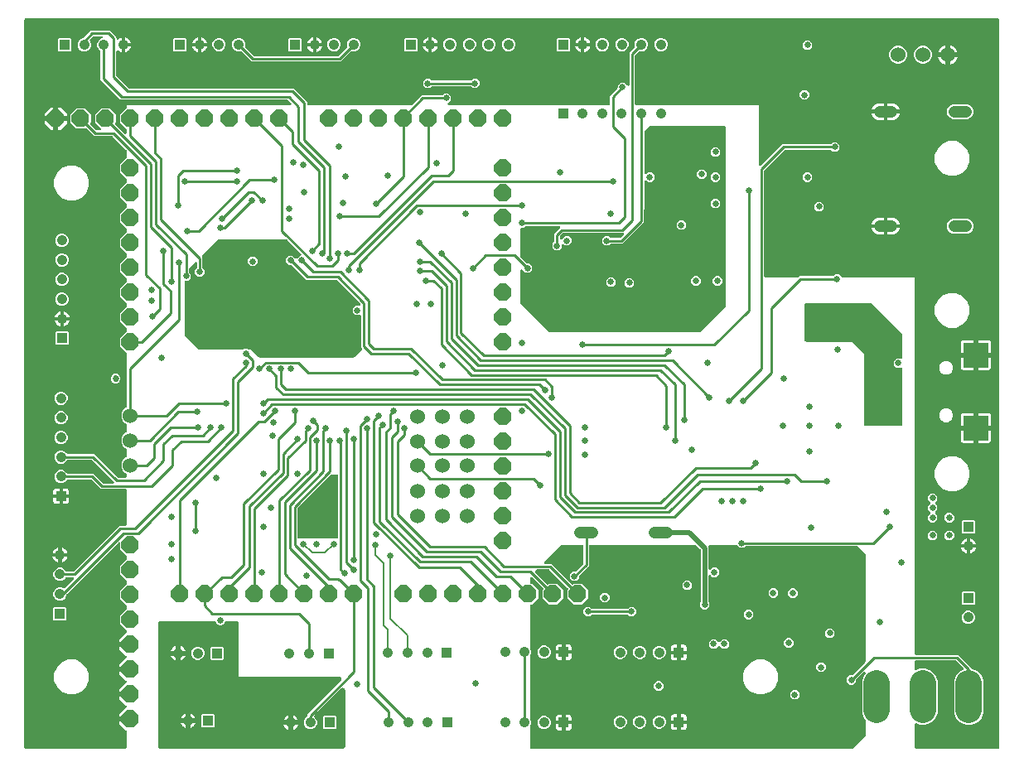
<source format=gbl>
G04 EAGLE Gerber RS-274X export*
G75*
%MOMM*%
%FSLAX34Y34*%
%LPD*%
%INBottom Copper*%
%IPPOS*%
%AMOC8*
5,1,8,0,0,1.08239X$1,22.5*%
G01*
%ADD10R,1.050000X1.050000*%
%ADD11C,1.050000*%
%ADD12C,1.524000*%
%ADD13P,1.924489X8X292.500000*%
%ADD14P,1.924489X8X112.500000*%
%ADD15P,1.924489X8X22.500000*%
%ADD16P,1.924489X8X202.500000*%
%ADD17C,1.219200*%
%ADD18R,2.540000X2.540000*%
%ADD19C,2.705100*%
%ADD20C,0.654800*%
%ADD21C,0.685800*%
%ADD22C,0.200000*%
%ADD23C,0.254000*%
%ADD24C,0.508000*%

G36*
X105118Y1794D02*
X105118Y1794D01*
X105237Y1801D01*
X105275Y1814D01*
X105316Y1819D01*
X105426Y1862D01*
X105539Y1899D01*
X105574Y1921D01*
X105611Y1936D01*
X105707Y2005D01*
X105808Y2069D01*
X105836Y2099D01*
X105869Y2122D01*
X105945Y2214D01*
X106026Y2301D01*
X106046Y2336D01*
X106071Y2367D01*
X106122Y2475D01*
X106180Y2579D01*
X106190Y2619D01*
X106207Y2655D01*
X106229Y2772D01*
X106259Y2887D01*
X106263Y2947D01*
X106267Y2967D01*
X106265Y2988D01*
X106269Y3048D01*
X106269Y19400D01*
X106254Y19518D01*
X106247Y19637D01*
X106234Y19675D01*
X106229Y19716D01*
X106186Y19826D01*
X106149Y19939D01*
X106127Y19974D01*
X106112Y20011D01*
X106043Y20107D01*
X105979Y20208D01*
X105949Y20236D01*
X105926Y20269D01*
X105834Y20345D01*
X105747Y20426D01*
X105712Y20446D01*
X105681Y20471D01*
X105648Y20487D01*
X98769Y27365D01*
X98769Y29561D01*
X105000Y29561D01*
X105118Y29576D01*
X105237Y29583D01*
X105275Y29596D01*
X105316Y29601D01*
X105426Y29644D01*
X105539Y29681D01*
X105574Y29703D01*
X105611Y29718D01*
X105707Y29788D01*
X105808Y29851D01*
X105836Y29881D01*
X105869Y29904D01*
X105945Y29996D01*
X106026Y30083D01*
X106046Y30118D01*
X106071Y30149D01*
X106122Y30257D01*
X106180Y30361D01*
X106190Y30401D01*
X106207Y30437D01*
X106229Y30554D01*
X106259Y30669D01*
X106263Y30730D01*
X106267Y30750D01*
X106265Y30770D01*
X106269Y30830D01*
X106269Y33370D01*
X106254Y33488D01*
X106247Y33607D01*
X106234Y33645D01*
X106229Y33685D01*
X106186Y33796D01*
X106149Y33909D01*
X106127Y33944D01*
X106112Y33981D01*
X106043Y34077D01*
X105979Y34178D01*
X105949Y34206D01*
X105926Y34239D01*
X105834Y34314D01*
X105747Y34396D01*
X105712Y34416D01*
X105681Y34441D01*
X105573Y34492D01*
X105469Y34550D01*
X105429Y34560D01*
X105393Y34577D01*
X105276Y34599D01*
X105161Y34629D01*
X105101Y34633D01*
X105081Y34637D01*
X105060Y34635D01*
X105000Y34639D01*
X98769Y34639D01*
X98769Y36835D01*
X105651Y43717D01*
X105707Y43757D01*
X105808Y43821D01*
X105836Y43851D01*
X105869Y43874D01*
X105945Y43966D01*
X106026Y44053D01*
X106046Y44088D01*
X106071Y44119D01*
X106122Y44227D01*
X106180Y44331D01*
X106190Y44371D01*
X106207Y44407D01*
X106229Y44524D01*
X106259Y44639D01*
X106263Y44700D01*
X106267Y44720D01*
X106265Y44740D01*
X106269Y44800D01*
X106254Y44918D01*
X106247Y45037D01*
X106234Y45075D01*
X106229Y45116D01*
X106186Y45226D01*
X106149Y45339D01*
X106127Y45374D01*
X106112Y45411D01*
X106043Y45507D01*
X105979Y45608D01*
X105949Y45636D01*
X105926Y45669D01*
X105834Y45745D01*
X105747Y45826D01*
X105712Y45846D01*
X105681Y45871D01*
X105648Y45887D01*
X98769Y52765D01*
X98769Y54961D01*
X105000Y54961D01*
X105118Y54976D01*
X105237Y54983D01*
X105275Y54996D01*
X105316Y55001D01*
X105426Y55044D01*
X105539Y55081D01*
X105574Y55103D01*
X105611Y55118D01*
X105707Y55188D01*
X105808Y55251D01*
X105836Y55281D01*
X105869Y55304D01*
X105945Y55396D01*
X106026Y55483D01*
X106046Y55518D01*
X106071Y55549D01*
X106122Y55657D01*
X106180Y55761D01*
X106190Y55801D01*
X106207Y55837D01*
X106229Y55954D01*
X106259Y56069D01*
X106263Y56130D01*
X106267Y56150D01*
X106265Y56170D01*
X106269Y56230D01*
X106269Y58770D01*
X106254Y58888D01*
X106247Y59007D01*
X106234Y59045D01*
X106229Y59085D01*
X106186Y59196D01*
X106149Y59309D01*
X106127Y59344D01*
X106112Y59381D01*
X106043Y59477D01*
X105979Y59578D01*
X105949Y59606D01*
X105926Y59639D01*
X105834Y59714D01*
X105747Y59796D01*
X105712Y59816D01*
X105681Y59841D01*
X105573Y59892D01*
X105469Y59950D01*
X105429Y59960D01*
X105393Y59977D01*
X105276Y59999D01*
X105161Y60029D01*
X105101Y60033D01*
X105081Y60037D01*
X105060Y60035D01*
X105000Y60039D01*
X98769Y60039D01*
X98769Y62235D01*
X105651Y69117D01*
X105707Y69157D01*
X105808Y69221D01*
X105836Y69251D01*
X105869Y69274D01*
X105945Y69366D01*
X106026Y69453D01*
X106046Y69488D01*
X106071Y69519D01*
X106122Y69627D01*
X106180Y69731D01*
X106190Y69771D01*
X106207Y69807D01*
X106229Y69924D01*
X106259Y70039D01*
X106263Y70100D01*
X106267Y70120D01*
X106265Y70140D01*
X106269Y70200D01*
X106254Y70318D01*
X106247Y70437D01*
X106234Y70475D01*
X106229Y70516D01*
X106186Y70626D01*
X106149Y70739D01*
X106127Y70774D01*
X106112Y70811D01*
X106043Y70907D01*
X105979Y71008D01*
X105949Y71036D01*
X105926Y71069D01*
X105834Y71145D01*
X105747Y71226D01*
X105712Y71246D01*
X105681Y71271D01*
X105648Y71287D01*
X98769Y78165D01*
X98769Y80361D01*
X105000Y80361D01*
X105118Y80376D01*
X105237Y80383D01*
X105275Y80396D01*
X105316Y80401D01*
X105426Y80444D01*
X105539Y80481D01*
X105574Y80503D01*
X105611Y80518D01*
X105707Y80588D01*
X105808Y80651D01*
X105836Y80681D01*
X105869Y80704D01*
X105945Y80796D01*
X106026Y80883D01*
X106046Y80918D01*
X106071Y80949D01*
X106122Y81057D01*
X106180Y81161D01*
X106190Y81201D01*
X106207Y81237D01*
X106229Y81354D01*
X106259Y81469D01*
X106263Y81530D01*
X106267Y81550D01*
X106265Y81570D01*
X106269Y81630D01*
X106269Y84170D01*
X106254Y84288D01*
X106247Y84407D01*
X106234Y84445D01*
X106229Y84485D01*
X106186Y84596D01*
X106149Y84709D01*
X106127Y84744D01*
X106112Y84781D01*
X106043Y84877D01*
X105979Y84978D01*
X105949Y85006D01*
X105926Y85039D01*
X105834Y85114D01*
X105747Y85196D01*
X105712Y85216D01*
X105681Y85241D01*
X105573Y85292D01*
X105469Y85350D01*
X105429Y85360D01*
X105393Y85377D01*
X105276Y85399D01*
X105161Y85429D01*
X105101Y85433D01*
X105081Y85437D01*
X105060Y85435D01*
X105000Y85439D01*
X98769Y85439D01*
X98769Y87635D01*
X105651Y94517D01*
X105707Y94557D01*
X105808Y94621D01*
X105836Y94651D01*
X105869Y94674D01*
X105945Y94766D01*
X106026Y94853D01*
X106046Y94888D01*
X106071Y94919D01*
X106122Y95027D01*
X106180Y95131D01*
X106190Y95171D01*
X106207Y95207D01*
X106228Y95317D01*
X106229Y95324D01*
X106259Y95439D01*
X106263Y95500D01*
X106267Y95520D01*
X106265Y95540D01*
X106269Y95600D01*
X106254Y95718D01*
X106247Y95837D01*
X106234Y95875D01*
X106229Y95916D01*
X106186Y96026D01*
X106149Y96139D01*
X106127Y96174D01*
X106112Y96211D01*
X106043Y96307D01*
X105979Y96408D01*
X105949Y96436D01*
X105926Y96469D01*
X105834Y96545D01*
X105747Y96626D01*
X105712Y96646D01*
X105681Y96671D01*
X105648Y96687D01*
X98769Y103565D01*
X98769Y105761D01*
X105000Y105761D01*
X105118Y105776D01*
X105237Y105783D01*
X105275Y105796D01*
X105316Y105801D01*
X105426Y105844D01*
X105539Y105881D01*
X105574Y105903D01*
X105611Y105918D01*
X105707Y105988D01*
X105808Y106051D01*
X105836Y106081D01*
X105869Y106104D01*
X105945Y106196D01*
X106026Y106283D01*
X106046Y106318D01*
X106071Y106349D01*
X106122Y106457D01*
X106180Y106561D01*
X106190Y106601D01*
X106207Y106637D01*
X106229Y106754D01*
X106259Y106869D01*
X106263Y106930D01*
X106267Y106950D01*
X106265Y106970D01*
X106269Y107030D01*
X106269Y109570D01*
X106254Y109688D01*
X106247Y109807D01*
X106234Y109845D01*
X106229Y109885D01*
X106186Y109996D01*
X106149Y110109D01*
X106127Y110144D01*
X106112Y110181D01*
X106043Y110277D01*
X105979Y110378D01*
X105949Y110406D01*
X105926Y110439D01*
X105834Y110514D01*
X105747Y110596D01*
X105712Y110616D01*
X105681Y110641D01*
X105573Y110692D01*
X105469Y110750D01*
X105429Y110760D01*
X105393Y110777D01*
X105276Y110799D01*
X105161Y110829D01*
X105101Y110833D01*
X105081Y110837D01*
X105060Y110835D01*
X105000Y110839D01*
X98769Y110839D01*
X98769Y113035D01*
X105651Y119917D01*
X105707Y119957D01*
X105808Y120021D01*
X105836Y120051D01*
X105869Y120074D01*
X105945Y120166D01*
X106026Y120253D01*
X106046Y120288D01*
X106071Y120319D01*
X106122Y120427D01*
X106180Y120531D01*
X106190Y120571D01*
X106207Y120607D01*
X106229Y120724D01*
X106259Y120839D01*
X106263Y120899D01*
X106267Y120919D01*
X106265Y120940D01*
X106269Y121000D01*
X106269Y122376D01*
X106257Y122475D01*
X106254Y122574D01*
X106237Y122632D01*
X106229Y122692D01*
X106193Y122784D01*
X106165Y122879D01*
X106135Y122931D01*
X106112Y122988D01*
X106054Y123068D01*
X106004Y123153D01*
X105938Y123228D01*
X105926Y123245D01*
X105916Y123253D01*
X105898Y123274D01*
X99785Y129386D01*
X99785Y138014D01*
X105898Y144126D01*
X105958Y144204D01*
X106026Y144277D01*
X106055Y144330D01*
X106092Y144377D01*
X106132Y144468D01*
X106180Y144555D01*
X106195Y144614D01*
X106219Y144669D01*
X106234Y144767D01*
X106259Y144863D01*
X106265Y144963D01*
X106269Y144983D01*
X106267Y144996D01*
X106269Y145024D01*
X106269Y147776D01*
X106257Y147875D01*
X106254Y147974D01*
X106237Y148032D01*
X106229Y148092D01*
X106193Y148184D01*
X106165Y148279D01*
X106135Y148331D01*
X106112Y148388D01*
X106054Y148468D01*
X106004Y148553D01*
X105938Y148628D01*
X105926Y148645D01*
X105916Y148653D01*
X105898Y148674D01*
X99785Y154786D01*
X99785Y163414D01*
X105898Y169526D01*
X105958Y169604D01*
X106026Y169677D01*
X106055Y169730D01*
X106092Y169777D01*
X106132Y169868D01*
X106180Y169955D01*
X106195Y170014D01*
X106219Y170069D01*
X106234Y170167D01*
X106259Y170263D01*
X106265Y170363D01*
X106269Y170383D01*
X106267Y170396D01*
X106269Y170424D01*
X106269Y173176D01*
X106257Y173275D01*
X106254Y173374D01*
X106237Y173432D01*
X106229Y173492D01*
X106193Y173584D01*
X106165Y173679D01*
X106135Y173731D01*
X106112Y173788D01*
X106054Y173868D01*
X106004Y173953D01*
X105938Y174028D01*
X105926Y174045D01*
X105916Y174053D01*
X105898Y174074D01*
X99785Y180186D01*
X99785Y188814D01*
X105898Y194926D01*
X105958Y195004D01*
X106026Y195077D01*
X106055Y195130D01*
X106092Y195177D01*
X106132Y195268D01*
X106180Y195355D01*
X106195Y195414D01*
X106219Y195469D01*
X106234Y195567D01*
X106259Y195663D01*
X106265Y195763D01*
X106269Y195783D01*
X106267Y195796D01*
X106269Y195824D01*
X106269Y198576D01*
X106257Y198675D01*
X106254Y198774D01*
X106237Y198832D01*
X106229Y198892D01*
X106193Y198984D01*
X106165Y199079D01*
X106135Y199131D01*
X106112Y199188D01*
X106054Y199268D01*
X106004Y199353D01*
X105938Y199428D01*
X105926Y199445D01*
X105916Y199453D01*
X105898Y199474D01*
X99785Y205586D01*
X99785Y211769D01*
X99768Y211906D01*
X99755Y212045D01*
X99748Y212064D01*
X99745Y212084D01*
X99694Y212213D01*
X99647Y212344D01*
X99636Y212361D01*
X99628Y212380D01*
X99547Y212492D01*
X99469Y212607D01*
X99453Y212621D01*
X99442Y212637D01*
X99334Y212726D01*
X99230Y212818D01*
X99212Y212827D01*
X99197Y212840D01*
X99071Y212899D01*
X98947Y212963D01*
X98927Y212967D01*
X98909Y212976D01*
X98773Y213002D01*
X98637Y213032D01*
X98616Y213032D01*
X98597Y213035D01*
X98458Y213027D01*
X98319Y213023D01*
X98299Y213017D01*
X98279Y213016D01*
X98147Y212973D01*
X98013Y212934D01*
X97996Y212924D01*
X97977Y212918D01*
X97859Y212843D01*
X97739Y212773D01*
X97718Y212754D01*
X97708Y212747D01*
X97694Y212733D01*
X97619Y212666D01*
X45346Y160394D01*
X45286Y160316D01*
X45218Y160244D01*
X45189Y160191D01*
X45152Y160143D01*
X45112Y160052D01*
X45064Y159965D01*
X45049Y159907D01*
X45025Y159851D01*
X45010Y159753D01*
X44985Y159657D01*
X44979Y159557D01*
X44975Y159537D01*
X44977Y159525D01*
X44975Y159497D01*
X44975Y158652D01*
X43943Y156162D01*
X42038Y154257D01*
X39548Y153225D01*
X36852Y153225D01*
X34362Y154257D01*
X32457Y156162D01*
X31425Y158652D01*
X31425Y161348D01*
X32457Y163838D01*
X34362Y165743D01*
X36852Y166775D01*
X39548Y166775D01*
X41787Y165847D01*
X41815Y165839D01*
X41842Y165826D01*
X41968Y165798D01*
X42094Y165763D01*
X42123Y165763D01*
X42152Y165756D01*
X42282Y165760D01*
X42412Y165758D01*
X42440Y165765D01*
X42470Y165766D01*
X42594Y165802D01*
X42721Y165832D01*
X42747Y165846D01*
X42775Y165854D01*
X42887Y165920D01*
X43002Y165981D01*
X43024Y166001D01*
X43049Y166016D01*
X43170Y166122D01*
X52086Y175039D01*
X52171Y175148D01*
X52260Y175255D01*
X52269Y175274D01*
X52281Y175290D01*
X52337Y175418D01*
X52396Y175543D01*
X52399Y175563D01*
X52407Y175582D01*
X52429Y175720D01*
X52455Y175856D01*
X52454Y175876D01*
X52457Y175896D01*
X52444Y176035D01*
X52436Y176173D01*
X52429Y176192D01*
X52428Y176212D01*
X52380Y176344D01*
X52338Y176475D01*
X52327Y176493D01*
X52320Y176512D01*
X52242Y176627D01*
X52167Y176744D01*
X52153Y176758D01*
X52141Y176775D01*
X52037Y176867D01*
X51936Y176962D01*
X51918Y176972D01*
X51903Y176985D01*
X51779Y177048D01*
X51657Y177116D01*
X51638Y177121D01*
X51620Y177130D01*
X51484Y177160D01*
X51349Y177195D01*
X51321Y177197D01*
X51309Y177200D01*
X51289Y177199D01*
X51189Y177205D01*
X45223Y177205D01*
X45194Y177202D01*
X45165Y177204D01*
X45037Y177182D01*
X44908Y177165D01*
X44880Y177155D01*
X44851Y177150D01*
X44733Y177096D01*
X44612Y177048D01*
X44588Y177031D01*
X44561Y177019D01*
X44460Y176938D01*
X44355Y176862D01*
X44336Y176839D01*
X44313Y176820D01*
X44235Y176717D01*
X44152Y176617D01*
X44139Y176590D01*
X44122Y176566D01*
X44051Y176422D01*
X43943Y176162D01*
X42038Y174257D01*
X39548Y173225D01*
X36852Y173225D01*
X34362Y174257D01*
X32457Y176162D01*
X31425Y178652D01*
X31425Y181348D01*
X32457Y183838D01*
X34362Y185743D01*
X36852Y186775D01*
X39548Y186775D01*
X42038Y185743D01*
X43943Y183838D01*
X44051Y183578D01*
X44065Y183553D01*
X44074Y183525D01*
X44144Y183415D01*
X44208Y183302D01*
X44229Y183281D01*
X44245Y183256D01*
X44339Y183167D01*
X44430Y183074D01*
X44455Y183058D01*
X44476Y183038D01*
X44590Y182975D01*
X44701Y182907D01*
X44729Y182899D01*
X44755Y182884D01*
X44881Y182852D01*
X45005Y182814D01*
X45034Y182812D01*
X45063Y182805D01*
X45223Y182795D01*
X51317Y182795D01*
X51415Y182807D01*
X51514Y182810D01*
X51572Y182827D01*
X51632Y182835D01*
X51724Y182871D01*
X51819Y182899D01*
X51872Y182929D01*
X51928Y182952D01*
X52008Y183010D01*
X52093Y183060D01*
X52169Y183126D01*
X52185Y183138D01*
X52193Y183148D01*
X52214Y183166D01*
X98842Y229795D01*
X105000Y229795D01*
X105118Y229810D01*
X105237Y229817D01*
X105275Y229830D01*
X105316Y229835D01*
X105426Y229878D01*
X105539Y229915D01*
X105574Y229937D01*
X105611Y229952D01*
X105707Y230021D01*
X105808Y230085D01*
X105836Y230115D01*
X105869Y230138D01*
X105945Y230230D01*
X106026Y230317D01*
X106046Y230352D01*
X106071Y230383D01*
X106122Y230491D01*
X106180Y230595D01*
X106190Y230635D01*
X106207Y230671D01*
X106229Y230788D01*
X106259Y230903D01*
X106263Y230963D01*
X106267Y230983D01*
X106265Y231004D01*
X106269Y231064D01*
X106269Y265936D01*
X106254Y266054D01*
X106247Y266173D01*
X106234Y266211D01*
X106229Y266252D01*
X106186Y266362D01*
X106149Y266475D01*
X106127Y266510D01*
X106112Y266547D01*
X106043Y266643D01*
X105979Y266744D01*
X105949Y266772D01*
X105926Y266805D01*
X105834Y266881D01*
X105747Y266962D01*
X105712Y266982D01*
X105681Y267007D01*
X105573Y267058D01*
X105469Y267116D01*
X105429Y267126D01*
X105393Y267143D01*
X105276Y267165D01*
X105161Y267195D01*
X105101Y267199D01*
X105081Y267203D01*
X105060Y267201D01*
X105000Y267205D01*
X79842Y267205D01*
X70214Y276834D01*
X70136Y276894D01*
X70064Y276962D01*
X70011Y276991D01*
X69963Y277028D01*
X69872Y277068D01*
X69785Y277116D01*
X69727Y277131D01*
X69671Y277155D01*
X69573Y277170D01*
X69477Y277195D01*
X69377Y277201D01*
X69357Y277205D01*
X69345Y277203D01*
X69317Y277205D01*
X46223Y277205D01*
X46194Y277202D01*
X46165Y277204D01*
X46037Y277182D01*
X45908Y277165D01*
X45880Y277155D01*
X45851Y277150D01*
X45733Y277096D01*
X45612Y277048D01*
X45588Y277031D01*
X45561Y277019D01*
X45460Y276938D01*
X45355Y276862D01*
X45336Y276839D01*
X45313Y276820D01*
X45235Y276717D01*
X45152Y276617D01*
X45139Y276590D01*
X45122Y276566D01*
X45051Y276422D01*
X44943Y276162D01*
X43038Y274257D01*
X40548Y273225D01*
X37852Y273225D01*
X35362Y274257D01*
X33457Y276162D01*
X32425Y278652D01*
X32425Y281348D01*
X33457Y283838D01*
X35362Y285743D01*
X37852Y286775D01*
X40548Y286775D01*
X43038Y285743D01*
X44943Y283838D01*
X45051Y283578D01*
X45065Y283553D01*
X45074Y283525D01*
X45144Y283415D01*
X45208Y283302D01*
X45229Y283281D01*
X45245Y283256D01*
X45339Y283167D01*
X45430Y283074D01*
X45455Y283058D01*
X45476Y283038D01*
X45590Y282975D01*
X45701Y282907D01*
X45729Y282899D01*
X45755Y282884D01*
X45881Y282852D01*
X46005Y282814D01*
X46034Y282812D01*
X46063Y282805D01*
X46223Y282795D01*
X72158Y282795D01*
X81786Y273166D01*
X81864Y273106D01*
X81936Y273038D01*
X81989Y273009D01*
X82037Y272972D01*
X82128Y272932D01*
X82215Y272884D01*
X82273Y272869D01*
X82329Y272845D01*
X82427Y272830D01*
X82523Y272805D01*
X82623Y272799D01*
X82643Y272795D01*
X82655Y272797D01*
X82683Y272795D01*
X92189Y272795D01*
X92327Y272812D01*
X92465Y272825D01*
X92484Y272832D01*
X92504Y272835D01*
X92633Y272886D01*
X92764Y272933D01*
X92781Y272944D01*
X92800Y272952D01*
X92912Y273033D01*
X93028Y273111D01*
X93041Y273127D01*
X93057Y273138D01*
X93146Y273246D01*
X93238Y273350D01*
X93247Y273368D01*
X93260Y273383D01*
X93319Y273509D01*
X93383Y273633D01*
X93387Y273653D01*
X93396Y273671D01*
X93422Y273808D01*
X93452Y273943D01*
X93452Y273964D01*
X93455Y273983D01*
X93447Y274122D01*
X93443Y274261D01*
X93437Y274281D01*
X93436Y274301D01*
X93393Y274433D01*
X93354Y274567D01*
X93344Y274584D01*
X93338Y274603D01*
X93263Y274721D01*
X93193Y274841D01*
X93174Y274862D01*
X93167Y274872D01*
X93153Y274886D01*
X93086Y274962D01*
X92834Y275214D01*
X71214Y296834D01*
X71136Y296894D01*
X71064Y296962D01*
X71011Y296991D01*
X70963Y297028D01*
X70872Y297068D01*
X70785Y297116D01*
X70727Y297131D01*
X70671Y297155D01*
X70573Y297170D01*
X70477Y297195D01*
X70377Y297201D01*
X70357Y297205D01*
X70345Y297203D01*
X70317Y297205D01*
X46223Y297205D01*
X46194Y297202D01*
X46165Y297204D01*
X46037Y297182D01*
X45908Y297165D01*
X45880Y297155D01*
X45851Y297150D01*
X45733Y297096D01*
X45612Y297048D01*
X45588Y297031D01*
X45561Y297019D01*
X45460Y296938D01*
X45355Y296862D01*
X45336Y296839D01*
X45313Y296820D01*
X45235Y296717D01*
X45152Y296617D01*
X45139Y296590D01*
X45122Y296566D01*
X45051Y296422D01*
X44943Y296162D01*
X43038Y294257D01*
X40548Y293225D01*
X37852Y293225D01*
X35362Y294257D01*
X33457Y296162D01*
X32425Y298652D01*
X32425Y301348D01*
X33457Y303838D01*
X35362Y305743D01*
X37852Y306775D01*
X40548Y306775D01*
X43038Y305743D01*
X44943Y303838D01*
X45051Y303578D01*
X45065Y303553D01*
X45074Y303525D01*
X45144Y303415D01*
X45208Y303302D01*
X45229Y303281D01*
X45245Y303256D01*
X45339Y303167D01*
X45430Y303074D01*
X45455Y303058D01*
X45476Y303038D01*
X45590Y302975D01*
X45701Y302907D01*
X45729Y302899D01*
X45755Y302884D01*
X45881Y302852D01*
X46005Y302814D01*
X46034Y302812D01*
X46063Y302805D01*
X46223Y302795D01*
X73158Y302795D01*
X96786Y279166D01*
X96864Y279106D01*
X96936Y279038D01*
X96989Y279009D01*
X97037Y278972D01*
X97128Y278932D01*
X97215Y278884D01*
X97273Y278869D01*
X97329Y278845D01*
X97427Y278830D01*
X97523Y278805D01*
X97623Y278799D01*
X97643Y278795D01*
X97655Y278797D01*
X97683Y278795D01*
X105000Y278795D01*
X105118Y278810D01*
X105237Y278817D01*
X105275Y278830D01*
X105316Y278835D01*
X105426Y278878D01*
X105539Y278915D01*
X105574Y278937D01*
X105611Y278952D01*
X105707Y279021D01*
X105808Y279085D01*
X105836Y279115D01*
X105869Y279138D01*
X105945Y279230D01*
X106026Y279317D01*
X106046Y279352D01*
X106071Y279383D01*
X106122Y279491D01*
X106180Y279595D01*
X106190Y279635D01*
X106207Y279671D01*
X106229Y279788D01*
X106259Y279903D01*
X106263Y279963D01*
X106267Y279983D01*
X106265Y280004D01*
X106269Y280064D01*
X106269Y282482D01*
X106266Y282511D01*
X106268Y282541D01*
X106246Y282668D01*
X106229Y282797D01*
X106219Y282825D01*
X106213Y282854D01*
X106160Y282972D01*
X106112Y283093D01*
X106095Y283117D01*
X106083Y283144D01*
X106002Y283245D01*
X105926Y283350D01*
X105903Y283369D01*
X105884Y283392D01*
X105781Y283470D01*
X105681Y283553D01*
X105654Y283566D01*
X105630Y283584D01*
X105486Y283655D01*
X105020Y283847D01*
X102447Y286420D01*
X101055Y289781D01*
X101055Y293419D01*
X102447Y296780D01*
X105020Y299353D01*
X105486Y299545D01*
X105511Y299560D01*
X105539Y299569D01*
X105649Y299639D01*
X105762Y299703D01*
X105783Y299723D01*
X105808Y299739D01*
X105897Y299834D01*
X105990Y299924D01*
X106006Y299949D01*
X106026Y299971D01*
X106089Y300084D01*
X106157Y300195D01*
X106165Y300224D01*
X106180Y300249D01*
X106212Y300375D01*
X106250Y300499D01*
X106252Y300529D01*
X106259Y300557D01*
X106269Y300718D01*
X106269Y307882D01*
X106266Y307911D01*
X106268Y307941D01*
X106246Y308068D01*
X106229Y308197D01*
X106219Y308225D01*
X106213Y308254D01*
X106160Y308372D01*
X106112Y308493D01*
X106095Y308517D01*
X106083Y308544D01*
X106002Y308645D01*
X105926Y308750D01*
X105903Y308769D01*
X105884Y308792D01*
X105781Y308870D01*
X105681Y308953D01*
X105654Y308966D01*
X105630Y308984D01*
X105486Y309055D01*
X105020Y309247D01*
X102447Y311820D01*
X101055Y315181D01*
X101055Y318819D01*
X102447Y322180D01*
X105020Y324753D01*
X105486Y324945D01*
X105511Y324960D01*
X105539Y324969D01*
X105649Y325039D01*
X105762Y325103D01*
X105783Y325123D01*
X105808Y325139D01*
X105897Y325234D01*
X105990Y325324D01*
X106006Y325349D01*
X106026Y325371D01*
X106089Y325484D01*
X106157Y325595D01*
X106165Y325624D01*
X106180Y325649D01*
X106212Y325775D01*
X106250Y325899D01*
X106252Y325929D01*
X106259Y325957D01*
X106269Y326118D01*
X106269Y333282D01*
X106266Y333311D01*
X106268Y333341D01*
X106246Y333468D01*
X106229Y333597D01*
X106219Y333625D01*
X106213Y333654D01*
X106160Y333772D01*
X106112Y333893D01*
X106095Y333917D01*
X106083Y333944D01*
X106002Y334045D01*
X105926Y334150D01*
X105903Y334169D01*
X105884Y334192D01*
X105781Y334270D01*
X105681Y334353D01*
X105654Y334366D01*
X105630Y334384D01*
X105486Y334455D01*
X105020Y334647D01*
X102447Y337220D01*
X101055Y340581D01*
X101055Y344219D01*
X102447Y347580D01*
X105020Y350153D01*
X105486Y350345D01*
X105511Y350360D01*
X105539Y350369D01*
X105649Y350439D01*
X105762Y350503D01*
X105783Y350523D01*
X105808Y350539D01*
X105897Y350634D01*
X105990Y350724D01*
X106006Y350749D01*
X106026Y350771D01*
X106089Y350884D01*
X106157Y350995D01*
X106165Y351024D01*
X106180Y351049D01*
X106212Y351175D01*
X106250Y351299D01*
X106252Y351329D01*
X106259Y351357D01*
X106269Y351518D01*
X106269Y406076D01*
X106257Y406175D01*
X106254Y406274D01*
X106237Y406332D01*
X106229Y406392D01*
X106193Y406484D01*
X106165Y406579D01*
X106135Y406631D01*
X106112Y406688D01*
X106054Y406768D01*
X106004Y406853D01*
X105938Y406928D01*
X105926Y406945D01*
X105916Y406953D01*
X105898Y406974D01*
X99785Y413086D01*
X99785Y421714D01*
X105898Y427826D01*
X105958Y427904D01*
X106026Y427977D01*
X106055Y428030D01*
X106092Y428077D01*
X106132Y428168D01*
X106180Y428255D01*
X106195Y428314D01*
X106219Y428369D01*
X106234Y428467D01*
X106259Y428563D01*
X106265Y428663D01*
X106269Y428683D01*
X106267Y428696D01*
X106269Y428724D01*
X106269Y431476D01*
X106257Y431575D01*
X106254Y431674D01*
X106237Y431732D01*
X106229Y431792D01*
X106193Y431884D01*
X106165Y431979D01*
X106135Y432031D01*
X106112Y432088D01*
X106054Y432168D01*
X106004Y432253D01*
X105938Y432328D01*
X105926Y432345D01*
X105916Y432353D01*
X105898Y432374D01*
X99785Y438486D01*
X99785Y447114D01*
X105898Y453226D01*
X105958Y453304D01*
X106026Y453377D01*
X106055Y453430D01*
X106092Y453477D01*
X106132Y453568D01*
X106180Y453655D01*
X106195Y453714D01*
X106219Y453769D01*
X106234Y453867D01*
X106259Y453963D01*
X106265Y454063D01*
X106269Y454083D01*
X106267Y454096D01*
X106269Y454124D01*
X106269Y456876D01*
X106257Y456975D01*
X106254Y457074D01*
X106237Y457132D01*
X106229Y457192D01*
X106193Y457284D01*
X106165Y457379D01*
X106135Y457431D01*
X106112Y457488D01*
X106054Y457568D01*
X106004Y457653D01*
X105938Y457728D01*
X105926Y457745D01*
X105916Y457753D01*
X105898Y457774D01*
X99785Y463886D01*
X99785Y472514D01*
X105898Y478626D01*
X105958Y478704D01*
X106026Y478777D01*
X106055Y478830D01*
X106092Y478877D01*
X106132Y478968D01*
X106180Y479055D01*
X106195Y479114D01*
X106219Y479169D01*
X106234Y479267D01*
X106259Y479363D01*
X106265Y479463D01*
X106269Y479483D01*
X106267Y479496D01*
X106269Y479524D01*
X106269Y482276D01*
X106257Y482375D01*
X106254Y482474D01*
X106237Y482532D01*
X106229Y482592D01*
X106193Y482684D01*
X106165Y482779D01*
X106135Y482831D01*
X106112Y482888D01*
X106054Y482968D01*
X106004Y483053D01*
X105938Y483128D01*
X105926Y483145D01*
X105916Y483153D01*
X105898Y483174D01*
X99785Y489286D01*
X99785Y497914D01*
X105898Y504026D01*
X105958Y504104D01*
X106026Y504177D01*
X106055Y504230D01*
X106092Y504277D01*
X106132Y504368D01*
X106180Y504455D01*
X106195Y504514D01*
X106219Y504569D01*
X106234Y504667D01*
X106259Y504763D01*
X106265Y504863D01*
X106269Y504883D01*
X106267Y504896D01*
X106269Y504924D01*
X106269Y507676D01*
X106257Y507775D01*
X106254Y507874D01*
X106237Y507932D01*
X106229Y507992D01*
X106193Y508084D01*
X106165Y508179D01*
X106135Y508231D01*
X106112Y508288D01*
X106054Y508368D01*
X106004Y508453D01*
X105938Y508528D01*
X105926Y508545D01*
X105916Y508553D01*
X105898Y508574D01*
X99785Y514686D01*
X99785Y523314D01*
X105898Y529426D01*
X105958Y529504D01*
X106026Y529577D01*
X106055Y529630D01*
X106092Y529677D01*
X106132Y529768D01*
X106180Y529855D01*
X106195Y529914D01*
X106219Y529969D01*
X106234Y530067D01*
X106259Y530163D01*
X106265Y530263D01*
X106269Y530283D01*
X106267Y530296D01*
X106269Y530324D01*
X106269Y533076D01*
X106257Y533175D01*
X106254Y533274D01*
X106237Y533332D01*
X106229Y533392D01*
X106193Y533484D01*
X106165Y533579D01*
X106135Y533631D01*
X106112Y533688D01*
X106054Y533768D01*
X106004Y533853D01*
X105938Y533928D01*
X105926Y533945D01*
X105916Y533953D01*
X105898Y533974D01*
X99785Y540086D01*
X99785Y548714D01*
X105898Y554826D01*
X105958Y554904D01*
X106026Y554977D01*
X106055Y555030D01*
X106092Y555077D01*
X106132Y555168D01*
X106180Y555255D01*
X106195Y555314D01*
X106219Y555369D01*
X106234Y555467D01*
X106259Y555563D01*
X106265Y555663D01*
X106269Y555683D01*
X106267Y555696D01*
X106269Y555724D01*
X106269Y558476D01*
X106257Y558575D01*
X106254Y558674D01*
X106237Y558732D01*
X106229Y558792D01*
X106193Y558884D01*
X106165Y558979D01*
X106135Y559031D01*
X106112Y559088D01*
X106054Y559168D01*
X106004Y559253D01*
X105938Y559328D01*
X105926Y559345D01*
X105916Y559353D01*
X105898Y559374D01*
X99785Y565486D01*
X99785Y574114D01*
X105898Y580226D01*
X105958Y580304D01*
X106026Y580377D01*
X106055Y580430D01*
X106092Y580477D01*
X106132Y580568D01*
X106180Y580655D01*
X106195Y580714D01*
X106219Y580769D01*
X106234Y580867D01*
X106259Y580963D01*
X106265Y581063D01*
X106269Y581083D01*
X106267Y581096D01*
X106269Y581124D01*
X106269Y583876D01*
X106257Y583975D01*
X106254Y584074D01*
X106237Y584132D01*
X106229Y584192D01*
X106193Y584284D01*
X106165Y584379D01*
X106135Y584431D01*
X106112Y584488D01*
X106054Y584568D01*
X106004Y584653D01*
X105938Y584728D01*
X105926Y584745D01*
X105916Y584753D01*
X105898Y584774D01*
X99785Y590886D01*
X99785Y599514D01*
X105898Y605626D01*
X105958Y605704D01*
X106026Y605777D01*
X106055Y605830D01*
X106092Y605877D01*
X106132Y605968D01*
X106180Y606055D01*
X106195Y606114D01*
X106219Y606169D01*
X106234Y606267D01*
X106259Y606363D01*
X106265Y606463D01*
X106269Y606483D01*
X106267Y606496D01*
X106269Y606524D01*
X106269Y613176D01*
X106257Y613275D01*
X106254Y613374D01*
X106237Y613432D01*
X106229Y613492D01*
X106193Y613584D01*
X106165Y613679D01*
X106135Y613731D01*
X106112Y613788D01*
X106054Y613868D01*
X106004Y613953D01*
X105938Y614028D01*
X105926Y614045D01*
X105916Y614053D01*
X105898Y614074D01*
X92138Y627834D01*
X92060Y627894D01*
X91987Y627962D01*
X91934Y627991D01*
X91887Y628028D01*
X91796Y628068D01*
X91709Y628116D01*
X91650Y628131D01*
X91595Y628155D01*
X91497Y628170D01*
X91401Y628195D01*
X91301Y628201D01*
X91281Y628205D01*
X91268Y628203D01*
X91240Y628205D01*
X73142Y628205D01*
X71134Y630214D01*
X65586Y635762D01*
X65491Y635835D01*
X65402Y635914D01*
X65366Y635932D01*
X65334Y635957D01*
X65225Y636004D01*
X65119Y636058D01*
X65080Y636067D01*
X65043Y636083D01*
X64925Y636102D01*
X64809Y636128D01*
X64768Y636127D01*
X64728Y636133D01*
X64610Y636122D01*
X64491Y636118D01*
X64452Y636107D01*
X64412Y636103D01*
X64300Y636063D01*
X64185Y636030D01*
X64151Y636009D01*
X64113Y635996D01*
X64014Y635929D01*
X63912Y635868D01*
X63866Y635829D01*
X63849Y635817D01*
X63836Y635802D01*
X63791Y635762D01*
X63614Y635585D01*
X54986Y635585D01*
X48885Y641686D01*
X48885Y650314D01*
X54986Y656415D01*
X63614Y656415D01*
X69715Y650314D01*
X69715Y641686D01*
X69538Y641509D01*
X69465Y641415D01*
X69386Y641326D01*
X69368Y641290D01*
X69343Y641258D01*
X69296Y641149D01*
X69242Y641043D01*
X69233Y641003D01*
X69217Y640966D01*
X69198Y640848D01*
X69172Y640732D01*
X69173Y640692D01*
X69167Y640652D01*
X69178Y640533D01*
X69182Y640415D01*
X69193Y640376D01*
X69197Y640335D01*
X69237Y640223D01*
X69270Y640109D01*
X69291Y640074D01*
X69304Y640036D01*
X69371Y639938D01*
X69432Y639835D01*
X69471Y639790D01*
X69483Y639773D01*
X69498Y639760D01*
X69538Y639714D01*
X75086Y634166D01*
X75164Y634106D01*
X75236Y634038D01*
X75289Y634009D01*
X75337Y633972D01*
X75428Y633932D01*
X75515Y633884D01*
X75573Y633869D01*
X75629Y633845D01*
X75727Y633830D01*
X75823Y633805D01*
X75923Y633799D01*
X75943Y633795D01*
X75955Y633797D01*
X75983Y633795D01*
X79112Y633795D01*
X79250Y633812D01*
X79389Y633825D01*
X79408Y633832D01*
X79428Y633835D01*
X79557Y633886D01*
X79688Y633933D01*
X79705Y633944D01*
X79724Y633952D01*
X79836Y634033D01*
X79951Y634111D01*
X79965Y634127D01*
X79981Y634138D01*
X80070Y634246D01*
X80162Y634350D01*
X80171Y634368D01*
X80184Y634383D01*
X80243Y634509D01*
X80306Y634633D01*
X80311Y634653D01*
X80319Y634671D01*
X80345Y634807D01*
X80376Y634943D01*
X80375Y634964D01*
X80379Y634983D01*
X80370Y635122D01*
X80366Y635261D01*
X80361Y635281D01*
X80359Y635301D01*
X80317Y635433D01*
X80278Y635567D01*
X80268Y635584D01*
X80261Y635603D01*
X80187Y635721D01*
X80116Y635841D01*
X80098Y635862D01*
X80091Y635872D01*
X80076Y635886D01*
X80010Y635961D01*
X74285Y641686D01*
X74285Y650314D01*
X80386Y656415D01*
X89014Y656415D01*
X95115Y650314D01*
X95115Y641686D01*
X94938Y641509D01*
X94865Y641415D01*
X94786Y641326D01*
X94768Y641290D01*
X94743Y641258D01*
X94696Y641149D01*
X94642Y641043D01*
X94633Y641003D01*
X94617Y640966D01*
X94598Y640848D01*
X94572Y640732D01*
X94573Y640692D01*
X94567Y640652D01*
X94578Y640533D01*
X94582Y640415D01*
X94593Y640376D01*
X94597Y640335D01*
X94637Y640223D01*
X94670Y640109D01*
X94691Y640074D01*
X94704Y640036D01*
X94771Y639938D01*
X94832Y639835D01*
X94871Y639790D01*
X94883Y639773D01*
X94898Y639760D01*
X94938Y639714D01*
X95636Y639016D01*
X104103Y630550D01*
X104212Y630465D01*
X104319Y630376D01*
X104338Y630367D01*
X104354Y630355D01*
X104482Y630299D01*
X104607Y630240D01*
X104627Y630237D01*
X104646Y630229D01*
X104784Y630207D01*
X104920Y630181D01*
X104940Y630182D01*
X104960Y630179D01*
X105099Y630192D01*
X105237Y630200D01*
X105256Y630207D01*
X105276Y630209D01*
X105408Y630256D01*
X105539Y630298D01*
X105557Y630309D01*
X105576Y630316D01*
X105691Y630394D01*
X105808Y630469D01*
X105822Y630483D01*
X105839Y630495D01*
X105931Y630599D01*
X106026Y630700D01*
X106036Y630718D01*
X106049Y630733D01*
X106113Y630857D01*
X106180Y630979D01*
X106185Y630998D01*
X106194Y631016D01*
X106224Y631152D01*
X106259Y631287D01*
X106261Y631315D01*
X106264Y631327D01*
X106263Y631347D01*
X106269Y631447D01*
X106269Y634576D01*
X106257Y634675D01*
X106254Y634774D01*
X106237Y634832D01*
X106229Y634892D01*
X106193Y634984D01*
X106165Y635079D01*
X106135Y635131D01*
X106112Y635188D01*
X106054Y635268D01*
X106004Y635353D01*
X105938Y635428D01*
X105926Y635445D01*
X105916Y635453D01*
X105898Y635474D01*
X99685Y641686D01*
X99685Y650314D01*
X105898Y656526D01*
X105958Y656604D01*
X106026Y656677D01*
X106055Y656730D01*
X106092Y656777D01*
X106132Y656868D01*
X106180Y656955D01*
X106195Y657014D01*
X106219Y657069D01*
X106234Y657167D01*
X106259Y657263D01*
X106265Y657363D01*
X106269Y657383D01*
X106267Y657396D01*
X106269Y657424D01*
X106269Y659474D01*
X106526Y659731D01*
X273253Y659731D01*
X273390Y659748D01*
X273529Y659761D01*
X273548Y659768D01*
X273568Y659771D01*
X273697Y659822D01*
X273828Y659869D01*
X273845Y659880D01*
X273864Y659888D01*
X273976Y659969D01*
X274091Y660047D01*
X274105Y660063D01*
X274121Y660074D01*
X274210Y660182D01*
X274302Y660286D01*
X274311Y660304D01*
X274324Y660319D01*
X274383Y660445D01*
X274447Y660569D01*
X274451Y660589D01*
X274460Y660607D01*
X274486Y660743D01*
X274516Y660879D01*
X274516Y660900D01*
X274519Y660920D01*
X274511Y661058D01*
X274507Y661197D01*
X274501Y661217D01*
X274500Y661237D01*
X274457Y661369D01*
X274418Y661503D01*
X274408Y661520D01*
X274402Y661539D01*
X274327Y661657D01*
X274257Y661777D01*
X274238Y661798D01*
X274231Y661808D01*
X274216Y661822D01*
X274150Y661898D01*
X271214Y664834D01*
X271136Y664894D01*
X271064Y664962D01*
X271011Y664991D01*
X270963Y665028D01*
X270872Y665068D01*
X270785Y665116D01*
X270727Y665131D01*
X270671Y665155D01*
X270573Y665170D01*
X270477Y665195D01*
X270377Y665201D01*
X270357Y665205D01*
X270345Y665203D01*
X270317Y665205D01*
X99842Y665205D01*
X79705Y685342D01*
X79705Y714588D01*
X79693Y714686D01*
X79690Y714785D01*
X79673Y714844D01*
X79665Y714904D01*
X79629Y714996D01*
X79601Y715091D01*
X79571Y715143D01*
X79548Y715199D01*
X79490Y715279D01*
X79440Y715365D01*
X79374Y715440D01*
X79362Y715457D01*
X79352Y715464D01*
X79334Y715486D01*
X77357Y717462D01*
X76325Y719952D01*
X76325Y722648D01*
X77357Y725138D01*
X79262Y727043D01*
X81001Y727763D01*
X81061Y727798D01*
X81126Y727824D01*
X81199Y727876D01*
X81277Y727921D01*
X81327Y727969D01*
X81384Y728010D01*
X81441Y728080D01*
X81505Y728142D01*
X81542Y728202D01*
X81586Y728255D01*
X81625Y728337D01*
X81672Y728413D01*
X81692Y728480D01*
X81722Y728543D01*
X81739Y728631D01*
X81765Y728717D01*
X81769Y728787D01*
X81782Y728856D01*
X81776Y728945D01*
X81781Y729035D01*
X81766Y729103D01*
X81762Y729173D01*
X81734Y729258D01*
X81716Y729346D01*
X81686Y729409D01*
X81664Y729475D01*
X81616Y729551D01*
X81576Y729632D01*
X81531Y729685D01*
X81494Y729744D01*
X81428Y729806D01*
X81370Y729874D01*
X81313Y729914D01*
X81262Y729962D01*
X81184Y730005D01*
X81110Y730057D01*
X81045Y730082D01*
X80984Y730116D01*
X80897Y730138D01*
X80813Y730170D01*
X80743Y730178D01*
X80676Y730195D01*
X80515Y730205D01*
X72683Y730205D01*
X72585Y730193D01*
X72486Y730190D01*
X72428Y730173D01*
X72368Y730165D01*
X72276Y730129D01*
X72181Y730101D01*
X72128Y730071D01*
X72072Y730048D01*
X71992Y729990D01*
X71907Y729940D01*
X71831Y729874D01*
X71815Y729862D01*
X71807Y729852D01*
X71786Y729834D01*
X68864Y726912D01*
X68791Y726818D01*
X68712Y726728D01*
X68694Y726693D01*
X68669Y726661D01*
X68622Y726551D01*
X68568Y726445D01*
X68559Y726406D01*
X68543Y726369D01*
X68524Y726251D01*
X68498Y726135D01*
X68499Y726095D01*
X68493Y726055D01*
X68504Y725936D01*
X68508Y725817D01*
X68519Y725778D01*
X68523Y725738D01*
X68563Y725626D01*
X68596Y725512D01*
X68617Y725477D01*
X68630Y725439D01*
X68697Y725340D01*
X68758Y725238D01*
X68798Y725192D01*
X68809Y725176D01*
X68824Y725162D01*
X68841Y725143D01*
X69875Y722648D01*
X69875Y719952D01*
X68843Y717462D01*
X66938Y715557D01*
X64448Y714525D01*
X61752Y714525D01*
X59262Y715557D01*
X57357Y717462D01*
X56325Y719952D01*
X56325Y722648D01*
X57357Y725138D01*
X59262Y727043D01*
X61789Y728090D01*
X61794Y728090D01*
X61852Y728107D01*
X61912Y728115D01*
X62004Y728151D01*
X62099Y728179D01*
X62152Y728209D01*
X62208Y728232D01*
X62288Y728290D01*
X62373Y728340D01*
X62449Y728406D01*
X62465Y728418D01*
X62473Y728428D01*
X62494Y728446D01*
X67834Y733786D01*
X69842Y735795D01*
X89158Y735795D01*
X95795Y729158D01*
X95795Y728077D01*
X95812Y727939D01*
X95825Y727800D01*
X95832Y727781D01*
X95835Y727761D01*
X95886Y727632D01*
X95933Y727501D01*
X95944Y727484D01*
X95952Y727466D01*
X96033Y727353D01*
X96111Y727238D01*
X96127Y727225D01*
X96138Y727208D01*
X96246Y727119D01*
X96350Y727027D01*
X96368Y727018D01*
X96383Y727005D01*
X96509Y726946D01*
X96633Y726883D01*
X96653Y726878D01*
X96671Y726870D01*
X96808Y726844D01*
X96943Y726813D01*
X96964Y726814D01*
X96983Y726810D01*
X97122Y726819D01*
X97261Y726823D01*
X97281Y726829D01*
X97301Y726830D01*
X97433Y726873D01*
X97567Y726911D01*
X97584Y726922D01*
X97603Y726928D01*
X97721Y727002D01*
X97841Y727073D01*
X97862Y727091D01*
X97872Y727098D01*
X97886Y727113D01*
X97962Y727179D01*
X98134Y727352D01*
X99410Y728204D01*
X100827Y728791D01*
X101351Y728895D01*
X101351Y721780D01*
X101366Y721662D01*
X101373Y721543D01*
X101385Y721505D01*
X101391Y721465D01*
X101434Y721354D01*
X101450Y721306D01*
X101440Y721288D01*
X101430Y721249D01*
X101413Y721213D01*
X101391Y721096D01*
X101361Y720980D01*
X101357Y720920D01*
X101353Y720900D01*
X101355Y720880D01*
X101351Y720820D01*
X101351Y713705D01*
X100827Y713809D01*
X99410Y714396D01*
X98134Y715248D01*
X97962Y715421D01*
X97852Y715506D01*
X97745Y715595D01*
X97726Y715603D01*
X97710Y715616D01*
X97583Y715671D01*
X97457Y715730D01*
X97437Y715734D01*
X97418Y715742D01*
X97281Y715764D01*
X97144Y715790D01*
X97124Y715789D01*
X97104Y715792D01*
X96966Y715779D01*
X96827Y715770D01*
X96808Y715764D01*
X96788Y715762D01*
X96657Y715715D01*
X96525Y715672D01*
X96507Y715661D01*
X96488Y715655D01*
X96373Y715576D01*
X96256Y715502D01*
X96242Y715487D01*
X96225Y715476D01*
X96133Y715372D01*
X96038Y715270D01*
X96028Y715253D01*
X96015Y715238D01*
X95952Y715114D01*
X95884Y714992D01*
X95879Y714972D01*
X95870Y714954D01*
X95840Y714819D01*
X95805Y714684D01*
X95803Y714656D01*
X95800Y714644D01*
X95801Y714623D01*
X95795Y714523D01*
X95795Y689683D01*
X95807Y689585D01*
X95810Y689486D01*
X95827Y689428D01*
X95835Y689368D01*
X95871Y689276D01*
X95899Y689181D01*
X95929Y689128D01*
X95952Y689072D01*
X96010Y688992D01*
X96060Y688907D01*
X96126Y688831D01*
X96138Y688815D01*
X96148Y688807D01*
X96166Y688786D01*
X107786Y677166D01*
X107864Y677106D01*
X107936Y677038D01*
X107989Y677009D01*
X108037Y676972D01*
X108128Y676932D01*
X108215Y676884D01*
X108273Y676869D01*
X108329Y676845D01*
X108427Y676830D01*
X108523Y676805D01*
X108623Y676799D01*
X108643Y676795D01*
X108655Y676797D01*
X108683Y676795D01*
X277158Y676795D01*
X290795Y663158D01*
X290795Y661000D01*
X290810Y660882D01*
X290817Y660763D01*
X290830Y660725D01*
X290835Y660684D01*
X290878Y660574D01*
X290915Y660461D01*
X290937Y660426D01*
X290952Y660389D01*
X291021Y660293D01*
X291085Y660192D01*
X291115Y660164D01*
X291138Y660131D01*
X291230Y660056D01*
X291317Y659974D01*
X291352Y659954D01*
X291383Y659929D01*
X291491Y659878D01*
X291595Y659820D01*
X291635Y659810D01*
X291671Y659793D01*
X291788Y659771D01*
X291903Y659741D01*
X291963Y659737D01*
X291983Y659733D01*
X292004Y659735D01*
X292064Y659731D01*
X397253Y659731D01*
X397351Y659743D01*
X397450Y659746D01*
X397508Y659763D01*
X397568Y659771D01*
X397660Y659807D01*
X397755Y659835D01*
X397808Y659865D01*
X397864Y659888D01*
X397944Y659946D01*
X398029Y659996D01*
X398105Y660062D01*
X398121Y660074D01*
X398129Y660084D01*
X398150Y660103D01*
X407842Y669795D01*
X428483Y669795D01*
X428581Y669807D01*
X428680Y669810D01*
X428738Y669827D01*
X428798Y669835D01*
X428890Y669871D01*
X428985Y669899D01*
X429037Y669929D01*
X429094Y669952D01*
X429174Y670010D01*
X429259Y670060D01*
X429335Y670126D01*
X429351Y670138D01*
X429359Y670148D01*
X429380Y670166D01*
X431012Y671799D01*
X434988Y671799D01*
X437799Y668988D01*
X437799Y665012D01*
X434684Y661898D01*
X434599Y661788D01*
X434510Y661681D01*
X434501Y661662D01*
X434489Y661646D01*
X434433Y661518D01*
X434375Y661393D01*
X434371Y661373D01*
X434363Y661354D01*
X434341Y661216D01*
X434315Y661081D01*
X434316Y661060D01*
X434313Y661040D01*
X434326Y660901D01*
X434334Y660763D01*
X434341Y660744D01*
X434343Y660724D01*
X434390Y660592D01*
X434433Y660461D01*
X434443Y660443D01*
X434450Y660424D01*
X434528Y660309D01*
X434603Y660192D01*
X434617Y660178D01*
X434629Y660161D01*
X434733Y660069D01*
X434834Y659974D01*
X434852Y659964D01*
X434867Y659951D01*
X434991Y659887D01*
X435113Y659820D01*
X435132Y659815D01*
X435150Y659806D01*
X435286Y659776D01*
X435421Y659741D01*
X435449Y659739D01*
X435461Y659737D01*
X435481Y659737D01*
X435581Y659731D01*
X598936Y659731D01*
X599054Y659746D01*
X599173Y659753D01*
X599211Y659766D01*
X599252Y659771D01*
X599362Y659814D01*
X599475Y659851D01*
X599510Y659873D01*
X599547Y659888D01*
X599643Y659958D01*
X599744Y660021D01*
X599772Y660051D01*
X599805Y660074D01*
X599881Y660166D01*
X599962Y660253D01*
X599982Y660288D01*
X600007Y660319D01*
X600058Y660427D01*
X600116Y660531D01*
X600126Y660571D01*
X600143Y660607D01*
X600165Y660724D01*
X600195Y660839D01*
X600199Y660900D01*
X600203Y660920D01*
X600201Y660940D01*
X600205Y661000D01*
X600205Y669158D01*
X607830Y676782D01*
X607890Y676860D01*
X607958Y676932D01*
X607987Y676985D01*
X608024Y677033D01*
X608064Y677124D01*
X608112Y677211D01*
X608127Y677269D01*
X608151Y677325D01*
X608166Y677423D01*
X608191Y677519D01*
X608197Y677619D01*
X608201Y677639D01*
X608199Y677651D01*
X608201Y677679D01*
X608201Y679988D01*
X611012Y682799D01*
X614988Y682799D01*
X618039Y679748D01*
X618148Y679663D01*
X618255Y679574D01*
X618274Y679565D01*
X618290Y679553D01*
X618418Y679498D01*
X618543Y679438D01*
X618563Y679435D01*
X618582Y679427D01*
X618720Y679405D01*
X618856Y679379D01*
X618876Y679380D01*
X618896Y679377D01*
X619035Y679390D01*
X619173Y679398D01*
X619192Y679405D01*
X619212Y679407D01*
X619344Y679454D01*
X619475Y679496D01*
X619493Y679507D01*
X619512Y679514D01*
X619627Y679592D01*
X619744Y679667D01*
X619758Y679681D01*
X619775Y679693D01*
X619867Y679797D01*
X619962Y679898D01*
X619972Y679916D01*
X619985Y679931D01*
X620049Y680055D01*
X620116Y680177D01*
X620121Y680196D01*
X620130Y680214D01*
X620160Y680350D01*
X620195Y680485D01*
X620197Y680513D01*
X620200Y680525D01*
X620199Y680545D01*
X620205Y680645D01*
X620205Y713258D01*
X622214Y715266D01*
X625458Y718510D01*
X625476Y718533D01*
X625498Y718552D01*
X625573Y718658D01*
X625653Y718761D01*
X625664Y718788D01*
X625681Y718812D01*
X625727Y718934D01*
X625779Y719053D01*
X625784Y719082D01*
X625794Y719110D01*
X625808Y719239D01*
X625829Y719367D01*
X625826Y719397D01*
X625829Y719426D01*
X625811Y719554D01*
X625799Y719684D01*
X625789Y719712D01*
X625785Y719741D01*
X625733Y719893D01*
X625625Y720152D01*
X625625Y722848D01*
X626657Y725338D01*
X628562Y727243D01*
X631052Y728275D01*
X633748Y728275D01*
X636238Y727243D01*
X638143Y725338D01*
X639175Y722848D01*
X639175Y720152D01*
X638143Y717662D01*
X636238Y715757D01*
X633748Y714725D01*
X631052Y714725D01*
X630793Y714833D01*
X630765Y714840D01*
X630738Y714854D01*
X630612Y714882D01*
X630486Y714917D01*
X630457Y714917D01*
X630428Y714924D01*
X630298Y714920D01*
X630168Y714922D01*
X630140Y714915D01*
X630110Y714914D01*
X629985Y714878D01*
X629859Y714848D01*
X629833Y714834D01*
X629805Y714826D01*
X629693Y714760D01*
X629578Y714699D01*
X629556Y714679D01*
X629531Y714664D01*
X629410Y714558D01*
X626166Y711314D01*
X626106Y711236D01*
X626038Y711164D01*
X626009Y711111D01*
X625972Y711063D01*
X625932Y710972D01*
X625884Y710885D01*
X625869Y710827D01*
X625845Y710771D01*
X625830Y710673D01*
X625805Y710577D01*
X625799Y710477D01*
X625795Y710457D01*
X625797Y710445D01*
X625795Y710417D01*
X625795Y661000D01*
X625810Y660882D01*
X625817Y660763D01*
X625830Y660725D01*
X625835Y660684D01*
X625878Y660574D01*
X625915Y660461D01*
X625937Y660426D01*
X625952Y660389D01*
X626021Y660293D01*
X626085Y660192D01*
X626115Y660164D01*
X626138Y660131D01*
X626230Y660056D01*
X626317Y659974D01*
X626352Y659954D01*
X626383Y659929D01*
X626491Y659878D01*
X626595Y659820D01*
X626635Y659810D01*
X626671Y659793D01*
X626788Y659771D01*
X626903Y659741D01*
X626963Y659737D01*
X626983Y659733D01*
X627004Y659735D01*
X627064Y659731D01*
X752731Y659731D01*
X752731Y598747D01*
X752748Y598610D01*
X752761Y598471D01*
X752768Y598452D01*
X752771Y598432D01*
X752822Y598303D01*
X752869Y598172D01*
X752880Y598155D01*
X752888Y598136D01*
X752969Y598024D01*
X753047Y597909D01*
X753063Y597895D01*
X753074Y597879D01*
X753182Y597790D01*
X753286Y597698D01*
X753304Y597689D01*
X753319Y597676D01*
X753445Y597617D01*
X753569Y597553D01*
X753589Y597549D01*
X753607Y597540D01*
X753743Y597514D01*
X753879Y597484D01*
X753900Y597484D01*
X753920Y597481D01*
X754058Y597489D01*
X754197Y597493D01*
X754217Y597499D01*
X754237Y597500D01*
X754369Y597543D01*
X754503Y597582D01*
X754520Y597592D01*
X754539Y597598D01*
X754657Y597673D01*
X754777Y597743D01*
X754798Y597762D01*
X754808Y597769D01*
X754822Y597783D01*
X754898Y597850D01*
X774834Y617786D01*
X776842Y619795D01*
X825483Y619795D01*
X825581Y619807D01*
X825680Y619810D01*
X825738Y619827D01*
X825798Y619835D01*
X825890Y619871D01*
X825985Y619899D01*
X826037Y619929D01*
X826094Y619952D01*
X826174Y620010D01*
X826259Y620060D01*
X826335Y620126D01*
X826351Y620138D01*
X826359Y620148D01*
X826380Y620166D01*
X828012Y621799D01*
X831988Y621799D01*
X834799Y618988D01*
X834799Y615012D01*
X831988Y612201D01*
X828012Y612201D01*
X826380Y613834D01*
X826302Y613894D01*
X826230Y613962D01*
X826177Y613991D01*
X826129Y614028D01*
X826038Y614068D01*
X825951Y614116D01*
X825893Y614131D01*
X825837Y614155D01*
X825739Y614170D01*
X825643Y614195D01*
X825543Y614201D01*
X825523Y614205D01*
X825511Y614203D01*
X825483Y614205D01*
X779683Y614205D01*
X779585Y614193D01*
X779486Y614190D01*
X779428Y614173D01*
X779368Y614165D01*
X779276Y614129D01*
X779181Y614101D01*
X779128Y614071D01*
X779072Y614048D01*
X778992Y613990D01*
X778907Y613940D01*
X778831Y613874D01*
X778815Y613862D01*
X778807Y613852D01*
X778786Y613834D01*
X758166Y593214D01*
X758106Y593136D01*
X758038Y593064D01*
X758009Y593011D01*
X757972Y592963D01*
X757932Y592872D01*
X757884Y592785D01*
X757869Y592727D01*
X757845Y592671D01*
X757830Y592573D01*
X757805Y592477D01*
X757799Y592377D01*
X757795Y592357D01*
X757797Y592345D01*
X757795Y592317D01*
X757795Y485000D01*
X757810Y484882D01*
X757817Y484763D01*
X757830Y484725D01*
X757835Y484684D01*
X757878Y484574D01*
X757915Y484461D01*
X757937Y484426D01*
X757952Y484389D01*
X758021Y484293D01*
X758085Y484192D01*
X758115Y484164D01*
X758138Y484131D01*
X758230Y484056D01*
X758317Y483974D01*
X758352Y483954D01*
X758383Y483929D01*
X758491Y483878D01*
X758595Y483820D01*
X758635Y483810D01*
X758671Y483793D01*
X758788Y483771D01*
X758903Y483741D01*
X758963Y483737D01*
X758983Y483733D01*
X759004Y483735D01*
X759064Y483731D01*
X792253Y483731D01*
X792351Y483743D01*
X792450Y483746D01*
X792508Y483763D01*
X792568Y483771D01*
X792660Y483807D01*
X792755Y483835D01*
X792808Y483865D01*
X792864Y483888D01*
X792944Y483946D01*
X793029Y483996D01*
X793105Y484062D01*
X793121Y484074D01*
X793129Y484084D01*
X793150Y484103D01*
X793842Y484795D01*
X827483Y484795D01*
X827581Y484807D01*
X827680Y484810D01*
X827738Y484827D01*
X827798Y484835D01*
X827890Y484871D01*
X827985Y484899D01*
X828037Y484929D01*
X828094Y484952D01*
X828174Y485010D01*
X828259Y485060D01*
X828335Y485126D01*
X828351Y485138D01*
X828359Y485148D01*
X828380Y485166D01*
X830012Y486799D01*
X833988Y486799D01*
X836684Y484103D01*
X836762Y484042D01*
X836834Y483974D01*
X836887Y483945D01*
X836935Y483908D01*
X837026Y483868D01*
X837113Y483820D01*
X837171Y483805D01*
X837227Y483781D01*
X837325Y483766D01*
X837421Y483741D01*
X837521Y483735D01*
X837541Y483731D01*
X837553Y483733D01*
X837581Y483731D01*
X911731Y483731D01*
X911731Y99064D01*
X911746Y98946D01*
X911753Y98827D01*
X911766Y98789D01*
X911771Y98748D01*
X911814Y98638D01*
X911851Y98525D01*
X911873Y98490D01*
X911888Y98453D01*
X911958Y98357D01*
X912021Y98256D01*
X912051Y98228D01*
X912074Y98195D01*
X912166Y98119D01*
X912253Y98038D01*
X912288Y98018D01*
X912319Y97993D01*
X912427Y97942D01*
X912531Y97884D01*
X912571Y97874D01*
X912607Y97857D01*
X912724Y97835D01*
X912839Y97805D01*
X912900Y97801D01*
X912920Y97797D01*
X912940Y97799D01*
X913000Y97795D01*
X956158Y97795D01*
X969859Y84094D01*
X969894Y84016D01*
X969942Y83895D01*
X969959Y83871D01*
X969971Y83844D01*
X970052Y83743D01*
X970128Y83638D01*
X970151Y83619D01*
X970170Y83596D01*
X970273Y83518D01*
X970373Y83435D01*
X970400Y83422D01*
X970424Y83405D01*
X970568Y83334D01*
X975515Y81284D01*
X979749Y77051D01*
X982040Y71519D01*
X982040Y38481D01*
X979749Y32949D01*
X975515Y28716D01*
X969984Y26424D01*
X963996Y26424D01*
X958465Y28716D01*
X954231Y32949D01*
X951940Y38481D01*
X951940Y71519D01*
X954231Y77051D01*
X958465Y81284D01*
X961163Y82402D01*
X961207Y82427D01*
X961253Y82444D01*
X961344Y82505D01*
X961440Y82560D01*
X961475Y82594D01*
X961517Y82622D01*
X961589Y82705D01*
X961668Y82781D01*
X961694Y82824D01*
X961727Y82861D01*
X961777Y82959D01*
X961834Y83052D01*
X961849Y83100D01*
X961872Y83144D01*
X961896Y83251D01*
X961928Y83356D01*
X961930Y83406D01*
X961941Y83454D01*
X961938Y83564D01*
X961943Y83674D01*
X961933Y83722D01*
X961932Y83772D01*
X961901Y83878D01*
X961879Y83985D01*
X961857Y84030D01*
X961843Y84078D01*
X961788Y84172D01*
X961739Y84271D01*
X961707Y84309D01*
X961682Y84352D01*
X961575Y84472D01*
X954214Y91834D01*
X954136Y91894D01*
X954064Y91962D01*
X954011Y91991D01*
X953963Y92028D01*
X953872Y92068D01*
X953785Y92116D01*
X953727Y92131D01*
X953671Y92155D01*
X953573Y92170D01*
X953477Y92195D01*
X953377Y92201D01*
X953357Y92205D01*
X953345Y92203D01*
X953317Y92205D01*
X913000Y92205D01*
X912882Y92190D01*
X912763Y92183D01*
X912725Y92170D01*
X912684Y92165D01*
X912574Y92122D01*
X912461Y92085D01*
X912426Y92063D01*
X912389Y92048D01*
X912293Y91979D01*
X912192Y91915D01*
X912164Y91885D01*
X912131Y91862D01*
X912056Y91770D01*
X911974Y91683D01*
X911954Y91648D01*
X911929Y91617D01*
X911878Y91509D01*
X911820Y91405D01*
X911810Y91365D01*
X911793Y91329D01*
X911771Y91212D01*
X911741Y91097D01*
X911737Y91037D01*
X911733Y91017D01*
X911735Y90996D01*
X911731Y90936D01*
X911731Y83290D01*
X911737Y83241D01*
X911735Y83191D01*
X911757Y83084D01*
X911771Y82975D01*
X911789Y82928D01*
X911799Y82880D01*
X911847Y82781D01*
X911888Y82679D01*
X911917Y82639D01*
X911939Y82594D01*
X912010Y82510D01*
X912074Y82422D01*
X912113Y82390D01*
X912145Y82352D01*
X912235Y82289D01*
X912319Y82219D01*
X912364Y82198D01*
X912405Y82169D01*
X912508Y82130D01*
X912607Y82083D01*
X912656Y82074D01*
X912702Y82056D01*
X912812Y82044D01*
X912920Y82023D01*
X912969Y82026D01*
X913018Y82021D01*
X913127Y82036D01*
X913237Y82043D01*
X913284Y82058D01*
X913333Y82065D01*
X913486Y82117D01*
X917006Y83576D01*
X922994Y83576D01*
X928525Y81284D01*
X932759Y77051D01*
X935050Y71519D01*
X935050Y38481D01*
X932759Y32949D01*
X928525Y28716D01*
X922994Y26424D01*
X917006Y26424D01*
X913486Y27883D01*
X913438Y27896D01*
X913393Y27917D01*
X913285Y27937D01*
X913179Y27966D01*
X913129Y27967D01*
X913081Y27977D01*
X912971Y27970D01*
X912861Y27972D01*
X912813Y27960D01*
X912763Y27957D01*
X912659Y27923D01*
X912552Y27897D01*
X912508Y27874D01*
X912461Y27859D01*
X912368Y27800D01*
X912271Y27749D01*
X912234Y27715D01*
X912192Y27689D01*
X912117Y27609D01*
X912035Y27535D01*
X912008Y27493D01*
X911974Y27457D01*
X911921Y27361D01*
X911861Y27269D01*
X911844Y27222D01*
X911820Y27179D01*
X911793Y27072D01*
X911757Y26968D01*
X911753Y26919D01*
X911741Y26871D01*
X911731Y26710D01*
X911731Y3048D01*
X911746Y2930D01*
X911753Y2811D01*
X911766Y2773D01*
X911771Y2732D01*
X911814Y2622D01*
X911851Y2509D01*
X911873Y2474D01*
X911888Y2437D01*
X911958Y2341D01*
X912021Y2240D01*
X912051Y2212D01*
X912074Y2179D01*
X912166Y2103D01*
X912253Y2022D01*
X912288Y2002D01*
X912319Y1977D01*
X912427Y1926D01*
X912531Y1868D01*
X912571Y1858D01*
X912607Y1841D01*
X912724Y1819D01*
X912839Y1789D01*
X912900Y1785D01*
X912920Y1781D01*
X912940Y1783D01*
X913000Y1779D01*
X996952Y1779D01*
X997070Y1794D01*
X997189Y1801D01*
X997227Y1814D01*
X997268Y1819D01*
X997378Y1862D01*
X997491Y1899D01*
X997526Y1921D01*
X997563Y1936D01*
X997659Y2005D01*
X997760Y2069D01*
X997788Y2099D01*
X997821Y2122D01*
X997897Y2214D01*
X997978Y2301D01*
X997998Y2336D01*
X998023Y2367D01*
X998074Y2475D01*
X998132Y2579D01*
X998142Y2619D01*
X998159Y2655D01*
X998181Y2772D01*
X998211Y2887D01*
X998215Y2947D01*
X998219Y2967D01*
X998217Y2988D01*
X998221Y3048D01*
X998221Y746952D01*
X998206Y747070D01*
X998199Y747189D01*
X998186Y747227D01*
X998181Y747268D01*
X998138Y747378D01*
X998101Y747491D01*
X998079Y747526D01*
X998064Y747563D01*
X997995Y747659D01*
X997931Y747760D01*
X997901Y747788D01*
X997878Y747821D01*
X997786Y747897D01*
X997699Y747978D01*
X997664Y747998D01*
X997633Y748023D01*
X997525Y748074D01*
X997421Y748132D01*
X997381Y748142D01*
X997345Y748159D01*
X997228Y748181D01*
X997113Y748211D01*
X997053Y748215D01*
X997033Y748219D01*
X997012Y748217D01*
X996952Y748221D01*
X3048Y748221D01*
X2930Y748206D01*
X2811Y748199D01*
X2773Y748186D01*
X2732Y748181D01*
X2622Y748138D01*
X2509Y748101D01*
X2474Y748079D01*
X2437Y748064D01*
X2341Y747995D01*
X2240Y747931D01*
X2212Y747901D01*
X2179Y747878D01*
X2103Y747786D01*
X2022Y747699D01*
X2002Y747664D01*
X1977Y747633D01*
X1926Y747525D01*
X1868Y747421D01*
X1858Y747381D01*
X1841Y747345D01*
X1819Y747228D01*
X1789Y747113D01*
X1785Y747053D01*
X1781Y747033D01*
X1783Y747012D01*
X1779Y746952D01*
X1779Y3048D01*
X1794Y2930D01*
X1801Y2811D01*
X1814Y2773D01*
X1819Y2732D01*
X1862Y2622D01*
X1899Y2509D01*
X1921Y2474D01*
X1936Y2437D01*
X2005Y2341D01*
X2069Y2240D01*
X2099Y2212D01*
X2122Y2179D01*
X2214Y2103D01*
X2301Y2022D01*
X2336Y2002D01*
X2367Y1977D01*
X2475Y1926D01*
X2579Y1868D01*
X2619Y1858D01*
X2655Y1841D01*
X2772Y1819D01*
X2887Y1789D01*
X2947Y1785D01*
X2967Y1781D01*
X2988Y1783D01*
X3048Y1779D01*
X105000Y1779D01*
X105118Y1794D01*
G37*
G36*
X848146Y1791D02*
X848146Y1791D01*
X848245Y1794D01*
X848303Y1811D01*
X848364Y1819D01*
X848456Y1855D01*
X848551Y1883D01*
X848603Y1913D01*
X848659Y1936D01*
X848739Y1994D01*
X848825Y2044D01*
X848900Y2110D01*
X848917Y2122D01*
X848924Y2132D01*
X848945Y2150D01*
X860898Y14103D01*
X860958Y14181D01*
X861026Y14253D01*
X861055Y14306D01*
X861092Y14354D01*
X861132Y14445D01*
X861180Y14531D01*
X861195Y14590D01*
X861219Y14646D01*
X861234Y14744D01*
X861259Y14839D01*
X861265Y14939D01*
X861269Y14960D01*
X861267Y14972D01*
X861269Y15000D01*
X861269Y31405D01*
X861257Y31503D01*
X861254Y31603D01*
X861237Y31661D01*
X861229Y31721D01*
X861193Y31813D01*
X861165Y31908D01*
X861135Y31960D01*
X861112Y32016D01*
X861054Y32097D01*
X861004Y32182D01*
X860938Y32257D01*
X860926Y32274D01*
X860916Y32282D01*
X860897Y32303D01*
X860251Y32949D01*
X857960Y38481D01*
X857960Y71519D01*
X860251Y77051D01*
X860897Y77697D01*
X860958Y77775D01*
X861026Y77848D01*
X861055Y77901D01*
X861092Y77948D01*
X861132Y78039D01*
X861180Y78126D01*
X861195Y78185D01*
X861219Y78240D01*
X861234Y78338D01*
X861259Y78434D01*
X861265Y78534D01*
X861269Y78554D01*
X861267Y78567D01*
X861269Y78595D01*
X861269Y79253D01*
X861252Y79390D01*
X861239Y79529D01*
X861232Y79548D01*
X861229Y79568D01*
X861178Y79697D01*
X861131Y79828D01*
X861120Y79845D01*
X861112Y79864D01*
X861031Y79976D01*
X860953Y80091D01*
X860937Y80105D01*
X860926Y80121D01*
X860818Y80210D01*
X860714Y80302D01*
X860696Y80311D01*
X860681Y80324D01*
X860555Y80383D01*
X860431Y80447D01*
X860411Y80451D01*
X860393Y80460D01*
X860257Y80486D01*
X860121Y80516D01*
X860100Y80516D01*
X860081Y80519D01*
X859942Y80511D01*
X859803Y80507D01*
X859783Y80501D01*
X859763Y80500D01*
X859631Y80457D01*
X859497Y80418D01*
X859480Y80408D01*
X859461Y80402D01*
X859343Y80327D01*
X859223Y80257D01*
X859202Y80238D01*
X859192Y80231D01*
X859178Y80217D01*
X859103Y80150D01*
X852170Y73218D01*
X852110Y73140D01*
X852042Y73068D01*
X852013Y73015D01*
X851976Y72967D01*
X851936Y72876D01*
X851888Y72789D01*
X851873Y72731D01*
X851849Y72675D01*
X851834Y72577D01*
X851809Y72481D01*
X851803Y72381D01*
X851799Y72361D01*
X851801Y72349D01*
X851799Y72321D01*
X851799Y70012D01*
X848988Y67201D01*
X845012Y67201D01*
X842201Y70012D01*
X842201Y73988D01*
X845012Y76799D01*
X847321Y76799D01*
X847419Y76811D01*
X847518Y76814D01*
X847576Y76831D01*
X847636Y76839D01*
X847728Y76875D01*
X847823Y76903D01*
X847876Y76933D01*
X847932Y76956D01*
X848012Y77014D01*
X848097Y77064D01*
X848173Y77130D01*
X848189Y77142D01*
X848197Y77152D01*
X848218Y77170D01*
X860898Y89850D01*
X860958Y89928D01*
X861026Y90000D01*
X861055Y90053D01*
X861092Y90101D01*
X861132Y90192D01*
X861180Y90279D01*
X861195Y90337D01*
X861219Y90393D01*
X861234Y90491D01*
X861259Y90587D01*
X861265Y90687D01*
X861269Y90707D01*
X861267Y90719D01*
X861269Y90747D01*
X861269Y200000D01*
X861257Y200098D01*
X861254Y200197D01*
X861237Y200255D01*
X861229Y200316D01*
X861193Y200408D01*
X861165Y200503D01*
X861135Y200555D01*
X861112Y200611D01*
X861054Y200691D01*
X861004Y200777D01*
X860938Y200852D01*
X860926Y200869D01*
X860916Y200876D01*
X860898Y200898D01*
X852961Y208834D01*
X852883Y208894D01*
X852811Y208962D01*
X852758Y208991D01*
X852710Y209028D01*
X852619Y209068D01*
X852533Y209116D01*
X852474Y209131D01*
X852418Y209155D01*
X852320Y209170D01*
X852225Y209195D01*
X852125Y209201D01*
X852104Y209205D01*
X852092Y209203D01*
X852064Y209205D01*
X739517Y209205D01*
X739419Y209193D01*
X739320Y209190D01*
X739262Y209173D01*
X739202Y209165D01*
X739110Y209129D01*
X739015Y209101D01*
X738963Y209071D01*
X738906Y209048D01*
X738826Y208990D01*
X738741Y208940D01*
X738665Y208874D01*
X738649Y208862D01*
X738641Y208852D01*
X738620Y208834D01*
X736988Y207201D01*
X733012Y207201D01*
X730316Y209898D01*
X730238Y209958D01*
X730166Y210026D01*
X730113Y210055D01*
X730065Y210092D01*
X729974Y210132D01*
X729887Y210180D01*
X729829Y210195D01*
X729773Y210219D01*
X729675Y210234D01*
X729579Y210259D01*
X729479Y210265D01*
X729459Y210269D01*
X729447Y210267D01*
X729419Y210269D01*
X702334Y210269D01*
X702216Y210254D01*
X702097Y210247D01*
X702059Y210234D01*
X702018Y210229D01*
X701908Y210186D01*
X701795Y210149D01*
X701760Y210127D01*
X701723Y210112D01*
X701627Y210043D01*
X701526Y209979D01*
X701498Y209949D01*
X701465Y209926D01*
X701389Y209834D01*
X701308Y209747D01*
X701288Y209712D01*
X701263Y209681D01*
X701212Y209573D01*
X701154Y209469D01*
X701144Y209429D01*
X701127Y209393D01*
X701105Y209276D01*
X701075Y209161D01*
X701071Y209101D01*
X701067Y209081D01*
X701069Y209060D01*
X701065Y209000D01*
X701065Y185915D01*
X701082Y185778D01*
X701095Y185639D01*
X701102Y185620D01*
X701105Y185600D01*
X701156Y185471D01*
X701203Y185340D01*
X701214Y185323D01*
X701222Y185304D01*
X701303Y185192D01*
X701381Y185077D01*
X701397Y185063D01*
X701408Y185047D01*
X701516Y184958D01*
X701620Y184866D01*
X701638Y184857D01*
X701653Y184844D01*
X701779Y184785D01*
X701903Y184722D01*
X701923Y184717D01*
X701941Y184708D01*
X702077Y184682D01*
X702213Y184652D01*
X702234Y184653D01*
X702253Y184649D01*
X702392Y184657D01*
X702531Y184662D01*
X702551Y184667D01*
X702571Y184668D01*
X702703Y184711D01*
X702837Y184750D01*
X702854Y184760D01*
X702873Y184766D01*
X702991Y184841D01*
X703111Y184912D01*
X703132Y184930D01*
X703142Y184937D01*
X703156Y184952D01*
X703231Y185018D01*
X705012Y186799D01*
X708988Y186799D01*
X711799Y183988D01*
X711799Y180012D01*
X708988Y177201D01*
X705012Y177201D01*
X703231Y178982D01*
X703122Y179067D01*
X703015Y179156D01*
X702996Y179165D01*
X702980Y179177D01*
X702852Y179232D01*
X702727Y179292D01*
X702707Y179295D01*
X702688Y179303D01*
X702550Y179325D01*
X702414Y179351D01*
X702394Y179350D01*
X702374Y179353D01*
X702235Y179340D01*
X702097Y179332D01*
X702078Y179325D01*
X702058Y179323D01*
X701926Y179276D01*
X701795Y179234D01*
X701777Y179223D01*
X701758Y179216D01*
X701643Y179138D01*
X701526Y179063D01*
X701512Y179049D01*
X701495Y179037D01*
X701403Y178933D01*
X701308Y178832D01*
X701298Y178814D01*
X701285Y178799D01*
X701221Y178675D01*
X701154Y178553D01*
X701149Y178534D01*
X701140Y178516D01*
X701110Y178380D01*
X701075Y178245D01*
X701073Y178217D01*
X701070Y178205D01*
X701071Y178185D01*
X701065Y178085D01*
X701065Y152247D01*
X701077Y152149D01*
X701080Y152050D01*
X701097Y151992D01*
X701105Y151932D01*
X701141Y151840D01*
X701169Y151745D01*
X701199Y151693D01*
X701222Y151636D01*
X701280Y151556D01*
X701330Y151471D01*
X701396Y151395D01*
X701408Y151379D01*
X701418Y151371D01*
X701436Y151350D01*
X701799Y150988D01*
X701799Y147012D01*
X698988Y144201D01*
X695012Y144201D01*
X692201Y147012D01*
X692201Y150988D01*
X692564Y151350D01*
X692624Y151428D01*
X692692Y151500D01*
X692721Y151553D01*
X692758Y151601D01*
X692798Y151692D01*
X692846Y151779D01*
X692861Y151837D01*
X692885Y151893D01*
X692900Y151991D01*
X692925Y152087D01*
X692931Y152187D01*
X692935Y152207D01*
X692933Y152219D01*
X692935Y152247D01*
X692935Y204791D01*
X692923Y204889D01*
X692920Y204988D01*
X692903Y205046D01*
X692895Y205106D01*
X692859Y205198D01*
X692831Y205293D01*
X692801Y205345D01*
X692778Y205402D01*
X692720Y205482D01*
X692670Y205567D01*
X692604Y205643D01*
X692592Y205659D01*
X692582Y205667D01*
X692564Y205688D01*
X688354Y209898D01*
X688276Y209958D01*
X688204Y210026D01*
X688151Y210055D01*
X688103Y210092D01*
X688012Y210132D01*
X687925Y210180D01*
X687867Y210195D01*
X687811Y210219D01*
X687713Y210234D01*
X687617Y210259D01*
X687517Y210265D01*
X687497Y210269D01*
X687485Y210267D01*
X687457Y210269D01*
X579964Y210269D01*
X579846Y210254D01*
X579727Y210247D01*
X579689Y210234D01*
X579648Y210229D01*
X579538Y210186D01*
X579425Y210149D01*
X579390Y210127D01*
X579353Y210112D01*
X579257Y210043D01*
X579156Y209979D01*
X579128Y209949D01*
X579095Y209926D01*
X579019Y209834D01*
X578938Y209747D01*
X578918Y209712D01*
X578893Y209681D01*
X578842Y209573D01*
X578784Y209469D01*
X578774Y209429D01*
X578757Y209393D01*
X578735Y209276D01*
X578705Y209161D01*
X578701Y209101D01*
X578697Y209081D01*
X578699Y209060D01*
X578695Y209000D01*
X578695Y188742D01*
X569170Y179218D01*
X569110Y179140D01*
X569042Y179068D01*
X569013Y179015D01*
X568976Y178967D01*
X568936Y178876D01*
X568888Y178789D01*
X568873Y178731D01*
X568849Y178675D01*
X568834Y178577D01*
X568809Y178481D01*
X568803Y178381D01*
X568799Y178361D01*
X568801Y178349D01*
X568799Y178321D01*
X568799Y176012D01*
X565988Y173201D01*
X562012Y173201D01*
X559201Y176012D01*
X559201Y179988D01*
X562012Y182799D01*
X564321Y182799D01*
X564419Y182811D01*
X564518Y182814D01*
X564576Y182831D01*
X564636Y182839D01*
X564728Y182875D01*
X564823Y182903D01*
X564876Y182933D01*
X564932Y182956D01*
X565012Y183014D01*
X565097Y183064D01*
X565173Y183130D01*
X565189Y183142D01*
X565197Y183152D01*
X565218Y183170D01*
X572734Y190686D01*
X572794Y190764D01*
X572862Y190836D01*
X572891Y190889D01*
X572928Y190937D01*
X572968Y191028D01*
X573016Y191115D01*
X573031Y191173D01*
X573055Y191229D01*
X573070Y191327D01*
X573095Y191423D01*
X573101Y191523D01*
X573105Y191543D01*
X573103Y191555D01*
X573105Y191583D01*
X573105Y209000D01*
X573090Y209118D01*
X573083Y209237D01*
X573070Y209275D01*
X573065Y209316D01*
X573022Y209426D01*
X572985Y209539D01*
X572963Y209574D01*
X572948Y209611D01*
X572879Y209707D01*
X572815Y209808D01*
X572785Y209836D01*
X572762Y209869D01*
X572670Y209945D01*
X572583Y210026D01*
X572548Y210046D01*
X572517Y210071D01*
X572409Y210122D01*
X572305Y210180D01*
X572265Y210190D01*
X572229Y210207D01*
X572112Y210229D01*
X571997Y210259D01*
X571937Y210263D01*
X571917Y210267D01*
X571896Y210265D01*
X571836Y210269D01*
X551000Y210269D01*
X550902Y210257D01*
X550803Y210254D01*
X550745Y210237D01*
X550684Y210229D01*
X550592Y210193D01*
X550497Y210165D01*
X550445Y210135D01*
X550389Y210112D01*
X550309Y210054D01*
X550223Y210004D01*
X550148Y209938D01*
X550131Y209926D01*
X550124Y209916D01*
X550103Y209898D01*
X533166Y192961D01*
X533081Y192852D01*
X532993Y192745D01*
X532984Y192726D01*
X532972Y192710D01*
X532916Y192582D01*
X532857Y192457D01*
X532853Y192437D01*
X532845Y192418D01*
X532823Y192280D01*
X532797Y192144D01*
X532799Y192124D01*
X532795Y192104D01*
X532808Y191965D01*
X532817Y191827D01*
X532823Y191808D01*
X532825Y191788D01*
X532872Y191656D01*
X532915Y191525D01*
X532926Y191507D01*
X532933Y191488D01*
X533011Y191373D01*
X533085Y191256D01*
X533100Y191242D01*
X533111Y191225D01*
X533215Y191133D01*
X533317Y191038D01*
X533335Y191028D01*
X533350Y191015D01*
X533474Y190951D01*
X533595Y190884D01*
X533615Y190879D01*
X533633Y190870D01*
X533769Y190840D01*
X533903Y190805D01*
X533931Y190803D01*
X533943Y190800D01*
X533964Y190801D01*
X534064Y190795D01*
X540358Y190795D01*
X561114Y170038D01*
X561209Y169965D01*
X561298Y169886D01*
X561334Y169868D01*
X561366Y169843D01*
X561475Y169796D01*
X561581Y169742D01*
X561620Y169733D01*
X561657Y169717D01*
X561775Y169698D01*
X561891Y169672D01*
X561932Y169673D01*
X561972Y169667D01*
X562091Y169678D01*
X562209Y169682D01*
X562248Y169693D01*
X562288Y169697D01*
X562400Y169737D01*
X562515Y169770D01*
X562549Y169791D01*
X562587Y169804D01*
X562686Y169871D01*
X562789Y169932D01*
X562834Y169971D01*
X562851Y169983D01*
X562864Y169998D01*
X562909Y170038D01*
X563086Y170215D01*
X571714Y170215D01*
X577815Y164114D01*
X577815Y155486D01*
X571714Y149385D01*
X563086Y149385D01*
X556985Y155486D01*
X556985Y164114D01*
X557162Y164291D01*
X557235Y164385D01*
X557314Y164474D01*
X557332Y164510D01*
X557357Y164542D01*
X557404Y164651D01*
X557458Y164757D01*
X557467Y164797D01*
X557483Y164834D01*
X557502Y164952D01*
X557528Y165067D01*
X557527Y165108D01*
X557533Y165148D01*
X557522Y165266D01*
X557518Y165385D01*
X557507Y165424D01*
X557503Y165464D01*
X557463Y165576D01*
X557430Y165691D01*
X557409Y165726D01*
X557396Y165764D01*
X557329Y165862D01*
X557268Y165965D01*
X557229Y166010D01*
X557217Y166027D01*
X557202Y166040D01*
X557162Y166086D01*
X538414Y184834D01*
X538336Y184894D01*
X538264Y184962D01*
X538211Y184991D01*
X538163Y185028D01*
X538072Y185068D01*
X537985Y185116D01*
X537927Y185131D01*
X537871Y185155D01*
X537773Y185170D01*
X537677Y185195D01*
X537577Y185201D01*
X537557Y185205D01*
X537545Y185203D01*
X537517Y185205D01*
X525936Y185205D01*
X525838Y185193D01*
X525739Y185190D01*
X525681Y185173D01*
X525620Y185165D01*
X525528Y185129D01*
X525433Y185101D01*
X525381Y185071D01*
X525325Y185048D01*
X525245Y184990D01*
X525159Y184940D01*
X525084Y184874D01*
X525067Y184862D01*
X525060Y184852D01*
X525039Y184834D01*
X523876Y183671D01*
X523803Y183577D01*
X523724Y183488D01*
X523706Y183452D01*
X523681Y183420D01*
X523634Y183311D01*
X523580Y183205D01*
X523571Y183165D01*
X523555Y183128D01*
X523536Y183010D01*
X523510Y182894D01*
X523511Y182854D01*
X523505Y182814D01*
X523516Y182695D01*
X523520Y182576D01*
X523531Y182538D01*
X523535Y182497D01*
X523575Y182385D01*
X523608Y182271D01*
X523629Y182236D01*
X523642Y182198D01*
X523709Y182100D01*
X523770Y181997D01*
X523810Y181952D01*
X523821Y181935D01*
X523836Y181921D01*
X523876Y181876D01*
X535714Y170038D01*
X535809Y169965D01*
X535898Y169886D01*
X535934Y169868D01*
X535966Y169843D01*
X536075Y169796D01*
X536181Y169742D01*
X536220Y169733D01*
X536257Y169717D01*
X536375Y169698D01*
X536491Y169672D01*
X536532Y169673D01*
X536572Y169667D01*
X536691Y169678D01*
X536809Y169682D01*
X536848Y169693D01*
X536888Y169697D01*
X537000Y169737D01*
X537115Y169770D01*
X537149Y169791D01*
X537187Y169804D01*
X537286Y169871D01*
X537389Y169932D01*
X537434Y169971D01*
X537451Y169983D01*
X537464Y169998D01*
X537509Y170038D01*
X537686Y170215D01*
X546314Y170215D01*
X552415Y164114D01*
X552415Y155486D01*
X546314Y149385D01*
X537686Y149385D01*
X531585Y155486D01*
X531585Y164114D01*
X531762Y164291D01*
X531835Y164385D01*
X531914Y164474D01*
X531932Y164510D01*
X531957Y164542D01*
X532004Y164651D01*
X532058Y164757D01*
X532067Y164797D01*
X532083Y164834D01*
X532102Y164952D01*
X532128Y165067D01*
X532127Y165108D01*
X532133Y165148D01*
X532122Y165266D01*
X532118Y165385D01*
X532107Y165424D01*
X532103Y165464D01*
X532063Y165576D01*
X532030Y165691D01*
X532009Y165726D01*
X531996Y165764D01*
X531929Y165862D01*
X531868Y165965D01*
X531829Y166010D01*
X531817Y166027D01*
X531802Y166040D01*
X531762Y166086D01*
X520898Y176950D01*
X520788Y177035D01*
X520681Y177124D01*
X520662Y177133D01*
X520646Y177145D01*
X520518Y177201D01*
X520393Y177260D01*
X520373Y177263D01*
X520354Y177271D01*
X520216Y177293D01*
X520081Y177319D01*
X520060Y177318D01*
X520040Y177321D01*
X519901Y177308D01*
X519763Y177300D01*
X519744Y177293D01*
X519724Y177291D01*
X519592Y177244D01*
X519461Y177202D01*
X519443Y177191D01*
X519424Y177184D01*
X519309Y177106D01*
X519192Y177031D01*
X519178Y177017D01*
X519161Y177005D01*
X519069Y176901D01*
X518974Y176800D01*
X518964Y176782D01*
X518951Y176767D01*
X518887Y176643D01*
X518820Y176521D01*
X518815Y176502D01*
X518806Y176484D01*
X518776Y176348D01*
X518741Y176213D01*
X518739Y176185D01*
X518737Y176173D01*
X518737Y176153D01*
X518731Y176053D01*
X518731Y171484D01*
X518746Y171366D01*
X518753Y171247D01*
X518766Y171209D01*
X518771Y171168D01*
X518814Y171058D01*
X518851Y170945D01*
X518873Y170910D01*
X518888Y170873D01*
X518958Y170777D01*
X519021Y170676D01*
X519051Y170648D01*
X519074Y170615D01*
X519166Y170539D01*
X519253Y170458D01*
X519288Y170438D01*
X519319Y170413D01*
X519427Y170362D01*
X519531Y170304D01*
X519571Y170294D01*
X519607Y170277D01*
X519724Y170255D01*
X519839Y170225D01*
X519900Y170221D01*
X519920Y170217D01*
X519940Y170219D01*
X520000Y170215D01*
X520914Y170215D01*
X527015Y164114D01*
X527015Y155486D01*
X520914Y149385D01*
X520000Y149385D01*
X519882Y149370D01*
X519763Y149363D01*
X519725Y149350D01*
X519684Y149345D01*
X519574Y149302D01*
X519461Y149265D01*
X519426Y149243D01*
X519389Y149228D01*
X519293Y149159D01*
X519192Y149095D01*
X519164Y149065D01*
X519131Y149042D01*
X519056Y148950D01*
X518974Y148863D01*
X518954Y148828D01*
X518929Y148797D01*
X518878Y148689D01*
X518820Y148585D01*
X518810Y148545D01*
X518793Y148509D01*
X518771Y148392D01*
X518741Y148277D01*
X518737Y148217D01*
X518733Y148197D01*
X518735Y148176D01*
X518731Y148116D01*
X518731Y104620D01*
X518732Y104611D01*
X518731Y104602D01*
X518752Y104453D01*
X518771Y104305D01*
X518774Y104296D01*
X518775Y104287D01*
X518827Y104135D01*
X519775Y101848D01*
X519775Y99152D01*
X518827Y96865D01*
X518825Y96856D01*
X518820Y96848D01*
X518783Y96703D01*
X518743Y96559D01*
X518743Y96549D01*
X518741Y96540D01*
X518731Y96380D01*
X518731Y32620D01*
X518732Y32611D01*
X518731Y32602D01*
X518752Y32453D01*
X518771Y32305D01*
X518774Y32296D01*
X518775Y32287D01*
X518827Y32135D01*
X519775Y29848D01*
X519775Y27152D01*
X518827Y24865D01*
X518825Y24856D01*
X518820Y24848D01*
X518783Y24703D01*
X518743Y24559D01*
X518743Y24549D01*
X518741Y24540D01*
X518731Y24380D01*
X518731Y3048D01*
X518746Y2930D01*
X518753Y2811D01*
X518766Y2773D01*
X518771Y2732D01*
X518814Y2622D01*
X518851Y2509D01*
X518873Y2474D01*
X518888Y2437D01*
X518958Y2341D01*
X519021Y2240D01*
X519051Y2212D01*
X519074Y2179D01*
X519166Y2103D01*
X519253Y2022D01*
X519288Y2002D01*
X519319Y1977D01*
X519427Y1926D01*
X519531Y1868D01*
X519571Y1858D01*
X519607Y1841D01*
X519724Y1819D01*
X519839Y1789D01*
X519900Y1785D01*
X519920Y1781D01*
X519940Y1783D01*
X520000Y1779D01*
X848048Y1779D01*
X848146Y1791D01*
G37*
G36*
X692098Y427743D02*
X692098Y427743D01*
X692197Y427746D01*
X692255Y427763D01*
X692316Y427771D01*
X692408Y427807D01*
X692503Y427835D01*
X692555Y427865D01*
X692611Y427888D01*
X692691Y427946D01*
X692777Y427996D01*
X692852Y428062D01*
X692869Y428074D01*
X692876Y428084D01*
X692898Y428103D01*
X717898Y453103D01*
X717958Y453181D01*
X718026Y453253D01*
X718055Y453306D01*
X718092Y453354D01*
X718132Y453445D01*
X718180Y453531D01*
X718195Y453590D01*
X718219Y453646D01*
X718234Y453744D01*
X718259Y453839D01*
X718265Y453939D01*
X718269Y453960D01*
X718267Y453972D01*
X718269Y454000D01*
X718269Y637000D01*
X718254Y637118D01*
X718247Y637237D01*
X718234Y637275D01*
X718229Y637316D01*
X718186Y637426D01*
X718149Y637539D01*
X718127Y637574D01*
X718112Y637611D01*
X718043Y637707D01*
X717979Y637808D01*
X717949Y637836D01*
X717926Y637869D01*
X717834Y637945D01*
X717747Y638026D01*
X717712Y638046D01*
X717681Y638071D01*
X717573Y638122D01*
X717469Y638180D01*
X717429Y638190D01*
X717393Y638207D01*
X717276Y638229D01*
X717161Y638259D01*
X717101Y638263D01*
X717081Y638267D01*
X717060Y638265D01*
X717000Y638269D01*
X641000Y638269D01*
X640902Y638257D01*
X640803Y638254D01*
X640745Y638237D01*
X640684Y638229D01*
X640592Y638193D01*
X640497Y638165D01*
X640445Y638135D01*
X640389Y638112D01*
X640309Y638054D01*
X640223Y638004D01*
X640148Y637938D01*
X640131Y637926D01*
X640124Y637916D01*
X640103Y637898D01*
X636103Y633898D01*
X636042Y633819D01*
X635974Y633747D01*
X635945Y633694D01*
X635908Y633646D01*
X635868Y633555D01*
X635820Y633469D01*
X635805Y633410D01*
X635781Y633354D01*
X635766Y633256D01*
X635741Y633161D01*
X635735Y633061D01*
X635731Y633040D01*
X635733Y633028D01*
X635731Y633000D01*
X635731Y590581D01*
X635748Y590443D01*
X635761Y590305D01*
X635768Y590286D01*
X635771Y590266D01*
X635822Y590137D01*
X635869Y590006D01*
X635880Y589989D01*
X635888Y589970D01*
X635969Y589858D01*
X636047Y589743D01*
X636063Y589729D01*
X636074Y589713D01*
X636182Y589624D01*
X636286Y589532D01*
X636304Y589523D01*
X636319Y589510D01*
X636445Y589451D01*
X636569Y589388D01*
X636589Y589383D01*
X636607Y589375D01*
X636744Y589348D01*
X636879Y589318D01*
X636900Y589319D01*
X636920Y589315D01*
X637058Y589323D01*
X637197Y589328D01*
X637217Y589333D01*
X637237Y589334D01*
X637369Y589377D01*
X637503Y589416D01*
X637520Y589426D01*
X637539Y589433D01*
X637657Y589507D01*
X637777Y589578D01*
X637798Y589596D01*
X637808Y589603D01*
X637822Y589618D01*
X637898Y589684D01*
X639012Y590799D01*
X642988Y590799D01*
X645799Y587988D01*
X645799Y584012D01*
X642988Y581201D01*
X639012Y581201D01*
X637898Y582316D01*
X637788Y582401D01*
X637681Y582490D01*
X637662Y582499D01*
X637646Y582511D01*
X637519Y582566D01*
X637393Y582625D01*
X637373Y582629D01*
X637354Y582637D01*
X637216Y582659D01*
X637081Y582685D01*
X637060Y582684D01*
X637040Y582687D01*
X636901Y582674D01*
X636763Y582666D01*
X636744Y582659D01*
X636724Y582657D01*
X636592Y582610D01*
X636461Y582567D01*
X636443Y582557D01*
X636424Y582550D01*
X636309Y582472D01*
X636192Y582397D01*
X636178Y582383D01*
X636161Y582371D01*
X636069Y582267D01*
X635974Y582166D01*
X635964Y582148D01*
X635951Y582133D01*
X635887Y582009D01*
X635820Y581887D01*
X635815Y581868D01*
X635806Y581850D01*
X635776Y581714D01*
X635741Y581579D01*
X635739Y581551D01*
X635737Y581539D01*
X635737Y581519D01*
X635731Y581419D01*
X635731Y553526D01*
X635366Y553161D01*
X635306Y553083D01*
X635238Y553011D01*
X635209Y552958D01*
X635172Y552910D01*
X635132Y552819D01*
X635084Y552733D01*
X635069Y552674D01*
X635045Y552618D01*
X635030Y552520D01*
X635005Y552425D01*
X634999Y552325D01*
X634995Y552304D01*
X634997Y552292D01*
X634995Y552264D01*
X634995Y540042D01*
X613158Y518205D01*
X601517Y518205D01*
X601419Y518193D01*
X601320Y518190D01*
X601262Y518173D01*
X601202Y518165D01*
X601110Y518129D01*
X601015Y518101D01*
X600963Y518071D01*
X600906Y518048D01*
X600826Y517990D01*
X600741Y517940D01*
X600665Y517874D01*
X600649Y517862D01*
X600641Y517852D01*
X600620Y517834D01*
X598988Y516201D01*
X595012Y516201D01*
X592201Y519012D01*
X592201Y522988D01*
X595012Y525799D01*
X598988Y525799D01*
X600620Y524166D01*
X600698Y524106D01*
X600770Y524038D01*
X600823Y524009D01*
X600871Y523972D01*
X600962Y523932D01*
X601049Y523884D01*
X601107Y523869D01*
X601163Y523845D01*
X601261Y523830D01*
X601357Y523805D01*
X601457Y523799D01*
X601477Y523795D01*
X601489Y523797D01*
X601517Y523795D01*
X610317Y523795D01*
X610415Y523807D01*
X610514Y523810D01*
X610572Y523827D01*
X610632Y523835D01*
X610724Y523871D01*
X610819Y523899D01*
X610872Y523929D01*
X610928Y523952D01*
X611008Y524010D01*
X611093Y524060D01*
X611169Y524126D01*
X611185Y524138D01*
X611193Y524148D01*
X611214Y524166D01*
X614086Y527039D01*
X614171Y527148D01*
X614260Y527255D01*
X614269Y527274D01*
X614281Y527290D01*
X614337Y527418D01*
X614396Y527543D01*
X614399Y527563D01*
X614407Y527582D01*
X614429Y527720D01*
X614455Y527856D01*
X614454Y527876D01*
X614457Y527896D01*
X614444Y528035D01*
X614436Y528173D01*
X614429Y528192D01*
X614428Y528212D01*
X614380Y528344D01*
X614338Y528475D01*
X614327Y528493D01*
X614320Y528512D01*
X614242Y528627D01*
X614167Y528744D01*
X614153Y528758D01*
X614141Y528775D01*
X614037Y528867D01*
X613936Y528962D01*
X613918Y528972D01*
X613903Y528985D01*
X613779Y529049D01*
X613657Y529116D01*
X613638Y529121D01*
X613620Y529130D01*
X613484Y529160D01*
X613349Y529195D01*
X613321Y529197D01*
X613309Y529200D01*
X613289Y529199D01*
X613189Y529205D01*
X552683Y529205D01*
X552585Y529193D01*
X552486Y529190D01*
X552428Y529173D01*
X552368Y529165D01*
X552276Y529129D01*
X552181Y529101D01*
X552128Y529071D01*
X552072Y529048D01*
X551992Y528990D01*
X551907Y528940D01*
X551831Y528874D01*
X551815Y528862D01*
X551807Y528852D01*
X551786Y528834D01*
X549166Y526214D01*
X549106Y526136D01*
X549038Y526064D01*
X549009Y526011D01*
X548972Y525963D01*
X548932Y525872D01*
X548884Y525785D01*
X548869Y525727D01*
X548845Y525671D01*
X548830Y525573D01*
X548805Y525477D01*
X548799Y525377D01*
X548795Y525357D01*
X548797Y525345D01*
X548795Y525317D01*
X548795Y523645D01*
X548812Y523508D01*
X548825Y523369D01*
X548832Y523350D01*
X548835Y523330D01*
X548886Y523201D01*
X548933Y523070D01*
X548944Y523053D01*
X548952Y523034D01*
X549033Y522922D01*
X549111Y522807D01*
X549127Y522793D01*
X549138Y522777D01*
X549246Y522688D01*
X549350Y522596D01*
X549368Y522587D01*
X549383Y522574D01*
X549509Y522515D01*
X549633Y522452D01*
X549653Y522447D01*
X549671Y522438D01*
X549807Y522412D01*
X549943Y522382D01*
X549964Y522383D01*
X549983Y522379D01*
X550122Y522387D01*
X550261Y522392D01*
X550281Y522397D01*
X550301Y522398D01*
X550433Y522441D01*
X550567Y522480D01*
X550584Y522490D01*
X550603Y522496D01*
X550721Y522571D01*
X550841Y522642D01*
X550862Y522660D01*
X550872Y522667D01*
X550886Y522682D01*
X550961Y522748D01*
X554012Y525799D01*
X557988Y525799D01*
X560799Y522988D01*
X560799Y519012D01*
X557988Y516201D01*
X554012Y516201D01*
X552965Y517248D01*
X552856Y517333D01*
X552749Y517422D01*
X552730Y517431D01*
X552714Y517443D01*
X552587Y517498D01*
X552461Y517558D01*
X552441Y517561D01*
X552422Y517569D01*
X552284Y517591D01*
X552148Y517617D01*
X552128Y517616D01*
X552108Y517619D01*
X551969Y517606D01*
X551831Y517598D01*
X551812Y517591D01*
X551792Y517589D01*
X551660Y517542D01*
X551529Y517500D01*
X551511Y517489D01*
X551492Y517482D01*
X551377Y517404D01*
X551260Y517329D01*
X551246Y517315D01*
X551229Y517303D01*
X551137Y517199D01*
X551042Y517098D01*
X551032Y517080D01*
X551019Y517065D01*
X550955Y516941D01*
X550888Y516819D01*
X550883Y516800D01*
X550874Y516782D01*
X550844Y516646D01*
X550809Y516511D01*
X550807Y516483D01*
X550804Y516471D01*
X550805Y516451D01*
X550799Y516351D01*
X550799Y514012D01*
X547988Y511201D01*
X544012Y511201D01*
X541201Y514012D01*
X541201Y517988D01*
X542834Y519620D01*
X542894Y519698D01*
X542962Y519770D01*
X542991Y519823D01*
X543028Y519871D01*
X543068Y519962D01*
X543116Y520049D01*
X543131Y520107D01*
X543155Y520163D01*
X543170Y520261D01*
X543195Y520357D01*
X543201Y520457D01*
X543205Y520477D01*
X543203Y520489D01*
X543205Y520517D01*
X543205Y528158D01*
X547834Y532786D01*
X549086Y534039D01*
X549171Y534148D01*
X549260Y534255D01*
X549269Y534274D01*
X549281Y534290D01*
X549336Y534417D01*
X549396Y534543D01*
X549399Y534563D01*
X549407Y534582D01*
X549429Y534720D01*
X549455Y534856D01*
X549454Y534876D01*
X549457Y534896D01*
X549444Y535035D01*
X549436Y535173D01*
X549429Y535192D01*
X549428Y535212D01*
X549380Y535344D01*
X549338Y535475D01*
X549327Y535493D01*
X549320Y535512D01*
X549242Y535627D01*
X549167Y535744D01*
X549153Y535758D01*
X549141Y535775D01*
X549037Y535867D01*
X548936Y535962D01*
X548918Y535972D01*
X548903Y535985D01*
X548779Y536048D01*
X548657Y536116D01*
X548638Y536121D01*
X548620Y536130D01*
X548484Y536160D01*
X548349Y536195D01*
X548321Y536197D01*
X548309Y536200D01*
X548289Y536199D01*
X548189Y536205D01*
X514517Y536205D01*
X514419Y536193D01*
X514320Y536190D01*
X514262Y536173D01*
X514202Y536165D01*
X514110Y536129D01*
X514015Y536101D01*
X513963Y536071D01*
X513906Y536048D01*
X513826Y535990D01*
X513741Y535940D01*
X513665Y535874D01*
X513649Y535862D01*
X513641Y535852D01*
X513620Y535834D01*
X511988Y534201D01*
X510000Y534201D01*
X509882Y534186D01*
X509763Y534179D01*
X509725Y534166D01*
X509684Y534161D01*
X509574Y534118D01*
X509461Y534081D01*
X509426Y534059D01*
X509389Y534044D01*
X509293Y533975D01*
X509192Y533911D01*
X509164Y533881D01*
X509131Y533858D01*
X509056Y533766D01*
X508974Y533679D01*
X508954Y533644D01*
X508929Y533613D01*
X508878Y533505D01*
X508820Y533401D01*
X508810Y533361D01*
X508793Y533325D01*
X508771Y533208D01*
X508741Y533093D01*
X508737Y533033D01*
X508733Y533013D01*
X508735Y532992D01*
X508731Y532932D01*
X508731Y504747D01*
X508743Y504649D01*
X508746Y504550D01*
X508763Y504492D01*
X508771Y504432D01*
X508807Y504340D01*
X508835Y504245D01*
X508865Y504192D01*
X508888Y504136D01*
X508946Y504056D01*
X508996Y503971D01*
X509062Y503895D01*
X509074Y503879D01*
X509084Y503871D01*
X509103Y503850D01*
X514782Y498170D01*
X514860Y498110D01*
X514932Y498042D01*
X514985Y498013D01*
X515033Y497976D01*
X515124Y497936D01*
X515211Y497888D01*
X515269Y497873D01*
X515325Y497849D01*
X515423Y497834D01*
X515519Y497809D01*
X515619Y497803D01*
X515639Y497799D01*
X515651Y497801D01*
X515679Y497799D01*
X517988Y497799D01*
X520799Y494988D01*
X520799Y491012D01*
X517988Y488201D01*
X514012Y488201D01*
X510898Y491316D01*
X510788Y491401D01*
X510681Y491490D01*
X510662Y491499D01*
X510646Y491511D01*
X510518Y491566D01*
X510393Y491625D01*
X510373Y491629D01*
X510354Y491637D01*
X510216Y491659D01*
X510081Y491685D01*
X510060Y491684D01*
X510040Y491687D01*
X509901Y491674D01*
X509763Y491666D01*
X509744Y491659D01*
X509724Y491657D01*
X509592Y491610D01*
X509461Y491567D01*
X509443Y491557D01*
X509424Y491550D01*
X509309Y491472D01*
X509192Y491397D01*
X509178Y491383D01*
X509161Y491371D01*
X509069Y491267D01*
X508974Y491166D01*
X508964Y491148D01*
X508951Y491133D01*
X508887Y491009D01*
X508820Y490887D01*
X508815Y490868D01*
X508806Y490850D01*
X508776Y490714D01*
X508741Y490579D01*
X508739Y490551D01*
X508737Y490539D01*
X508737Y490519D01*
X508731Y490419D01*
X508731Y457000D01*
X508743Y456902D01*
X508746Y456803D01*
X508763Y456745D01*
X508771Y456684D01*
X508807Y456592D01*
X508835Y456497D01*
X508865Y456445D01*
X508888Y456389D01*
X508946Y456309D01*
X508996Y456223D01*
X509062Y456148D01*
X509074Y456131D01*
X509084Y456124D01*
X509103Y456103D01*
X537103Y428103D01*
X537181Y428042D01*
X537253Y427974D01*
X537306Y427945D01*
X537354Y427908D01*
X537445Y427868D01*
X537531Y427820D01*
X537590Y427805D01*
X537646Y427781D01*
X537744Y427766D01*
X537839Y427741D01*
X537939Y427735D01*
X537960Y427731D01*
X537972Y427733D01*
X538000Y427731D01*
X692000Y427731D01*
X692098Y427743D01*
G37*
G36*
X327035Y1782D02*
X327035Y1782D01*
X327069Y1780D01*
X327258Y1802D01*
X327449Y1819D01*
X327482Y1828D01*
X327516Y1832D01*
X327699Y1887D01*
X327883Y1937D01*
X327914Y1952D01*
X327947Y1962D01*
X328118Y2049D01*
X328290Y2131D01*
X328318Y2151D01*
X328349Y2166D01*
X328501Y2282D01*
X328656Y2393D01*
X328680Y2418D01*
X328707Y2438D01*
X328836Y2578D01*
X328970Y2715D01*
X328989Y2744D01*
X329013Y2770D01*
X329115Y2931D01*
X329222Y3088D01*
X329236Y3120D01*
X329254Y3149D01*
X329327Y3326D01*
X329404Y3500D01*
X329412Y3534D01*
X329425Y3566D01*
X329465Y3753D01*
X329511Y3938D01*
X329513Y3972D01*
X329520Y4006D01*
X329539Y4318D01*
X329539Y61457D01*
X329528Y61586D01*
X329526Y61716D01*
X329508Y61810D01*
X329499Y61905D01*
X329465Y62031D01*
X329440Y62158D01*
X329406Y62247D01*
X329381Y62339D01*
X329325Y62457D01*
X329278Y62578D01*
X329228Y62660D01*
X329187Y62746D01*
X329112Y62852D01*
X329044Y62963D01*
X328981Y63034D01*
X328925Y63112D01*
X328832Y63203D01*
X328746Y63300D01*
X328671Y63359D01*
X328603Y63426D01*
X328495Y63499D01*
X328393Y63580D01*
X328309Y63625D01*
X328230Y63678D01*
X328111Y63731D01*
X327996Y63792D01*
X327905Y63822D01*
X327818Y63861D01*
X327691Y63891D01*
X327568Y63932D01*
X327473Y63945D01*
X327380Y63967D01*
X327251Y63975D01*
X327122Y63993D01*
X327026Y63989D01*
X326931Y63995D01*
X326802Y63980D01*
X326672Y63975D01*
X326579Y63954D01*
X326484Y63943D01*
X326359Y63905D01*
X326232Y63877D01*
X326144Y63840D01*
X326053Y63813D01*
X325937Y63754D01*
X325817Y63703D01*
X325736Y63651D01*
X325651Y63608D01*
X325548Y63530D01*
X325439Y63459D01*
X325341Y63373D01*
X325293Y63336D01*
X325262Y63303D01*
X325204Y63252D01*
X298812Y36860D01*
X298790Y36833D01*
X298764Y36810D01*
X298646Y36662D01*
X298523Y36514D01*
X298506Y36484D01*
X298485Y36457D01*
X298395Y36289D01*
X298300Y36123D01*
X298288Y36091D01*
X298272Y36060D01*
X298213Y35879D01*
X298149Y35699D01*
X298143Y35665D01*
X298133Y35632D01*
X298107Y35444D01*
X298076Y35255D01*
X298076Y35220D01*
X298071Y35186D01*
X298079Y34996D01*
X298082Y34805D01*
X298088Y34771D01*
X298090Y34736D01*
X298131Y34550D01*
X298167Y34363D01*
X298180Y34330D01*
X298187Y34297D01*
X298261Y34121D01*
X298330Y33943D01*
X298348Y33913D01*
X298361Y33881D01*
X298464Y33721D01*
X298563Y33558D01*
X298586Y33532D01*
X298605Y33503D01*
X298812Y33269D01*
X299743Y32338D01*
X300775Y29848D01*
X300775Y27152D01*
X299743Y24662D01*
X297838Y22757D01*
X295348Y21725D01*
X292652Y21725D01*
X290162Y22757D01*
X288257Y24662D01*
X287225Y27152D01*
X287225Y29848D01*
X288257Y32338D01*
X290462Y34542D01*
X290567Y34669D01*
X290679Y34790D01*
X290711Y34841D01*
X290750Y34888D01*
X290832Y35031D01*
X290920Y35169D01*
X290944Y35226D01*
X290974Y35279D01*
X291029Y35433D01*
X291091Y35586D01*
X291104Y35646D01*
X291125Y35703D01*
X291151Y35865D01*
X291186Y36026D01*
X291191Y36103D01*
X291198Y36147D01*
X291197Y36208D01*
X291205Y36338D01*
X291205Y37158D01*
X325252Y71204D01*
X325336Y71304D01*
X325426Y71397D01*
X325480Y71477D01*
X325541Y71550D01*
X325606Y71663D01*
X325678Y71770D01*
X325717Y71858D01*
X325764Y71941D01*
X325808Y72063D01*
X325861Y72182D01*
X325883Y72275D01*
X325915Y72365D01*
X325936Y72494D01*
X325967Y72620D01*
X325973Y72715D01*
X325989Y72809D01*
X325987Y72940D01*
X325995Y73069D01*
X325984Y73164D01*
X325983Y73260D01*
X325958Y73387D01*
X325943Y73516D01*
X325915Y73608D01*
X325897Y73702D01*
X325850Y73823D01*
X325813Y73947D01*
X325769Y74032D01*
X325735Y74122D01*
X325667Y74233D01*
X325608Y74349D01*
X325551Y74425D01*
X325501Y74506D01*
X325415Y74604D01*
X325336Y74707D01*
X325266Y74772D01*
X325203Y74844D01*
X325101Y74924D01*
X325005Y75013D01*
X324924Y75064D01*
X324850Y75123D01*
X324735Y75184D01*
X324625Y75254D01*
X324537Y75291D01*
X324453Y75336D01*
X324329Y75376D01*
X324209Y75425D01*
X324115Y75445D01*
X324024Y75475D01*
X323896Y75493D01*
X323769Y75520D01*
X323639Y75528D01*
X323578Y75536D01*
X323534Y75535D01*
X323457Y75539D01*
X220539Y75539D01*
X220539Y130000D01*
X220536Y130035D01*
X220538Y130069D01*
X220516Y130258D01*
X220499Y130449D01*
X220490Y130482D01*
X220486Y130516D01*
X220431Y130699D01*
X220381Y130883D01*
X220366Y130914D01*
X220356Y130947D01*
X220269Y131118D01*
X220187Y131290D01*
X220167Y131318D01*
X220152Y131349D01*
X220036Y131501D01*
X219925Y131656D01*
X219900Y131680D01*
X219880Y131707D01*
X219740Y131836D01*
X219603Y131970D01*
X219574Y131989D01*
X219548Y132013D01*
X219387Y132115D01*
X219230Y132222D01*
X219198Y132236D01*
X219169Y132254D01*
X218992Y132327D01*
X218818Y132404D01*
X218784Y132412D01*
X218752Y132425D01*
X218565Y132465D01*
X218380Y132511D01*
X218346Y132513D01*
X218312Y132520D01*
X218000Y132539D01*
X208700Y132539D01*
X208488Y132520D01*
X208277Y132504D01*
X208265Y132501D01*
X208251Y132499D01*
X208046Y132443D01*
X207842Y132390D01*
X207830Y132384D01*
X207817Y132381D01*
X207627Y132290D01*
X207433Y132201D01*
X207422Y132193D01*
X207410Y132187D01*
X207239Y132065D01*
X207064Y131942D01*
X207055Y131933D01*
X207044Y131925D01*
X206897Y131773D01*
X206747Y131623D01*
X206740Y131612D01*
X206730Y131603D01*
X206612Y131428D01*
X206491Y131253D01*
X206484Y131238D01*
X206478Y131230D01*
X206462Y131194D01*
X206354Y130972D01*
X206068Y130282D01*
X204718Y128932D01*
X202955Y128201D01*
X201045Y128201D01*
X199282Y128932D01*
X197932Y130282D01*
X197646Y130972D01*
X197548Y131160D01*
X197452Y131349D01*
X197444Y131359D01*
X197438Y131371D01*
X197307Y131540D01*
X197180Y131707D01*
X197170Y131716D01*
X197162Y131727D01*
X197004Y131869D01*
X196848Y132013D01*
X196837Y132020D01*
X196828Y132028D01*
X196649Y132140D01*
X196469Y132254D01*
X196456Y132259D01*
X196445Y132266D01*
X196248Y132345D01*
X196052Y132425D01*
X196039Y132428D01*
X196027Y132433D01*
X195819Y132476D01*
X195612Y132520D01*
X195596Y132521D01*
X195586Y132523D01*
X195546Y132524D01*
X195300Y132539D01*
X141000Y132539D01*
X140966Y132536D01*
X140931Y132538D01*
X140742Y132516D01*
X140552Y132499D01*
X140518Y132490D01*
X140484Y132486D01*
X140301Y132431D01*
X140117Y132381D01*
X140086Y132366D01*
X140053Y132356D01*
X139882Y132269D01*
X139711Y132187D01*
X139682Y132167D01*
X139651Y132152D01*
X139499Y132036D01*
X139344Y131925D01*
X139320Y131900D01*
X139293Y131880D01*
X139164Y131740D01*
X139030Y131603D01*
X139011Y131574D01*
X138988Y131548D01*
X138885Y131387D01*
X138778Y131230D01*
X138764Y131198D01*
X138746Y131169D01*
X138673Y130992D01*
X138596Y130818D01*
X138588Y130784D01*
X138575Y130752D01*
X138535Y130565D01*
X138489Y130380D01*
X138487Y130346D01*
X138480Y130312D01*
X138461Y130000D01*
X138461Y4318D01*
X138464Y4283D01*
X138462Y4249D01*
X138484Y4060D01*
X138501Y3869D01*
X138510Y3836D01*
X138514Y3802D01*
X138569Y3619D01*
X138619Y3435D01*
X138634Y3404D01*
X138644Y3371D01*
X138731Y3200D01*
X138813Y3028D01*
X138833Y3000D01*
X138848Y2969D01*
X138964Y2817D01*
X139075Y2662D01*
X139100Y2638D01*
X139120Y2611D01*
X139261Y2482D01*
X139397Y2348D01*
X139426Y2329D01*
X139452Y2305D01*
X139613Y2203D01*
X139770Y2096D01*
X139802Y2082D01*
X139831Y2064D01*
X140008Y1991D01*
X140182Y1914D01*
X140216Y1906D01*
X140248Y1893D01*
X140435Y1853D01*
X140620Y1807D01*
X140654Y1805D01*
X140688Y1798D01*
X141000Y1779D01*
X327000Y1779D01*
X327035Y1782D01*
G37*
G36*
X338098Y401743D02*
X338098Y401743D01*
X338197Y401746D01*
X338255Y401763D01*
X338316Y401771D01*
X338408Y401807D01*
X338503Y401835D01*
X338555Y401865D01*
X338611Y401888D01*
X338691Y401946D01*
X338777Y401996D01*
X338852Y402062D01*
X338869Y402074D01*
X338876Y402084D01*
X338898Y402103D01*
X346524Y409729D01*
X346597Y409823D01*
X346676Y409912D01*
X346694Y409948D01*
X346719Y409980D01*
X346766Y410089D01*
X346820Y410195D01*
X346829Y410235D01*
X346845Y410272D01*
X346864Y410390D01*
X346890Y410506D01*
X346889Y410546D01*
X346895Y410586D01*
X346884Y410705D01*
X346880Y410824D01*
X346869Y410862D01*
X346865Y410903D01*
X346825Y411015D01*
X346792Y411129D01*
X346771Y411164D01*
X346758Y411202D01*
X346691Y411300D01*
X346630Y411403D01*
X346590Y411448D01*
X346579Y411465D01*
X346564Y411479D01*
X346524Y411524D01*
X345781Y412266D01*
X345781Y443932D01*
X345766Y444050D01*
X345759Y444169D01*
X345746Y444207D01*
X345741Y444248D01*
X345698Y444358D01*
X345661Y444471D01*
X345639Y444506D01*
X345624Y444543D01*
X345555Y444639D01*
X345491Y444740D01*
X345461Y444768D01*
X345438Y444801D01*
X345346Y444877D01*
X345259Y444958D01*
X345224Y444978D01*
X345193Y445003D01*
X345085Y445054D01*
X344981Y445112D01*
X344941Y445122D01*
X344905Y445139D01*
X344788Y445161D01*
X344673Y445191D01*
X344613Y445195D01*
X344593Y445199D01*
X344572Y445197D01*
X344512Y445201D01*
X340012Y445201D01*
X337201Y448012D01*
X337201Y451988D01*
X340012Y454799D01*
X344185Y454799D01*
X344322Y454816D01*
X344461Y454829D01*
X344480Y454836D01*
X344500Y454839D01*
X344629Y454890D01*
X344760Y454937D01*
X344777Y454948D01*
X344796Y454956D01*
X344908Y455037D01*
X345023Y455115D01*
X345037Y455131D01*
X345053Y455142D01*
X345142Y455250D01*
X345234Y455354D01*
X345243Y455372D01*
X345256Y455387D01*
X345315Y455513D01*
X345379Y455637D01*
X345383Y455657D01*
X345392Y455675D01*
X345418Y455811D01*
X345448Y455947D01*
X345448Y455968D01*
X345451Y455987D01*
X345443Y456126D01*
X345439Y456265D01*
X345433Y456285D01*
X345432Y456305D01*
X345389Y456437D01*
X345350Y456571D01*
X345340Y456588D01*
X345334Y456607D01*
X345259Y456725D01*
X345189Y456845D01*
X345170Y456866D01*
X345163Y456876D01*
X345149Y456890D01*
X345082Y456965D01*
X321214Y480834D01*
X321136Y480894D01*
X321064Y480962D01*
X321011Y480991D01*
X320963Y481028D01*
X320872Y481068D01*
X320785Y481116D01*
X320727Y481131D01*
X320671Y481155D01*
X320573Y481170D01*
X320477Y481195D01*
X320377Y481201D01*
X320357Y481205D01*
X320345Y481203D01*
X320317Y481205D01*
X289842Y481205D01*
X275218Y495830D01*
X275140Y495890D01*
X275068Y495958D01*
X275015Y495987D01*
X274967Y496024D01*
X274876Y496064D01*
X274789Y496112D01*
X274731Y496127D01*
X274675Y496151D01*
X274577Y496166D01*
X274481Y496191D01*
X274381Y496197D01*
X274361Y496201D01*
X274349Y496199D01*
X274321Y496201D01*
X272012Y496201D01*
X269201Y499012D01*
X269201Y502988D01*
X272012Y505799D01*
X275988Y505799D01*
X278603Y503184D01*
X278697Y503111D01*
X278786Y503032D01*
X278822Y503014D01*
X278854Y502989D01*
X278963Y502942D01*
X279069Y502888D01*
X279108Y502879D01*
X279146Y502863D01*
X279263Y502844D01*
X279379Y502818D01*
X279420Y502819D01*
X279460Y502813D01*
X279578Y502824D01*
X279697Y502828D01*
X279736Y502839D01*
X279776Y502843D01*
X279889Y502883D01*
X280003Y502916D01*
X280038Y502936D01*
X280076Y502950D01*
X280174Y503017D01*
X280277Y503078D01*
X280322Y503117D01*
X280339Y503129D01*
X280352Y503144D01*
X280398Y503184D01*
X283012Y505799D01*
X283485Y505799D01*
X283622Y505816D01*
X283761Y505829D01*
X283780Y505836D01*
X283800Y505839D01*
X283929Y505890D01*
X284060Y505937D01*
X284077Y505948D01*
X284096Y505956D01*
X284208Y506037D01*
X284323Y506115D01*
X284337Y506131D01*
X284353Y506142D01*
X284442Y506250D01*
X284534Y506354D01*
X284543Y506372D01*
X284556Y506387D01*
X284615Y506513D01*
X284678Y506637D01*
X284683Y506657D01*
X284691Y506675D01*
X284718Y506811D01*
X284748Y506947D01*
X284747Y506968D01*
X284751Y506987D01*
X284743Y507126D01*
X284738Y507265D01*
X284733Y507285D01*
X284732Y507305D01*
X284689Y507437D01*
X284650Y507571D01*
X284640Y507588D01*
X284633Y507607D01*
X284559Y507725D01*
X284488Y507845D01*
X284470Y507866D01*
X284463Y507876D01*
X284454Y507885D01*
X284453Y507887D01*
X284445Y507894D01*
X284382Y507965D01*
X270450Y521898D01*
X270372Y521958D01*
X270300Y522026D01*
X270247Y522055D01*
X270199Y522092D01*
X270108Y522132D01*
X270021Y522180D01*
X269963Y522195D01*
X269907Y522219D01*
X269809Y522234D01*
X269713Y522259D01*
X269613Y522265D01*
X269593Y522269D01*
X269581Y522267D01*
X269553Y522269D01*
X200000Y522269D01*
X199902Y522257D01*
X199803Y522254D01*
X199745Y522237D01*
X199684Y522229D01*
X199592Y522193D01*
X199497Y522165D01*
X199445Y522135D01*
X199389Y522112D01*
X199309Y522054D01*
X199223Y522004D01*
X199148Y521938D01*
X199131Y521926D01*
X199124Y521916D01*
X199103Y521898D01*
X183476Y506271D01*
X183403Y506177D01*
X183324Y506088D01*
X183306Y506052D01*
X183281Y506020D01*
X183234Y505911D01*
X183180Y505805D01*
X183171Y505765D01*
X183155Y505728D01*
X183136Y505610D01*
X183110Y505494D01*
X183111Y505454D01*
X183105Y505414D01*
X183116Y505295D01*
X183120Y505176D01*
X183131Y505138D01*
X183135Y505097D01*
X183175Y504985D01*
X183208Y504871D01*
X183229Y504836D01*
X183242Y504798D01*
X183309Y504700D01*
X183370Y504597D01*
X183410Y504552D01*
X183421Y504535D01*
X183436Y504521D01*
X183476Y504476D01*
X183795Y504158D01*
X183795Y493517D01*
X183807Y493419D01*
X183810Y493320D01*
X183827Y493262D01*
X183835Y493202D01*
X183871Y493110D01*
X183899Y493015D01*
X183929Y492963D01*
X183952Y492906D01*
X184010Y492826D01*
X184060Y492741D01*
X184126Y492665D01*
X184138Y492649D01*
X184148Y492641D01*
X184166Y492620D01*
X185799Y490988D01*
X185799Y487012D01*
X182988Y484201D01*
X179012Y484201D01*
X176201Y487012D01*
X176201Y490988D01*
X177834Y492620D01*
X177894Y492698D01*
X177962Y492770D01*
X177991Y492823D01*
X178028Y492871D01*
X178068Y492962D01*
X178116Y493049D01*
X178131Y493107D01*
X178155Y493163D01*
X178170Y493261D01*
X178195Y493357D01*
X178201Y493457D01*
X178205Y493477D01*
X178203Y493489D01*
X178205Y493517D01*
X178205Y497936D01*
X178188Y498074D01*
X178175Y498212D01*
X178168Y498231D01*
X178165Y498252D01*
X178114Y498381D01*
X178067Y498512D01*
X178056Y498528D01*
X178048Y498547D01*
X177967Y498660D01*
X177889Y498775D01*
X177873Y498788D01*
X177862Y498805D01*
X177754Y498893D01*
X177650Y498985D01*
X177632Y498994D01*
X177617Y499007D01*
X177491Y499067D01*
X177367Y499130D01*
X177347Y499134D01*
X177329Y499143D01*
X177193Y499169D01*
X177057Y499200D01*
X177036Y499199D01*
X177017Y499203D01*
X176878Y499194D01*
X176739Y499190D01*
X176719Y499184D01*
X176699Y499183D01*
X176567Y499140D01*
X176433Y499101D01*
X176416Y499091D01*
X176397Y499085D01*
X176279Y499011D01*
X176159Y498940D01*
X176138Y498921D01*
X176128Y498915D01*
X176114Y498900D01*
X176039Y498834D01*
X170166Y492961D01*
X170106Y492883D01*
X170038Y492811D01*
X170009Y492758D01*
X169972Y492710D01*
X169932Y492619D01*
X169884Y492533D01*
X169869Y492474D01*
X169845Y492418D01*
X169830Y492320D01*
X169805Y492225D01*
X169799Y492125D01*
X169795Y492104D01*
X169797Y492092D01*
X169795Y492064D01*
X169795Y489517D01*
X169807Y489419D01*
X169810Y489320D01*
X169827Y489262D01*
X169835Y489202D01*
X169871Y489110D01*
X169899Y489015D01*
X169929Y488963D01*
X169952Y488906D01*
X170010Y488826D01*
X170060Y488741D01*
X170126Y488665D01*
X170138Y488649D01*
X170148Y488641D01*
X170166Y488620D01*
X171799Y486988D01*
X171799Y483012D01*
X168988Y480201D01*
X167000Y480201D01*
X166882Y480186D01*
X166763Y480179D01*
X166725Y480166D01*
X166684Y480161D01*
X166574Y480118D01*
X166461Y480081D01*
X166426Y480059D01*
X166389Y480044D01*
X166293Y479975D01*
X166192Y479911D01*
X166164Y479881D01*
X166131Y479858D01*
X166056Y479766D01*
X165974Y479679D01*
X165954Y479644D01*
X165929Y479613D01*
X165878Y479505D01*
X165820Y479401D01*
X165810Y479361D01*
X165793Y479325D01*
X165771Y479208D01*
X165741Y479093D01*
X165737Y479033D01*
X165733Y479013D01*
X165735Y478992D01*
X165731Y478932D01*
X165731Y424000D01*
X165743Y423902D01*
X165746Y423803D01*
X165763Y423745D01*
X165771Y423684D01*
X165807Y423592D01*
X165835Y423497D01*
X165865Y423445D01*
X165888Y423389D01*
X165946Y423309D01*
X165996Y423223D01*
X166062Y423148D01*
X166074Y423131D01*
X166084Y423124D01*
X166103Y423103D01*
X179103Y410103D01*
X179181Y410042D01*
X179253Y409974D01*
X179306Y409945D01*
X179354Y409908D01*
X179445Y409868D01*
X179531Y409820D01*
X179590Y409805D01*
X179646Y409781D01*
X179744Y409766D01*
X179839Y409741D01*
X179939Y409735D01*
X179960Y409731D01*
X179972Y409733D01*
X180000Y409731D01*
X224419Y409731D01*
X224517Y409743D01*
X224616Y409746D01*
X224674Y409763D01*
X224734Y409771D01*
X224826Y409807D01*
X224921Y409835D01*
X224973Y409865D01*
X225030Y409888D01*
X225110Y409946D01*
X225195Y409996D01*
X225271Y410062D01*
X225287Y410074D01*
X225295Y410084D01*
X225316Y410103D01*
X226012Y410799D01*
X229988Y410799D01*
X230684Y410103D01*
X230762Y410042D01*
X230834Y409974D01*
X230887Y409945D01*
X230935Y409908D01*
X231026Y409868D01*
X231113Y409820D01*
X231171Y409805D01*
X231227Y409781D01*
X231325Y409766D01*
X231421Y409741D01*
X231521Y409735D01*
X231541Y409731D01*
X231553Y409733D01*
X231581Y409731D01*
X233474Y409731D01*
X241103Y402103D01*
X241181Y402042D01*
X241253Y401974D01*
X241306Y401945D01*
X241354Y401908D01*
X241445Y401868D01*
X241531Y401820D01*
X241590Y401805D01*
X241646Y401781D01*
X241744Y401766D01*
X241839Y401741D01*
X241939Y401735D01*
X241960Y401731D01*
X241972Y401733D01*
X242000Y401731D01*
X338000Y401731D01*
X338098Y401743D01*
G37*
G36*
X898118Y331746D02*
X898118Y331746D01*
X898237Y331753D01*
X898275Y331766D01*
X898316Y331771D01*
X898426Y331814D01*
X898539Y331851D01*
X898574Y331873D01*
X898611Y331888D01*
X898707Y331958D01*
X898808Y332021D01*
X898836Y332051D01*
X898869Y332074D01*
X898945Y332166D01*
X899026Y332253D01*
X899046Y332288D01*
X899071Y332319D01*
X899122Y332427D01*
X899180Y332531D01*
X899190Y332571D01*
X899207Y332607D01*
X899229Y332724D01*
X899259Y332839D01*
X899263Y332900D01*
X899267Y332920D01*
X899265Y332940D01*
X899269Y333000D01*
X899269Y390419D01*
X899252Y390556D01*
X899239Y390695D01*
X899232Y390714D01*
X899229Y390734D01*
X899178Y390863D01*
X899131Y390994D01*
X899120Y391011D01*
X899112Y391030D01*
X899031Y391142D01*
X898953Y391257D01*
X898937Y391271D01*
X898926Y391287D01*
X898818Y391376D01*
X898714Y391468D01*
X898696Y391477D01*
X898681Y391490D01*
X898555Y391549D01*
X898431Y391612D01*
X898411Y391617D01*
X898393Y391625D01*
X898257Y391652D01*
X898121Y391682D01*
X898100Y391681D01*
X898081Y391685D01*
X897942Y391677D01*
X897803Y391672D01*
X897783Y391667D01*
X897763Y391666D01*
X897631Y391623D01*
X897497Y391584D01*
X897480Y391574D01*
X897461Y391567D01*
X897343Y391493D01*
X897223Y391422D01*
X897202Y391404D01*
X897192Y391397D01*
X897178Y391382D01*
X897103Y391316D01*
X896988Y391201D01*
X893012Y391201D01*
X890201Y394012D01*
X890201Y397988D01*
X893012Y400799D01*
X896988Y400799D01*
X897103Y400684D01*
X897212Y400599D01*
X897319Y400510D01*
X897338Y400501D01*
X897354Y400489D01*
X897482Y400434D01*
X897607Y400375D01*
X897627Y400371D01*
X897646Y400363D01*
X897784Y400341D01*
X897920Y400315D01*
X897940Y400316D01*
X897960Y400313D01*
X898099Y400326D01*
X898237Y400334D01*
X898256Y400341D01*
X898276Y400343D01*
X898408Y400390D01*
X898539Y400433D01*
X898557Y400443D01*
X898576Y400450D01*
X898691Y400528D01*
X898808Y400603D01*
X898822Y400617D01*
X898839Y400629D01*
X898931Y400733D01*
X899026Y400834D01*
X899036Y400852D01*
X899049Y400867D01*
X899113Y400991D01*
X899180Y401113D01*
X899185Y401132D01*
X899194Y401150D01*
X899224Y401286D01*
X899259Y401421D01*
X899261Y401449D01*
X899264Y401461D01*
X899263Y401481D01*
X899269Y401581D01*
X899269Y425000D01*
X899257Y425098D01*
X899254Y425197D01*
X899237Y425255D01*
X899229Y425316D01*
X899193Y425408D01*
X899165Y425503D01*
X899135Y425555D01*
X899112Y425611D01*
X899054Y425691D01*
X899004Y425777D01*
X898938Y425852D01*
X898926Y425869D01*
X898916Y425876D01*
X898898Y425898D01*
X867898Y456898D01*
X867819Y456958D01*
X867747Y457026D01*
X867694Y457055D01*
X867646Y457092D01*
X867555Y457132D01*
X867469Y457180D01*
X867410Y457195D01*
X867354Y457219D01*
X867256Y457234D01*
X867161Y457259D01*
X867061Y457265D01*
X867040Y457269D01*
X867028Y457267D01*
X867000Y457269D01*
X801000Y457269D01*
X800902Y457257D01*
X800803Y457254D01*
X800745Y457237D01*
X800684Y457229D01*
X800592Y457193D01*
X800497Y457165D01*
X800445Y457135D01*
X800389Y457112D01*
X800309Y457054D01*
X800223Y457004D01*
X800148Y456938D01*
X800131Y456926D01*
X800124Y456916D01*
X800103Y456898D01*
X799103Y455898D01*
X799042Y455819D01*
X798974Y455747D01*
X798945Y455694D01*
X798908Y455646D01*
X798868Y455555D01*
X798820Y455469D01*
X798805Y455410D01*
X798781Y455354D01*
X798766Y455256D01*
X798741Y455161D01*
X798735Y455061D01*
X798731Y455040D01*
X798733Y455028D01*
X798731Y455000D01*
X798731Y420000D01*
X798743Y419902D01*
X798746Y419803D01*
X798763Y419745D01*
X798771Y419684D01*
X798807Y419592D01*
X798835Y419497D01*
X798865Y419445D01*
X798888Y419389D01*
X798946Y419309D01*
X798996Y419223D01*
X799062Y419148D01*
X799074Y419131D01*
X799084Y419124D01*
X799103Y419103D01*
X800103Y418103D01*
X800181Y418042D01*
X800253Y417974D01*
X800306Y417945D01*
X800354Y417908D01*
X800445Y417868D01*
X800531Y417820D01*
X800590Y417805D01*
X800646Y417781D01*
X800744Y417766D01*
X800839Y417741D01*
X800939Y417735D01*
X800960Y417731D01*
X800972Y417733D01*
X801000Y417731D01*
X847474Y417731D01*
X859731Y405474D01*
X859731Y333000D01*
X859746Y332882D01*
X859753Y332763D01*
X859766Y332725D01*
X859771Y332684D01*
X859814Y332574D01*
X859851Y332461D01*
X859873Y332426D01*
X859888Y332389D01*
X859958Y332293D01*
X860021Y332192D01*
X860051Y332164D01*
X860074Y332131D01*
X860166Y332056D01*
X860253Y331974D01*
X860288Y331954D01*
X860319Y331929D01*
X860427Y331878D01*
X860531Y331820D01*
X860571Y331810D01*
X860607Y331793D01*
X860724Y331771D01*
X860839Y331741D01*
X860900Y331737D01*
X860920Y331733D01*
X860940Y331735D01*
X861000Y331731D01*
X898000Y331731D01*
X898118Y331746D01*
G37*
G36*
X321054Y216746D02*
X321054Y216746D01*
X321173Y216753D01*
X321211Y216766D01*
X321252Y216771D01*
X321362Y216814D01*
X321475Y216851D01*
X321510Y216873D01*
X321547Y216888D01*
X321643Y216958D01*
X321744Y217021D01*
X321772Y217051D01*
X321805Y217074D01*
X321881Y217166D01*
X321962Y217253D01*
X321982Y217288D01*
X322007Y217319D01*
X322058Y217427D01*
X322116Y217531D01*
X322126Y217571D01*
X322143Y217607D01*
X322165Y217724D01*
X322195Y217839D01*
X322199Y217900D01*
X322203Y217920D01*
X322201Y217940D01*
X322205Y218000D01*
X322205Y281000D01*
X322190Y281118D01*
X322183Y281237D01*
X322170Y281275D01*
X322165Y281316D01*
X322122Y281426D01*
X322085Y281539D01*
X322063Y281574D01*
X322048Y281611D01*
X321979Y281707D01*
X321915Y281808D01*
X321885Y281836D01*
X321862Y281869D01*
X321770Y281945D01*
X321683Y282026D01*
X321648Y282046D01*
X321617Y282071D01*
X321509Y282122D01*
X321405Y282180D01*
X321365Y282190D01*
X321329Y282207D01*
X321212Y282229D01*
X321097Y282259D01*
X321037Y282263D01*
X321017Y282267D01*
X320996Y282265D01*
X320936Y282269D01*
X315747Y282269D01*
X315649Y282257D01*
X315550Y282254D01*
X315492Y282237D01*
X315432Y282229D01*
X315340Y282193D01*
X315245Y282165D01*
X315192Y282135D01*
X315136Y282112D01*
X315056Y282054D01*
X314971Y282004D01*
X314895Y281938D01*
X314879Y281926D01*
X314871Y281916D01*
X314850Y281898D01*
X281166Y248214D01*
X281106Y248136D01*
X281038Y248064D01*
X281009Y248011D01*
X280972Y247963D01*
X280932Y247872D01*
X280884Y247785D01*
X280869Y247727D01*
X280845Y247671D01*
X280830Y247573D01*
X280805Y247477D01*
X280799Y247377D01*
X280795Y247357D01*
X280797Y247345D01*
X280795Y247317D01*
X280795Y218000D01*
X280810Y217882D01*
X280817Y217763D01*
X280830Y217725D01*
X280835Y217684D01*
X280878Y217574D01*
X280915Y217461D01*
X280937Y217426D01*
X280952Y217389D01*
X281021Y217293D01*
X281085Y217192D01*
X281115Y217164D01*
X281138Y217131D01*
X281230Y217056D01*
X281317Y216974D01*
X281352Y216954D01*
X281383Y216929D01*
X281491Y216878D01*
X281595Y216820D01*
X281635Y216810D01*
X281671Y216793D01*
X281788Y216771D01*
X281903Y216741D01*
X281963Y216737D01*
X281983Y216733D01*
X282004Y216735D01*
X282064Y216731D01*
X320936Y216731D01*
X321054Y216746D01*
G37*
%LPC*%
G36*
X46464Y562221D02*
X46464Y562221D01*
X39929Y564928D01*
X34928Y569929D01*
X32221Y576464D01*
X32221Y583536D01*
X34928Y590071D01*
X39929Y595072D01*
X46464Y597779D01*
X53536Y597779D01*
X60071Y595072D01*
X65072Y590071D01*
X67779Y583536D01*
X67779Y576464D01*
X65072Y569929D01*
X60071Y564928D01*
X53536Y562221D01*
X46464Y562221D01*
G37*
%LPD*%
%LPC*%
G36*
X946464Y587221D02*
X946464Y587221D01*
X939929Y589928D01*
X934928Y594929D01*
X932221Y601464D01*
X932221Y608536D01*
X934928Y615071D01*
X939929Y620072D01*
X946464Y622779D01*
X953536Y622779D01*
X960071Y620072D01*
X965072Y615071D01*
X967779Y608536D01*
X967779Y601464D01*
X965072Y594929D01*
X960071Y589928D01*
X953536Y587221D01*
X946464Y587221D01*
G37*
%LPD*%
%LPC*%
G36*
X46464Y57221D02*
X46464Y57221D01*
X39929Y59928D01*
X34928Y64929D01*
X32221Y71464D01*
X32221Y78536D01*
X34928Y85071D01*
X39929Y90072D01*
X46464Y92779D01*
X53536Y92779D01*
X60071Y90072D01*
X65072Y85071D01*
X67779Y78536D01*
X67779Y71464D01*
X65072Y64929D01*
X60071Y59928D01*
X53536Y57221D01*
X46464Y57221D01*
G37*
%LPD*%
%LPC*%
G36*
X750464Y57221D02*
X750464Y57221D01*
X743929Y59928D01*
X738928Y64929D01*
X736221Y71464D01*
X736221Y78536D01*
X738928Y85071D01*
X743929Y90072D01*
X750464Y92779D01*
X757536Y92779D01*
X764071Y90072D01*
X769072Y85071D01*
X771779Y78536D01*
X771779Y71464D01*
X769072Y64929D01*
X764071Y59928D01*
X757536Y57221D01*
X750464Y57221D01*
G37*
%LPD*%
%LPC*%
G36*
X946464Y432221D02*
X946464Y432221D01*
X939929Y434928D01*
X934928Y439929D01*
X932221Y446464D01*
X932221Y453536D01*
X934928Y460071D01*
X939929Y465072D01*
X946464Y467779D01*
X953536Y467779D01*
X960071Y465072D01*
X965072Y460071D01*
X967779Y453536D01*
X967779Y446464D01*
X965072Y439929D01*
X960071Y434928D01*
X953536Y432221D01*
X946464Y432221D01*
G37*
%LPD*%
%LPC*%
G36*
X946464Y265221D02*
X946464Y265221D01*
X939929Y267928D01*
X934928Y272929D01*
X932221Y279464D01*
X932221Y286536D01*
X934928Y293071D01*
X939929Y298072D01*
X946464Y300779D01*
X953536Y300779D01*
X960071Y298072D01*
X965072Y293071D01*
X967779Y286536D01*
X967779Y279464D01*
X965072Y272929D01*
X960071Y267928D01*
X953536Y265221D01*
X946464Y265221D01*
G37*
%LPD*%
%LPC*%
G36*
X234142Y704205D02*
X234142Y704205D01*
X232134Y706214D01*
X223790Y714558D01*
X223767Y714576D01*
X223748Y714598D01*
X223642Y714673D01*
X223539Y714753D01*
X223512Y714764D01*
X223488Y714781D01*
X223367Y714827D01*
X223247Y714879D01*
X223218Y714884D01*
X223190Y714894D01*
X223061Y714908D01*
X222933Y714929D01*
X222903Y714926D01*
X222874Y714929D01*
X222746Y714911D01*
X222616Y714899D01*
X222588Y714889D01*
X222559Y714885D01*
X222407Y714833D01*
X222148Y714725D01*
X219452Y714725D01*
X216962Y715757D01*
X215057Y717662D01*
X214025Y720152D01*
X214025Y722848D01*
X215057Y725338D01*
X216962Y727243D01*
X219452Y728275D01*
X222148Y728275D01*
X224638Y727243D01*
X226543Y725338D01*
X227575Y722848D01*
X227575Y720152D01*
X227467Y719893D01*
X227460Y719865D01*
X227446Y719838D01*
X227418Y719712D01*
X227383Y719586D01*
X227383Y719557D01*
X227376Y719528D01*
X227380Y719398D01*
X227378Y719268D01*
X227385Y719240D01*
X227386Y719210D01*
X227422Y719085D01*
X227452Y718959D01*
X227466Y718933D01*
X227474Y718905D01*
X227540Y718793D01*
X227601Y718678D01*
X227621Y718656D01*
X227636Y718631D01*
X227742Y718510D01*
X236086Y710166D01*
X236164Y710106D01*
X236236Y710038D01*
X236289Y710009D01*
X236337Y709972D01*
X236428Y709932D01*
X236515Y709884D01*
X236573Y709869D01*
X236629Y709845D01*
X236727Y709830D01*
X236823Y709805D01*
X236923Y709799D01*
X236943Y709795D01*
X236955Y709797D01*
X236983Y709795D01*
X322117Y709795D01*
X322215Y709807D01*
X322314Y709810D01*
X322372Y709827D01*
X322432Y709835D01*
X322524Y709871D01*
X322619Y709899D01*
X322672Y709929D01*
X322728Y709952D01*
X322808Y710010D01*
X322893Y710060D01*
X322969Y710126D01*
X322985Y710138D01*
X322993Y710148D01*
X323014Y710166D01*
X331358Y718510D01*
X331376Y718533D01*
X331398Y718552D01*
X331473Y718658D01*
X331553Y718761D01*
X331564Y718788D01*
X331581Y718812D01*
X331627Y718934D01*
X331679Y719053D01*
X331684Y719082D01*
X331694Y719110D01*
X331708Y719239D01*
X331729Y719367D01*
X331726Y719397D01*
X331729Y719426D01*
X331711Y719554D01*
X331699Y719684D01*
X331689Y719712D01*
X331685Y719741D01*
X331633Y719893D01*
X331525Y720152D01*
X331525Y722848D01*
X332557Y725338D01*
X334462Y727243D01*
X336952Y728275D01*
X339648Y728275D01*
X342138Y727243D01*
X344043Y725338D01*
X345075Y722848D01*
X345075Y720152D01*
X344043Y717662D01*
X342138Y715757D01*
X339648Y714725D01*
X336952Y714725D01*
X336693Y714833D01*
X336665Y714840D01*
X336638Y714854D01*
X336512Y714882D01*
X336386Y714917D01*
X336357Y714917D01*
X336328Y714924D01*
X336198Y714920D01*
X336068Y714922D01*
X336040Y714915D01*
X336010Y714914D01*
X335885Y714878D01*
X335759Y714848D01*
X335733Y714834D01*
X335705Y714826D01*
X335593Y714760D01*
X335478Y714699D01*
X335456Y714679D01*
X335431Y714664D01*
X335310Y714558D01*
X326966Y706214D01*
X324958Y704205D01*
X234142Y704205D01*
G37*
%LPD*%
%LPC*%
G36*
X950488Y645379D02*
X950488Y645379D01*
X947687Y646539D01*
X945543Y648683D01*
X944383Y651484D01*
X944383Y654516D01*
X945543Y657317D01*
X947687Y659461D01*
X950488Y660621D01*
X965712Y660621D01*
X968513Y659461D01*
X970657Y657317D01*
X971817Y654516D01*
X971817Y651484D01*
X970657Y648683D01*
X968513Y646539D01*
X965712Y645379D01*
X950488Y645379D01*
G37*
%LPD*%
%LPC*%
G36*
X950488Y528379D02*
X950488Y528379D01*
X947687Y529539D01*
X945543Y531683D01*
X944383Y534484D01*
X944383Y537516D01*
X945543Y540317D01*
X947687Y542461D01*
X950488Y543621D01*
X965712Y543621D01*
X968513Y542461D01*
X970657Y540317D01*
X971817Y537516D01*
X971817Y534484D01*
X970657Y531683D01*
X968513Y529539D01*
X965712Y528379D01*
X950488Y528379D01*
G37*
%LPD*%
%LPC*%
G36*
X412012Y677201D02*
X412012Y677201D01*
X409201Y680012D01*
X409201Y683988D01*
X412012Y686799D01*
X415988Y686799D01*
X417620Y685166D01*
X417698Y685106D01*
X417770Y685038D01*
X417823Y685009D01*
X417871Y684972D01*
X417962Y684932D01*
X418049Y684884D01*
X418107Y684869D01*
X418163Y684845D01*
X418261Y684830D01*
X418357Y684805D01*
X418457Y684799D01*
X418477Y684795D01*
X418489Y684797D01*
X418517Y684795D01*
X457483Y684795D01*
X457581Y684807D01*
X457680Y684810D01*
X457738Y684827D01*
X457798Y684835D01*
X457890Y684871D01*
X457985Y684899D01*
X458037Y684929D01*
X458094Y684952D01*
X458174Y685010D01*
X458259Y685060D01*
X458335Y685126D01*
X458351Y685138D01*
X458359Y685148D01*
X458380Y685166D01*
X460012Y686799D01*
X463988Y686799D01*
X466799Y683988D01*
X466799Y680012D01*
X463988Y677201D01*
X460012Y677201D01*
X458380Y678834D01*
X458302Y678894D01*
X458230Y678962D01*
X458177Y678991D01*
X458129Y679028D01*
X458038Y679068D01*
X457951Y679116D01*
X457893Y679131D01*
X457837Y679155D01*
X457739Y679170D01*
X457643Y679195D01*
X457543Y679201D01*
X457523Y679205D01*
X457511Y679203D01*
X457483Y679205D01*
X418517Y679205D01*
X418419Y679193D01*
X418320Y679190D01*
X418262Y679173D01*
X418202Y679165D01*
X418110Y679129D01*
X418015Y679101D01*
X417963Y679071D01*
X417906Y679048D01*
X417826Y678990D01*
X417741Y678940D01*
X417665Y678874D01*
X417649Y678862D01*
X417641Y678852D01*
X417620Y678834D01*
X415988Y677201D01*
X412012Y677201D01*
G37*
%LPD*%
%LPC*%
G36*
X576012Y137201D02*
X576012Y137201D01*
X573201Y140012D01*
X573201Y143988D01*
X576012Y146799D01*
X579988Y146799D01*
X581620Y145166D01*
X581698Y145106D01*
X581770Y145038D01*
X581823Y145009D01*
X581871Y144972D01*
X581962Y144932D01*
X582049Y144884D01*
X582107Y144869D01*
X582163Y144845D01*
X582261Y144830D01*
X582357Y144805D01*
X582457Y144799D01*
X582477Y144795D01*
X582489Y144797D01*
X582517Y144795D01*
X617483Y144795D01*
X617581Y144807D01*
X617680Y144810D01*
X617738Y144827D01*
X617798Y144835D01*
X617890Y144871D01*
X617985Y144899D01*
X618037Y144929D01*
X618094Y144952D01*
X618174Y145010D01*
X618259Y145060D01*
X618335Y145126D01*
X618351Y145138D01*
X618359Y145148D01*
X618380Y145166D01*
X620012Y146799D01*
X623988Y146799D01*
X626799Y143988D01*
X626799Y140012D01*
X623988Y137201D01*
X620012Y137201D01*
X618380Y138834D01*
X618302Y138894D01*
X618230Y138962D01*
X618177Y138991D01*
X618129Y139028D01*
X618038Y139068D01*
X617951Y139116D01*
X617893Y139131D01*
X617837Y139155D01*
X617739Y139170D01*
X617643Y139195D01*
X617543Y139201D01*
X617523Y139205D01*
X617511Y139203D01*
X617483Y139205D01*
X582517Y139205D01*
X582419Y139193D01*
X582320Y139190D01*
X582262Y139173D01*
X582202Y139165D01*
X582110Y139129D01*
X582015Y139101D01*
X581963Y139071D01*
X581906Y139048D01*
X581826Y138990D01*
X581741Y138940D01*
X581665Y138874D01*
X581649Y138862D01*
X581641Y138852D01*
X581620Y138834D01*
X579988Y137201D01*
X576012Y137201D01*
G37*
%LPD*%
%LPC*%
G36*
X918181Y701855D02*
X918181Y701855D01*
X914820Y703247D01*
X912247Y705820D01*
X910855Y709181D01*
X910855Y712819D01*
X912247Y716180D01*
X914820Y718753D01*
X918181Y720145D01*
X921819Y720145D01*
X925180Y718753D01*
X927753Y716180D01*
X929145Y712819D01*
X929145Y709181D01*
X927753Y705820D01*
X925180Y703247D01*
X921819Y701855D01*
X918181Y701855D01*
G37*
%LPD*%
%LPC*%
G36*
X892781Y701855D02*
X892781Y701855D01*
X889420Y703247D01*
X886847Y705820D01*
X885455Y709181D01*
X885455Y712819D01*
X886847Y716180D01*
X889420Y718753D01*
X892781Y720145D01*
X896419Y720145D01*
X899780Y718753D01*
X902353Y716180D01*
X903745Y712819D01*
X903745Y709181D01*
X902353Y705820D01*
X899780Y703247D01*
X896419Y701855D01*
X892781Y701855D01*
G37*
%LPD*%
%LPC*%
G36*
X928012Y233201D02*
X928012Y233201D01*
X925201Y236012D01*
X925201Y239988D01*
X927316Y242102D01*
X927389Y242197D01*
X927468Y242286D01*
X927486Y242322D01*
X927511Y242354D01*
X927558Y242463D01*
X927612Y242569D01*
X927621Y242608D01*
X927637Y242646D01*
X927656Y242763D01*
X927682Y242879D01*
X927681Y242920D01*
X927687Y242960D01*
X927676Y243078D01*
X927672Y243197D01*
X927661Y243236D01*
X927657Y243276D01*
X927617Y243389D01*
X927584Y243503D01*
X927563Y243537D01*
X927550Y243576D01*
X927483Y243674D01*
X927422Y243777D01*
X927383Y243822D01*
X927371Y243839D01*
X927356Y243852D01*
X927316Y243897D01*
X925201Y246012D01*
X925201Y249988D01*
X927316Y252102D01*
X927389Y252197D01*
X927468Y252286D01*
X927486Y252322D01*
X927511Y252354D01*
X927558Y252463D01*
X927612Y252569D01*
X927621Y252608D01*
X927637Y252646D01*
X927656Y252763D01*
X927682Y252879D01*
X927681Y252920D01*
X927687Y252960D01*
X927676Y253078D01*
X927672Y253197D01*
X927661Y253236D01*
X927657Y253276D01*
X927617Y253389D01*
X927584Y253503D01*
X927563Y253537D01*
X927550Y253576D01*
X927483Y253674D01*
X927422Y253777D01*
X927383Y253822D01*
X927371Y253839D01*
X927356Y253852D01*
X927316Y253897D01*
X925201Y256012D01*
X925201Y259988D01*
X928012Y262799D01*
X931988Y262799D01*
X934799Y259988D01*
X934799Y256012D01*
X932684Y253897D01*
X932611Y253803D01*
X932532Y253714D01*
X932514Y253678D01*
X932489Y253646D01*
X932442Y253537D01*
X932388Y253431D01*
X932379Y253392D01*
X932363Y253354D01*
X932344Y253237D01*
X932318Y253121D01*
X932319Y253080D01*
X932313Y253040D01*
X932324Y252922D01*
X932328Y252803D01*
X932339Y252764D01*
X932343Y252724D01*
X932383Y252612D01*
X932416Y252497D01*
X932436Y252462D01*
X932450Y252424D01*
X932517Y252326D01*
X932578Y252223D01*
X932617Y252178D01*
X932629Y252161D01*
X932644Y252148D01*
X932684Y252102D01*
X934799Y249988D01*
X934799Y246012D01*
X932684Y243897D01*
X932611Y243803D01*
X932532Y243714D01*
X932514Y243678D01*
X932489Y243646D01*
X932442Y243537D01*
X932388Y243431D01*
X932379Y243392D01*
X932363Y243354D01*
X932344Y243237D01*
X932318Y243121D01*
X932319Y243080D01*
X932313Y243040D01*
X932324Y242922D01*
X932328Y242803D01*
X932339Y242764D01*
X932343Y242724D01*
X932383Y242612D01*
X932416Y242497D01*
X932436Y242462D01*
X932450Y242424D01*
X932517Y242326D01*
X932578Y242223D01*
X932617Y242178D01*
X932629Y242161D01*
X932644Y242148D01*
X932684Y242102D01*
X934799Y239988D01*
X934799Y236012D01*
X931988Y233201D01*
X928012Y233201D01*
G37*
%LPD*%
%LPC*%
G36*
X390718Y714725D02*
X390718Y714725D01*
X389825Y715618D01*
X389825Y727382D01*
X390718Y728275D01*
X402482Y728275D01*
X403375Y727382D01*
X403375Y715618D01*
X402482Y714725D01*
X390718Y714725D01*
G37*
%LPD*%
%LPC*%
G36*
X272418Y714725D02*
X272418Y714725D01*
X271525Y715618D01*
X271525Y727382D01*
X272418Y728275D01*
X284182Y728275D01*
X285075Y727382D01*
X285075Y715618D01*
X284182Y714725D01*
X272418Y714725D01*
G37*
%LPD*%
%LPC*%
G36*
X546518Y714725D02*
X546518Y714725D01*
X545625Y715618D01*
X545625Y727382D01*
X546518Y728275D01*
X558282Y728275D01*
X559175Y727382D01*
X559175Y715618D01*
X558282Y714725D01*
X546518Y714725D01*
G37*
%LPD*%
%LPC*%
G36*
X37218Y714525D02*
X37218Y714525D01*
X36325Y715418D01*
X36325Y727182D01*
X37218Y728075D01*
X48982Y728075D01*
X49875Y727182D01*
X49875Y715418D01*
X48982Y714525D01*
X37218Y714525D01*
G37*
%LPD*%
%LPC*%
G36*
X960618Y222225D02*
X960618Y222225D01*
X959725Y223118D01*
X959725Y234882D01*
X960618Y235775D01*
X972382Y235775D01*
X973275Y234882D01*
X973275Y223118D01*
X972382Y222225D01*
X960618Y222225D01*
G37*
%LPD*%
%LPC*%
G36*
X960618Y149225D02*
X960618Y149225D01*
X959725Y150118D01*
X959725Y161882D01*
X960618Y162775D01*
X972382Y162775D01*
X973275Y161882D01*
X973275Y150118D01*
X972382Y149225D01*
X960618Y149225D01*
G37*
%LPD*%
%LPC*%
G36*
X34318Y414625D02*
X34318Y414625D01*
X33425Y415518D01*
X33425Y427282D01*
X34318Y428175D01*
X46082Y428175D01*
X46975Y427282D01*
X46975Y415518D01*
X46082Y414625D01*
X34318Y414625D01*
G37*
%LPD*%
%LPC*%
G36*
X32318Y133225D02*
X32318Y133225D01*
X31425Y134118D01*
X31425Y145882D01*
X32318Y146775D01*
X44082Y146775D01*
X44975Y145882D01*
X44975Y134118D01*
X44082Y133225D01*
X32318Y133225D01*
G37*
%LPD*%
%LPC*%
G36*
X154918Y714725D02*
X154918Y714725D01*
X154025Y715618D01*
X154025Y727382D01*
X154918Y728275D01*
X166682Y728275D01*
X167575Y727382D01*
X167575Y715618D01*
X166682Y714725D01*
X154918Y714725D01*
G37*
%LPD*%
%LPC*%
G36*
X193118Y92725D02*
X193118Y92725D01*
X192225Y93618D01*
X192225Y105382D01*
X193118Y106275D01*
X204882Y106275D01*
X205775Y105382D01*
X205775Y93618D01*
X204882Y92725D01*
X193118Y92725D01*
G37*
%LPD*%
%LPC*%
G36*
X183118Y23725D02*
X183118Y23725D01*
X182225Y24618D01*
X182225Y36382D01*
X183118Y37275D01*
X194882Y37275D01*
X195775Y36382D01*
X195775Y24618D01*
X194882Y23725D01*
X183118Y23725D01*
G37*
%LPD*%
%LPC*%
G36*
X308118Y21725D02*
X308118Y21725D01*
X307225Y22618D01*
X307225Y34382D01*
X308118Y35275D01*
X319882Y35275D01*
X320775Y34382D01*
X320775Y22618D01*
X319882Y21725D01*
X308118Y21725D01*
G37*
%LPD*%
%LPC*%
G36*
X976539Y406789D02*
X976539Y406789D01*
X976539Y419491D01*
X987034Y419491D01*
X987681Y419318D01*
X988260Y418983D01*
X988733Y418510D01*
X989068Y417931D01*
X989241Y417284D01*
X989241Y406789D01*
X976539Y406789D01*
G37*
%LPD*%
%LPC*%
G36*
X976539Y332289D02*
X976539Y332289D01*
X976539Y344991D01*
X987034Y344991D01*
X987681Y344818D01*
X988260Y344483D01*
X988733Y344010D01*
X989068Y343431D01*
X989241Y342784D01*
X989241Y332289D01*
X976539Y332289D01*
G37*
%LPD*%
%LPC*%
G36*
X976539Y389009D02*
X976539Y389009D01*
X976539Y401711D01*
X989241Y401711D01*
X989241Y391216D01*
X989068Y390569D01*
X988733Y389990D01*
X988260Y389517D01*
X987681Y389182D01*
X987034Y389009D01*
X976539Y389009D01*
G37*
%LPD*%
%LPC*%
G36*
X958759Y332289D02*
X958759Y332289D01*
X958759Y342784D01*
X958932Y343431D01*
X959267Y344010D01*
X959740Y344483D01*
X960319Y344818D01*
X960966Y344991D01*
X971461Y344991D01*
X971461Y332289D01*
X958759Y332289D01*
G37*
%LPD*%
%LPC*%
G36*
X958759Y406789D02*
X958759Y406789D01*
X958759Y417284D01*
X958932Y417931D01*
X959267Y418510D01*
X959740Y418983D01*
X960319Y419318D01*
X960966Y419491D01*
X971461Y419491D01*
X971461Y406789D01*
X958759Y406789D01*
G37*
%LPD*%
%LPC*%
G36*
X976539Y314509D02*
X976539Y314509D01*
X976539Y327211D01*
X989241Y327211D01*
X989241Y316716D01*
X989068Y316069D01*
X988733Y315490D01*
X988260Y315017D01*
X987681Y314682D01*
X987034Y314509D01*
X976539Y314509D01*
G37*
%LPD*%
%LPC*%
G36*
X960966Y389009D02*
X960966Y389009D01*
X960319Y389182D01*
X959740Y389517D01*
X959267Y389990D01*
X958932Y390569D01*
X958759Y391216D01*
X958759Y401711D01*
X971461Y401711D01*
X971461Y389009D01*
X960966Y389009D01*
G37*
%LPD*%
%LPC*%
G36*
X960966Y314509D02*
X960966Y314509D01*
X960319Y314682D01*
X959740Y315017D01*
X959267Y315490D01*
X958932Y316069D01*
X958759Y316716D01*
X958759Y327211D01*
X971461Y327211D01*
X971461Y314509D01*
X960966Y314509D01*
G37*
%LPD*%
%LPC*%
G36*
X704012Y104201D02*
X704012Y104201D01*
X701201Y107012D01*
X701201Y110988D01*
X704012Y113799D01*
X707988Y113799D01*
X710603Y111184D01*
X710697Y111111D01*
X710786Y111032D01*
X710822Y111014D01*
X710854Y110989D01*
X710963Y110942D01*
X711069Y110888D01*
X711108Y110879D01*
X711146Y110863D01*
X711263Y110844D01*
X711379Y110818D01*
X711420Y110819D01*
X711460Y110813D01*
X711578Y110824D01*
X711697Y110828D01*
X711736Y110839D01*
X711776Y110843D01*
X711889Y110883D01*
X712003Y110916D01*
X712038Y110936D01*
X712076Y110950D01*
X712174Y111017D01*
X712277Y111078D01*
X712322Y111117D01*
X712339Y111129D01*
X712352Y111144D01*
X712398Y111184D01*
X715012Y113799D01*
X718988Y113799D01*
X721799Y110988D01*
X721799Y107012D01*
X718988Y104201D01*
X715012Y104201D01*
X712398Y106816D01*
X712303Y106889D01*
X712214Y106968D01*
X712178Y106986D01*
X712146Y107011D01*
X712037Y107058D01*
X711931Y107112D01*
X711892Y107121D01*
X711854Y107137D01*
X711737Y107156D01*
X711621Y107182D01*
X711580Y107181D01*
X711540Y107187D01*
X711422Y107176D01*
X711303Y107172D01*
X711264Y107161D01*
X711224Y107157D01*
X711111Y107117D01*
X710997Y107084D01*
X710963Y107063D01*
X710924Y107050D01*
X710826Y106983D01*
X710723Y106922D01*
X710678Y106883D01*
X710661Y106871D01*
X710648Y106856D01*
X710603Y106816D01*
X707988Y104201D01*
X704012Y104201D01*
G37*
%LPD*%
%LPC*%
G36*
X942302Y335721D02*
X942302Y335721D01*
X939719Y336791D01*
X937741Y338769D01*
X936671Y341352D01*
X936671Y344148D01*
X937741Y346731D01*
X939719Y348709D01*
X942302Y349779D01*
X945098Y349779D01*
X947681Y348709D01*
X949659Y346731D01*
X950729Y344148D01*
X950729Y341352D01*
X949659Y338769D01*
X947681Y336791D01*
X945098Y335721D01*
X942302Y335721D01*
G37*
%LPD*%
%LPC*%
G36*
X942302Y384221D02*
X942302Y384221D01*
X939719Y385291D01*
X937741Y387269D01*
X936671Y389852D01*
X936671Y392648D01*
X937741Y395231D01*
X939719Y397209D01*
X942302Y398279D01*
X945098Y398279D01*
X947681Y397209D01*
X949659Y395231D01*
X950729Y392648D01*
X950729Y389852D01*
X949659Y387269D01*
X947681Y385291D01*
X945098Y384221D01*
X942302Y384221D01*
G37*
%LPD*%
%LPC*%
G36*
X455252Y714725D02*
X455252Y714725D01*
X452762Y715757D01*
X450857Y717662D01*
X449825Y720152D01*
X449825Y722848D01*
X450857Y725338D01*
X452762Y727243D01*
X455252Y728275D01*
X457948Y728275D01*
X460438Y727243D01*
X462343Y725338D01*
X463375Y722848D01*
X463375Y720152D01*
X462343Y717662D01*
X460438Y715757D01*
X457948Y714725D01*
X455252Y714725D01*
G37*
%LPD*%
%LPC*%
G36*
X475252Y714725D02*
X475252Y714725D01*
X472762Y715757D01*
X470857Y717662D01*
X469825Y720152D01*
X469825Y722848D01*
X470857Y725338D01*
X472762Y727243D01*
X475252Y728275D01*
X477948Y728275D01*
X480438Y727243D01*
X482343Y725338D01*
X483375Y722848D01*
X483375Y720152D01*
X482343Y717662D01*
X480438Y715757D01*
X477948Y714725D01*
X475252Y714725D01*
G37*
%LPD*%
%LPC*%
G36*
X609352Y22325D02*
X609352Y22325D01*
X606862Y23357D01*
X604957Y25262D01*
X603925Y27752D01*
X603925Y30448D01*
X604957Y32938D01*
X606862Y34843D01*
X609352Y35875D01*
X612048Y35875D01*
X614538Y34843D01*
X616443Y32938D01*
X617475Y30448D01*
X617475Y27752D01*
X616443Y25262D01*
X614538Y23357D01*
X612048Y22325D01*
X609352Y22325D01*
G37*
%LPD*%
%LPC*%
G36*
X37852Y313225D02*
X37852Y313225D01*
X35362Y314257D01*
X33457Y316162D01*
X32425Y318652D01*
X32425Y321348D01*
X33457Y323838D01*
X35362Y325743D01*
X37852Y326775D01*
X40548Y326775D01*
X43038Y325743D01*
X44943Y323838D01*
X45975Y321348D01*
X45975Y318652D01*
X44943Y316162D01*
X43038Y314257D01*
X40548Y313225D01*
X37852Y313225D01*
G37*
%LPD*%
%LPC*%
G36*
X435252Y714725D02*
X435252Y714725D01*
X432762Y715757D01*
X430857Y717662D01*
X429825Y720152D01*
X429825Y722848D01*
X430857Y725338D01*
X432762Y727243D01*
X435252Y728275D01*
X437948Y728275D01*
X440438Y727243D01*
X442343Y725338D01*
X443375Y722848D01*
X443375Y720152D01*
X442343Y717662D01*
X440438Y715757D01*
X437948Y714725D01*
X435252Y714725D01*
G37*
%LPD*%
%LPC*%
G36*
X495252Y714725D02*
X495252Y714725D01*
X492762Y715757D01*
X490857Y717662D01*
X489825Y720152D01*
X489825Y722848D01*
X490857Y725338D01*
X492762Y727243D01*
X495252Y728275D01*
X497948Y728275D01*
X500438Y727243D01*
X502343Y725338D01*
X503375Y722848D01*
X503375Y720152D01*
X502343Y717662D01*
X500438Y715757D01*
X497948Y714725D01*
X495252Y714725D01*
G37*
%LPD*%
%LPC*%
G36*
X651052Y714725D02*
X651052Y714725D01*
X648562Y715757D01*
X646657Y717662D01*
X645625Y720152D01*
X645625Y722848D01*
X646657Y725338D01*
X648562Y727243D01*
X651052Y728275D01*
X653748Y728275D01*
X656238Y727243D01*
X658143Y725338D01*
X659175Y722848D01*
X659175Y720152D01*
X658143Y717662D01*
X656238Y715757D01*
X653748Y714725D01*
X651052Y714725D01*
G37*
%LPD*%
%LPC*%
G36*
X629352Y22325D02*
X629352Y22325D01*
X626862Y23357D01*
X624957Y25262D01*
X623925Y27752D01*
X623925Y30448D01*
X624957Y32938D01*
X626862Y34843D01*
X629352Y35875D01*
X632048Y35875D01*
X634538Y34843D01*
X636443Y32938D01*
X637475Y30448D01*
X637475Y27752D01*
X636443Y25262D01*
X634538Y23357D01*
X632048Y22325D01*
X629352Y22325D01*
G37*
%LPD*%
%LPC*%
G36*
X611052Y714725D02*
X611052Y714725D01*
X608562Y715757D01*
X606657Y717662D01*
X605625Y720152D01*
X605625Y722848D01*
X606657Y725338D01*
X608562Y727243D01*
X611052Y728275D01*
X613748Y728275D01*
X616238Y727243D01*
X618143Y725338D01*
X619175Y722848D01*
X619175Y720152D01*
X618143Y717662D01*
X616238Y715757D01*
X613748Y714725D01*
X611052Y714725D01*
G37*
%LPD*%
%LPC*%
G36*
X37852Y333225D02*
X37852Y333225D01*
X35362Y334257D01*
X33457Y336162D01*
X32425Y338652D01*
X32425Y341348D01*
X33457Y343838D01*
X35362Y345743D01*
X37852Y346775D01*
X40548Y346775D01*
X43038Y345743D01*
X44943Y343838D01*
X45975Y341348D01*
X45975Y338652D01*
X44943Y336162D01*
X43038Y334257D01*
X40548Y333225D01*
X37852Y333225D01*
G37*
%LPD*%
%LPC*%
G36*
X649352Y22325D02*
X649352Y22325D01*
X646862Y23357D01*
X644957Y25262D01*
X643925Y27752D01*
X643925Y30448D01*
X644957Y32938D01*
X646862Y34843D01*
X649352Y35875D01*
X652048Y35875D01*
X654538Y34843D01*
X656443Y32938D01*
X657475Y30448D01*
X657475Y27752D01*
X656443Y25262D01*
X654538Y23357D01*
X652048Y22325D01*
X649352Y22325D01*
G37*
%LPD*%
%LPC*%
G36*
X316952Y714725D02*
X316952Y714725D01*
X314462Y715757D01*
X312557Y717662D01*
X311525Y720152D01*
X311525Y722848D01*
X312557Y725338D01*
X314462Y727243D01*
X316952Y728275D01*
X319648Y728275D01*
X322138Y727243D01*
X324043Y725338D01*
X325075Y722848D01*
X325075Y720152D01*
X324043Y717662D01*
X322138Y715757D01*
X319648Y714725D01*
X316952Y714725D01*
G37*
%LPD*%
%LPC*%
G36*
X37852Y353225D02*
X37852Y353225D01*
X35362Y354257D01*
X33457Y356162D01*
X32425Y358652D01*
X32425Y361348D01*
X33457Y363838D01*
X35362Y365743D01*
X37852Y366775D01*
X40548Y366775D01*
X43038Y365743D01*
X44943Y363838D01*
X45975Y361348D01*
X45975Y358652D01*
X44943Y356162D01*
X43038Y354257D01*
X40548Y353225D01*
X37852Y353225D01*
G37*
%LPD*%
%LPC*%
G36*
X38852Y514625D02*
X38852Y514625D01*
X36362Y515657D01*
X34457Y517562D01*
X33425Y520052D01*
X33425Y522748D01*
X34457Y525238D01*
X36362Y527143D01*
X38852Y528175D01*
X41548Y528175D01*
X44038Y527143D01*
X45943Y525238D01*
X46975Y522748D01*
X46975Y520052D01*
X45943Y517562D01*
X44038Y515657D01*
X41548Y514625D01*
X38852Y514625D01*
G37*
%LPD*%
%LPC*%
G36*
X531652Y21725D02*
X531652Y21725D01*
X529162Y22757D01*
X527257Y24662D01*
X526225Y27152D01*
X526225Y29848D01*
X527257Y32338D01*
X529162Y34243D01*
X531652Y35275D01*
X534348Y35275D01*
X536838Y34243D01*
X538743Y32338D01*
X539775Y29848D01*
X539775Y27152D01*
X538743Y24662D01*
X536838Y22757D01*
X534348Y21725D01*
X531652Y21725D01*
G37*
%LPD*%
%LPC*%
G36*
X965152Y129225D02*
X965152Y129225D01*
X962662Y130257D01*
X960757Y132162D01*
X959725Y134652D01*
X959725Y137348D01*
X960757Y139838D01*
X962662Y141743D01*
X965152Y142775D01*
X967848Y142775D01*
X970338Y141743D01*
X972243Y139838D01*
X973275Y137348D01*
X973275Y134652D01*
X972243Y132162D01*
X970338Y130257D01*
X967848Y129225D01*
X965152Y129225D01*
G37*
%LPD*%
%LPC*%
G36*
X199452Y714725D02*
X199452Y714725D01*
X196962Y715757D01*
X195057Y717662D01*
X194025Y720152D01*
X194025Y722848D01*
X195057Y725338D01*
X196962Y727243D01*
X199452Y728275D01*
X202148Y728275D01*
X204638Y727243D01*
X206543Y725338D01*
X207575Y722848D01*
X207575Y720152D01*
X206543Y717662D01*
X204638Y715757D01*
X202148Y714725D01*
X199452Y714725D01*
G37*
%LPD*%
%LPC*%
G36*
X591052Y714725D02*
X591052Y714725D01*
X588562Y715757D01*
X586657Y717662D01*
X585625Y720152D01*
X585625Y722848D01*
X586657Y725338D01*
X588562Y727243D01*
X591052Y728275D01*
X593748Y728275D01*
X596238Y727243D01*
X598143Y725338D01*
X599175Y722848D01*
X599175Y720152D01*
X598143Y717662D01*
X596238Y715757D01*
X593748Y714725D01*
X591052Y714725D01*
G37*
%LPD*%
%LPC*%
G36*
X531652Y93725D02*
X531652Y93725D01*
X529162Y94757D01*
X527257Y96662D01*
X526225Y99152D01*
X526225Y101848D01*
X527257Y104338D01*
X529162Y106243D01*
X531652Y107275D01*
X534348Y107275D01*
X536838Y106243D01*
X538743Y104338D01*
X539775Y101848D01*
X539775Y99152D01*
X538743Y96662D01*
X536838Y94757D01*
X534348Y93725D01*
X531652Y93725D01*
G37*
%LPD*%
%LPC*%
G36*
X629352Y93525D02*
X629352Y93525D01*
X626862Y94557D01*
X624957Y96462D01*
X623925Y98952D01*
X623925Y101648D01*
X624957Y104138D01*
X626862Y106043D01*
X629352Y107075D01*
X632048Y107075D01*
X634538Y106043D01*
X636443Y104138D01*
X637475Y101648D01*
X637475Y98952D01*
X636443Y96462D01*
X634538Y94557D01*
X632048Y93525D01*
X629352Y93525D01*
G37*
%LPD*%
%LPC*%
G36*
X649352Y93525D02*
X649352Y93525D01*
X646862Y94557D01*
X644957Y96462D01*
X643925Y98952D01*
X643925Y101648D01*
X644957Y104138D01*
X646862Y106043D01*
X649352Y107075D01*
X652048Y107075D01*
X654538Y106043D01*
X656443Y104138D01*
X657475Y101648D01*
X657475Y98952D01*
X656443Y96462D01*
X654538Y94557D01*
X652048Y93525D01*
X649352Y93525D01*
G37*
%LPD*%
%LPC*%
G36*
X609352Y93525D02*
X609352Y93525D01*
X606862Y94557D01*
X604957Y96462D01*
X603925Y98952D01*
X603925Y101648D01*
X604957Y104138D01*
X606862Y106043D01*
X609352Y107075D01*
X612048Y107075D01*
X614538Y106043D01*
X616443Y104138D01*
X617475Y101648D01*
X617475Y98952D01*
X616443Y96462D01*
X614538Y94557D01*
X612048Y93525D01*
X609352Y93525D01*
G37*
%LPD*%
%LPC*%
G36*
X38852Y454625D02*
X38852Y454625D01*
X36362Y455657D01*
X34457Y457562D01*
X33425Y460052D01*
X33425Y462748D01*
X34457Y465238D01*
X36362Y467143D01*
X38852Y468175D01*
X41548Y468175D01*
X44038Y467143D01*
X45943Y465238D01*
X46975Y462748D01*
X46975Y460052D01*
X45943Y457562D01*
X44038Y455657D01*
X41548Y454625D01*
X38852Y454625D01*
G37*
%LPD*%
%LPC*%
G36*
X38852Y474625D02*
X38852Y474625D01*
X36362Y475657D01*
X34457Y477562D01*
X33425Y480052D01*
X33425Y482748D01*
X34457Y485238D01*
X36362Y487143D01*
X38852Y488175D01*
X41548Y488175D01*
X44038Y487143D01*
X45943Y485238D01*
X46975Y482748D01*
X46975Y480052D01*
X45943Y477562D01*
X44038Y475657D01*
X41548Y474625D01*
X38852Y474625D01*
G37*
%LPD*%
%LPC*%
G36*
X38852Y494625D02*
X38852Y494625D01*
X36362Y495657D01*
X34457Y497562D01*
X33425Y500052D01*
X33425Y502748D01*
X34457Y505238D01*
X36362Y507143D01*
X38852Y508175D01*
X41548Y508175D01*
X44038Y507143D01*
X45943Y505238D01*
X46975Y502748D01*
X46975Y500052D01*
X45943Y497562D01*
X44038Y495657D01*
X41548Y494625D01*
X38852Y494625D01*
G37*
%LPD*%
%LPC*%
G36*
X177652Y92725D02*
X177652Y92725D01*
X175162Y93757D01*
X173257Y95662D01*
X172225Y98152D01*
X172225Y100848D01*
X173257Y103338D01*
X175162Y105243D01*
X177652Y106275D01*
X180348Y106275D01*
X182838Y105243D01*
X184743Y103338D01*
X185775Y100848D01*
X185775Y98152D01*
X184743Y95662D01*
X182838Y93757D01*
X180348Y92725D01*
X177652Y92725D01*
G37*
%LPD*%
%LPC*%
G36*
X94015Y375046D02*
X94015Y375046D01*
X92194Y375800D01*
X90800Y377194D01*
X90046Y379015D01*
X90046Y380985D01*
X90800Y382806D01*
X92194Y384200D01*
X94015Y384954D01*
X95985Y384954D01*
X97806Y384200D01*
X99200Y382806D01*
X99954Y380985D01*
X99954Y379015D01*
X99200Y377194D01*
X97806Y375800D01*
X95985Y375046D01*
X94015Y375046D01*
G37*
%LPD*%
%LPC*%
G36*
X599012Y474201D02*
X599012Y474201D01*
X596201Y477012D01*
X596201Y480988D01*
X599012Y483799D01*
X602988Y483799D01*
X605799Y480988D01*
X605799Y477012D01*
X602988Y474201D01*
X599012Y474201D01*
G37*
%LPD*%
%LPC*%
G36*
X233012Y495201D02*
X233012Y495201D01*
X230201Y498012D01*
X230201Y501988D01*
X233012Y504799D01*
X236988Y504799D01*
X239799Y501988D01*
X239799Y498012D01*
X236988Y495201D01*
X233012Y495201D01*
G37*
%LPD*%
%LPC*%
G36*
X945012Y215201D02*
X945012Y215201D01*
X942201Y218012D01*
X942201Y221988D01*
X945012Y224799D01*
X948988Y224799D01*
X951799Y221988D01*
X951799Y218012D01*
X948988Y215201D01*
X945012Y215201D01*
G37*
%LPD*%
%LPC*%
G36*
X686012Y475201D02*
X686012Y475201D01*
X683201Y478012D01*
X683201Y481988D01*
X686012Y484799D01*
X689988Y484799D01*
X692799Y481988D01*
X692799Y478012D01*
X689988Y475201D01*
X686012Y475201D01*
G37*
%LPD*%
%LPC*%
G36*
X708012Y475201D02*
X708012Y475201D01*
X705201Y478012D01*
X705201Y481988D01*
X708012Y484799D01*
X711988Y484799D01*
X714799Y481988D01*
X714799Y478012D01*
X711988Y475201D01*
X708012Y475201D01*
G37*
%LPD*%
%LPC*%
G36*
X928012Y215201D02*
X928012Y215201D01*
X925201Y218012D01*
X925201Y221988D01*
X928012Y224799D01*
X931988Y224799D01*
X934799Y221988D01*
X934799Y218012D01*
X931988Y215201D01*
X928012Y215201D01*
G37*
%LPD*%
%LPC*%
G36*
X618012Y473201D02*
X618012Y473201D01*
X615201Y476012D01*
X615201Y479988D01*
X618012Y482799D01*
X621988Y482799D01*
X624799Y479988D01*
X624799Y476012D01*
X621988Y473201D01*
X618012Y473201D01*
G37*
%LPD*%
%LPC*%
G36*
X671012Y532201D02*
X671012Y532201D01*
X668201Y535012D01*
X668201Y538988D01*
X671012Y541799D01*
X674988Y541799D01*
X677799Y538988D01*
X677799Y535012D01*
X674988Y532201D01*
X671012Y532201D01*
G37*
%LPD*%
%LPC*%
G36*
X814012Y80201D02*
X814012Y80201D01*
X811201Y83012D01*
X811201Y86988D01*
X814012Y89799D01*
X817988Y89799D01*
X820799Y86988D01*
X820799Y83012D01*
X817988Y80201D01*
X814012Y80201D01*
G37*
%LPD*%
%LPC*%
G36*
X945012Y233201D02*
X945012Y233201D01*
X942201Y236012D01*
X942201Y239988D01*
X945012Y242799D01*
X948988Y242799D01*
X951799Y239988D01*
X951799Y236012D01*
X948988Y233201D01*
X945012Y233201D01*
G37*
%LPD*%
%LPC*%
G36*
X677012Y164201D02*
X677012Y164201D01*
X674201Y167012D01*
X674201Y170988D01*
X677012Y173799D01*
X680988Y173799D01*
X683799Y170988D01*
X683799Y167012D01*
X680988Y164201D01*
X677012Y164201D01*
G37*
%LPD*%
%LPC*%
G36*
X812012Y551201D02*
X812012Y551201D01*
X809201Y554012D01*
X809201Y557988D01*
X812012Y560799D01*
X815988Y560799D01*
X818799Y557988D01*
X818799Y554012D01*
X815988Y551201D01*
X812012Y551201D01*
G37*
%LPD*%
%LPC*%
G36*
X706012Y554201D02*
X706012Y554201D01*
X703201Y557012D01*
X703201Y560988D01*
X706012Y563799D01*
X709988Y563799D01*
X712799Y560988D01*
X712799Y557012D01*
X709988Y554201D01*
X706012Y554201D01*
G37*
%LPD*%
%LPC*%
G36*
X781012Y105201D02*
X781012Y105201D01*
X778201Y108012D01*
X778201Y111988D01*
X781012Y114799D01*
X784988Y114799D01*
X787799Y111988D01*
X787799Y108012D01*
X784988Y105201D01*
X781012Y105201D01*
G37*
%LPD*%
%LPC*%
G36*
X785012Y156201D02*
X785012Y156201D01*
X782201Y159012D01*
X782201Y162988D01*
X785012Y165799D01*
X788988Y165799D01*
X791799Y162988D01*
X791799Y159012D01*
X788988Y156201D01*
X785012Y156201D01*
G37*
%LPD*%
%LPC*%
G36*
X797012Y665201D02*
X797012Y665201D01*
X794201Y668012D01*
X794201Y671988D01*
X797012Y674799D01*
X800988Y674799D01*
X803799Y671988D01*
X803799Y668012D01*
X800988Y665201D01*
X797012Y665201D01*
G37*
%LPD*%
%LPC*%
G36*
X800012Y716201D02*
X800012Y716201D01*
X797201Y719012D01*
X797201Y722988D01*
X800012Y725799D01*
X803988Y725799D01*
X806799Y722988D01*
X806799Y719012D01*
X803988Y716201D01*
X800012Y716201D01*
G37*
%LPD*%
%LPC*%
G36*
X823012Y115201D02*
X823012Y115201D01*
X820201Y118012D01*
X820201Y121988D01*
X823012Y124799D01*
X826988Y124799D01*
X829799Y121988D01*
X829799Y118012D01*
X826988Y115201D01*
X823012Y115201D01*
G37*
%LPD*%
%LPC*%
G36*
X706012Y581201D02*
X706012Y581201D01*
X703201Y584012D01*
X703201Y587988D01*
X706012Y590799D01*
X709988Y590799D01*
X712799Y587988D01*
X712799Y584012D01*
X709988Y581201D01*
X706012Y581201D01*
G37*
%LPD*%
%LPC*%
G36*
X800012Y581201D02*
X800012Y581201D01*
X797201Y584012D01*
X797201Y587988D01*
X800012Y590799D01*
X803988Y590799D01*
X806799Y587988D01*
X806799Y584012D01*
X803988Y581201D01*
X800012Y581201D01*
G37*
%LPD*%
%LPC*%
G36*
X692012Y584201D02*
X692012Y584201D01*
X689201Y587012D01*
X689201Y590988D01*
X692012Y593799D01*
X695988Y593799D01*
X698799Y590988D01*
X698799Y587012D01*
X695988Y584201D01*
X692012Y584201D01*
G37*
%LPD*%
%LPC*%
G36*
X648012Y61201D02*
X648012Y61201D01*
X645201Y64012D01*
X645201Y67988D01*
X648012Y70799D01*
X651988Y70799D01*
X654799Y67988D01*
X654799Y64012D01*
X651988Y61201D01*
X648012Y61201D01*
G37*
%LPD*%
%LPC*%
G36*
X706012Y607201D02*
X706012Y607201D01*
X703201Y610012D01*
X703201Y613988D01*
X706012Y616799D01*
X709988Y616799D01*
X712799Y613988D01*
X712799Y610012D01*
X709988Y607201D01*
X706012Y607201D01*
G37*
%LPD*%
%LPC*%
G36*
X787012Y52201D02*
X787012Y52201D01*
X784201Y55012D01*
X784201Y58988D01*
X787012Y61799D01*
X790988Y61799D01*
X793799Y58988D01*
X793799Y55012D01*
X790988Y52201D01*
X787012Y52201D01*
G37*
%LPD*%
%LPC*%
G36*
X765012Y156201D02*
X765012Y156201D01*
X762201Y159012D01*
X762201Y162988D01*
X765012Y165799D01*
X768988Y165799D01*
X771799Y162988D01*
X771799Y159012D01*
X768988Y156201D01*
X765012Y156201D01*
G37*
%LPD*%
%LPC*%
G36*
X593012Y151201D02*
X593012Y151201D01*
X590201Y154012D01*
X590201Y157988D01*
X593012Y160799D01*
X596988Y160799D01*
X599799Y157988D01*
X599799Y154012D01*
X596988Y151201D01*
X593012Y151201D01*
G37*
%LPD*%
%LPC*%
G36*
X740012Y134201D02*
X740012Y134201D01*
X737201Y137012D01*
X737201Y140988D01*
X740012Y143799D01*
X743988Y143799D01*
X746799Y140988D01*
X746799Y137012D01*
X743988Y134201D01*
X740012Y134201D01*
G37*
%LPD*%
%LPC*%
G36*
X883931Y538031D02*
X883931Y538031D01*
X883931Y544637D01*
X888847Y544637D01*
X890515Y544305D01*
X892087Y543654D01*
X893502Y542709D01*
X894705Y541506D01*
X895650Y540091D01*
X896301Y538519D01*
X896398Y538031D01*
X883931Y538031D01*
G37*
%LPD*%
%LPC*%
G36*
X883931Y655031D02*
X883931Y655031D01*
X883931Y661637D01*
X888847Y661637D01*
X890515Y661305D01*
X892087Y660654D01*
X893502Y659709D01*
X894705Y658506D01*
X895650Y657091D01*
X896301Y655519D01*
X896398Y655031D01*
X883931Y655031D01*
G37*
%LPD*%
%LPC*%
G36*
X867402Y538031D02*
X867402Y538031D01*
X867499Y538519D01*
X868150Y540091D01*
X869095Y541506D01*
X870298Y542709D01*
X871713Y543654D01*
X873285Y544305D01*
X874953Y544637D01*
X879869Y544637D01*
X879869Y538031D01*
X867402Y538031D01*
G37*
%LPD*%
%LPC*%
G36*
X867402Y655031D02*
X867402Y655031D01*
X867499Y655519D01*
X868150Y657091D01*
X869095Y658506D01*
X870298Y659709D01*
X871713Y660654D01*
X873285Y661305D01*
X874953Y661637D01*
X879869Y661637D01*
X879869Y655031D01*
X867402Y655031D01*
G37*
%LPD*%
%LPC*%
G36*
X883931Y644363D02*
X883931Y644363D01*
X883931Y650969D01*
X896398Y650969D01*
X896301Y650481D01*
X895650Y648909D01*
X894705Y647494D01*
X893502Y646291D01*
X892087Y645346D01*
X890515Y644695D01*
X888847Y644363D01*
X883931Y644363D01*
G37*
%LPD*%
%LPC*%
G36*
X883931Y527363D02*
X883931Y527363D01*
X883931Y533969D01*
X896398Y533969D01*
X896301Y533481D01*
X895650Y531909D01*
X894705Y530494D01*
X893502Y529291D01*
X892087Y528346D01*
X890515Y527695D01*
X888847Y527363D01*
X883931Y527363D01*
G37*
%LPD*%
%LPC*%
G36*
X874953Y527363D02*
X874953Y527363D01*
X873285Y527695D01*
X871713Y528346D01*
X870298Y529291D01*
X869095Y530494D01*
X868150Y531909D01*
X867499Y533481D01*
X867402Y533969D01*
X879869Y533969D01*
X879869Y527363D01*
X874953Y527363D01*
G37*
%LPD*%
%LPC*%
G36*
X874953Y644363D02*
X874953Y644363D01*
X873285Y644695D01*
X871713Y645346D01*
X870298Y646291D01*
X869095Y647494D01*
X868150Y648909D01*
X867499Y650481D01*
X867402Y650969D01*
X879869Y650969D01*
X879869Y644363D01*
X874953Y644363D01*
G37*
%LPD*%
%LPC*%
G36*
X36439Y648539D02*
X36439Y648539D01*
X36439Y657431D01*
X38635Y657431D01*
X45331Y650735D01*
X45331Y648539D01*
X36439Y648539D01*
G37*
%LPD*%
%LPC*%
G36*
X22469Y648539D02*
X22469Y648539D01*
X22469Y650735D01*
X29165Y657431D01*
X31361Y657431D01*
X31361Y648539D01*
X22469Y648539D01*
G37*
%LPD*%
%LPC*%
G36*
X36439Y634569D02*
X36439Y634569D01*
X36439Y643461D01*
X45331Y643461D01*
X45331Y641265D01*
X38635Y634569D01*
X36439Y634569D01*
G37*
%LPD*%
%LPC*%
G36*
X29165Y634569D02*
X29165Y634569D01*
X22469Y641265D01*
X22469Y643461D01*
X31361Y643461D01*
X31361Y634569D01*
X29165Y634569D01*
G37*
%LPD*%
%LPC*%
G36*
X947939Y713539D02*
X947939Y713539D01*
X947939Y720859D01*
X949300Y720416D01*
X950725Y719690D01*
X952019Y718750D01*
X953150Y717619D01*
X954090Y716325D01*
X954816Y714900D01*
X955259Y713539D01*
X947939Y713539D01*
G37*
%LPD*%
%LPC*%
G36*
X947939Y708461D02*
X947939Y708461D01*
X955259Y708461D01*
X954816Y707100D01*
X954090Y705675D01*
X953150Y704381D01*
X952019Y703250D01*
X950725Y702310D01*
X949300Y701584D01*
X947939Y701141D01*
X947939Y708461D01*
G37*
%LPD*%
%LPC*%
G36*
X935541Y713539D02*
X935541Y713539D01*
X935984Y714900D01*
X936710Y716325D01*
X937650Y717619D01*
X938781Y718750D01*
X940075Y719690D01*
X941500Y720416D01*
X942861Y720859D01*
X942861Y713539D01*
X935541Y713539D01*
G37*
%LPD*%
%LPC*%
G36*
X941500Y701584D02*
X941500Y701584D01*
X940075Y702310D01*
X938781Y703250D01*
X937650Y704381D01*
X936710Y705675D01*
X935984Y707100D01*
X935541Y708461D01*
X942861Y708461D01*
X942861Y701141D01*
X941500Y701584D01*
G37*
%LPD*%
%LPC*%
G36*
X40949Y261749D02*
X40949Y261749D01*
X40949Y267791D01*
X44784Y267791D01*
X45431Y267618D01*
X46010Y267283D01*
X46483Y266810D01*
X46818Y266231D01*
X46991Y265584D01*
X46991Y261749D01*
X40949Y261749D01*
G37*
%LPD*%
%LPC*%
G36*
X554749Y30249D02*
X554749Y30249D01*
X554749Y36291D01*
X558584Y36291D01*
X559231Y36118D01*
X559810Y35783D01*
X560283Y35310D01*
X560618Y34731D01*
X560791Y34084D01*
X560791Y30249D01*
X554749Y30249D01*
G37*
%LPD*%
%LPC*%
G36*
X672449Y102049D02*
X672449Y102049D01*
X672449Y108091D01*
X676284Y108091D01*
X676931Y107918D01*
X677510Y107583D01*
X677983Y107110D01*
X678318Y106531D01*
X678491Y105884D01*
X678491Y102049D01*
X672449Y102049D01*
G37*
%LPD*%
%LPC*%
G36*
X554749Y102249D02*
X554749Y102249D01*
X554749Y108291D01*
X558584Y108291D01*
X559231Y108118D01*
X559810Y107783D01*
X560283Y107310D01*
X560618Y106731D01*
X560791Y106084D01*
X560791Y102249D01*
X554749Y102249D01*
G37*
%LPD*%
%LPC*%
G36*
X672449Y30849D02*
X672449Y30849D01*
X672449Y36891D01*
X676284Y36891D01*
X676931Y36718D01*
X677510Y36383D01*
X677983Y35910D01*
X678318Y35331D01*
X678491Y34684D01*
X678491Y30849D01*
X672449Y30849D01*
G37*
%LPD*%
%LPC*%
G36*
X672449Y21309D02*
X672449Y21309D01*
X672449Y27351D01*
X678491Y27351D01*
X678491Y23516D01*
X678318Y22869D01*
X677983Y22290D01*
X677510Y21817D01*
X676931Y21482D01*
X676284Y21309D01*
X672449Y21309D01*
G37*
%LPD*%
%LPC*%
G36*
X662909Y102049D02*
X662909Y102049D01*
X662909Y105884D01*
X663082Y106531D01*
X663417Y107110D01*
X663890Y107583D01*
X664469Y107918D01*
X665116Y108091D01*
X668951Y108091D01*
X668951Y102049D01*
X662909Y102049D01*
G37*
%LPD*%
%LPC*%
G36*
X545209Y102249D02*
X545209Y102249D01*
X545209Y106084D01*
X545382Y106731D01*
X545717Y107310D01*
X546190Y107783D01*
X546769Y108118D01*
X547416Y108291D01*
X551251Y108291D01*
X551251Y102249D01*
X545209Y102249D01*
G37*
%LPD*%
%LPC*%
G36*
X554749Y92709D02*
X554749Y92709D01*
X554749Y98751D01*
X560791Y98751D01*
X560791Y94916D01*
X560618Y94269D01*
X560283Y93690D01*
X559810Y93217D01*
X559231Y92882D01*
X558584Y92709D01*
X554749Y92709D01*
G37*
%LPD*%
%LPC*%
G36*
X672449Y92509D02*
X672449Y92509D01*
X672449Y98551D01*
X678491Y98551D01*
X678491Y94716D01*
X678318Y94069D01*
X677983Y93490D01*
X677510Y93017D01*
X676931Y92682D01*
X676284Y92509D01*
X672449Y92509D01*
G37*
%LPD*%
%LPC*%
G36*
X554749Y20709D02*
X554749Y20709D01*
X554749Y26751D01*
X560791Y26751D01*
X560791Y22916D01*
X560618Y22269D01*
X560283Y21690D01*
X559810Y21217D01*
X559231Y20882D01*
X558584Y20709D01*
X554749Y20709D01*
G37*
%LPD*%
%LPC*%
G36*
X662909Y30849D02*
X662909Y30849D01*
X662909Y34684D01*
X663082Y35331D01*
X663417Y35910D01*
X663890Y36383D01*
X664469Y36718D01*
X665116Y36891D01*
X668951Y36891D01*
X668951Y30849D01*
X662909Y30849D01*
G37*
%LPD*%
%LPC*%
G36*
X31409Y261749D02*
X31409Y261749D01*
X31409Y265584D01*
X31582Y266231D01*
X31917Y266810D01*
X32390Y267283D01*
X32969Y267618D01*
X33616Y267791D01*
X37451Y267791D01*
X37451Y261749D01*
X31409Y261749D01*
G37*
%LPD*%
%LPC*%
G36*
X545209Y30249D02*
X545209Y30249D01*
X545209Y34084D01*
X545382Y34731D01*
X545717Y35310D01*
X546190Y35783D01*
X546769Y36118D01*
X547416Y36291D01*
X551251Y36291D01*
X551251Y30249D01*
X545209Y30249D01*
G37*
%LPD*%
%LPC*%
G36*
X40949Y252209D02*
X40949Y252209D01*
X40949Y258251D01*
X46991Y258251D01*
X46991Y254416D01*
X46818Y253769D01*
X46483Y253190D01*
X46010Y252717D01*
X45431Y252382D01*
X44784Y252209D01*
X40949Y252209D01*
G37*
%LPD*%
%LPC*%
G36*
X547416Y92709D02*
X547416Y92709D01*
X546769Y92882D01*
X546190Y93217D01*
X545717Y93690D01*
X545382Y94269D01*
X545209Y94916D01*
X545209Y98751D01*
X551251Y98751D01*
X551251Y92709D01*
X547416Y92709D01*
G37*
%LPD*%
%LPC*%
G36*
X547416Y20709D02*
X547416Y20709D01*
X546769Y20882D01*
X546190Y21217D01*
X545717Y21690D01*
X545382Y22269D01*
X545209Y22916D01*
X545209Y26751D01*
X551251Y26751D01*
X551251Y20709D01*
X547416Y20709D01*
G37*
%LPD*%
%LPC*%
G36*
X665116Y92509D02*
X665116Y92509D01*
X664469Y92682D01*
X663890Y93017D01*
X663417Y93490D01*
X663082Y94069D01*
X662909Y94716D01*
X662909Y98551D01*
X668951Y98551D01*
X668951Y92509D01*
X665116Y92509D01*
G37*
%LPD*%
%LPC*%
G36*
X665116Y21309D02*
X665116Y21309D01*
X664469Y21482D01*
X663890Y21817D01*
X663417Y22290D01*
X663082Y22869D01*
X662909Y23516D01*
X662909Y27351D01*
X668951Y27351D01*
X668951Y21309D01*
X665116Y21309D01*
G37*
%LPD*%
%LPC*%
G36*
X33616Y252209D02*
X33616Y252209D01*
X32969Y252382D01*
X32390Y252717D01*
X31917Y253190D01*
X31582Y253769D01*
X31409Y254416D01*
X31409Y258251D01*
X37451Y258251D01*
X37451Y252209D01*
X33616Y252209D01*
G37*
%LPD*%
%LPC*%
G36*
X418349Y723249D02*
X418349Y723249D01*
X418349Y729095D01*
X418873Y728991D01*
X420290Y728404D01*
X421566Y727551D01*
X422651Y726466D01*
X423504Y725190D01*
X424091Y723773D01*
X424195Y723249D01*
X418349Y723249D01*
G37*
%LPD*%
%LPC*%
G36*
X182549Y723249D02*
X182549Y723249D01*
X182549Y729095D01*
X183073Y728991D01*
X184490Y728404D01*
X185766Y727551D01*
X186851Y726466D01*
X187704Y725190D01*
X188291Y723773D01*
X188395Y723249D01*
X182549Y723249D01*
G37*
%LPD*%
%LPC*%
G36*
X39949Y201749D02*
X39949Y201749D01*
X39949Y207595D01*
X40473Y207491D01*
X41890Y206904D01*
X43166Y206051D01*
X44251Y204966D01*
X45104Y203690D01*
X45691Y202273D01*
X45795Y201749D01*
X39949Y201749D01*
G37*
%LPD*%
%LPC*%
G36*
X300049Y723249D02*
X300049Y723249D01*
X300049Y729095D01*
X300573Y728991D01*
X301990Y728404D01*
X303266Y727551D01*
X304351Y726466D01*
X305204Y725190D01*
X305791Y723773D01*
X305895Y723249D01*
X300049Y723249D01*
G37*
%LPD*%
%LPC*%
G36*
X968249Y210749D02*
X968249Y210749D01*
X968249Y216595D01*
X968773Y216491D01*
X970190Y215904D01*
X971466Y215051D01*
X972551Y213966D01*
X973404Y212690D01*
X973991Y211273D01*
X974095Y210749D01*
X968249Y210749D01*
G37*
%LPD*%
%LPC*%
G36*
X104849Y723049D02*
X104849Y723049D01*
X104849Y728895D01*
X105373Y728791D01*
X106790Y728204D01*
X108066Y727351D01*
X109151Y726266D01*
X110004Y724990D01*
X110591Y723573D01*
X110695Y723049D01*
X104849Y723049D01*
G37*
%LPD*%
%LPC*%
G36*
X41949Y443149D02*
X41949Y443149D01*
X41949Y448995D01*
X42473Y448891D01*
X43890Y448304D01*
X45166Y447451D01*
X46251Y446366D01*
X47104Y445090D01*
X47691Y443673D01*
X47795Y443149D01*
X41949Y443149D01*
G37*
%LPD*%
%LPC*%
G36*
X574149Y723249D02*
X574149Y723249D01*
X574149Y729095D01*
X574673Y728991D01*
X576090Y728404D01*
X577366Y727551D01*
X578451Y726466D01*
X579304Y725190D01*
X579891Y723773D01*
X579995Y723249D01*
X574149Y723249D01*
G37*
%LPD*%
%LPC*%
G36*
X958905Y210749D02*
X958905Y210749D01*
X959009Y211273D01*
X959596Y212690D01*
X960449Y213966D01*
X961534Y215051D01*
X962810Y215904D01*
X964227Y216491D01*
X964751Y216595D01*
X964751Y210749D01*
X958905Y210749D01*
G37*
%LPD*%
%LPC*%
G36*
X39949Y198251D02*
X39949Y198251D01*
X45795Y198251D01*
X45691Y197727D01*
X45104Y196310D01*
X44251Y195034D01*
X43166Y193949D01*
X41890Y193096D01*
X40473Y192509D01*
X39949Y192405D01*
X39949Y198251D01*
G37*
%LPD*%
%LPC*%
G36*
X104849Y719551D02*
X104849Y719551D01*
X110695Y719551D01*
X110591Y719027D01*
X110004Y717610D01*
X109151Y716334D01*
X108066Y715249D01*
X106790Y714396D01*
X105373Y713809D01*
X104849Y713705D01*
X104849Y719551D01*
G37*
%LPD*%
%LPC*%
G36*
X290705Y723249D02*
X290705Y723249D01*
X290809Y723773D01*
X291396Y725190D01*
X292249Y726466D01*
X293334Y727551D01*
X294610Y728404D01*
X296027Y728991D01*
X296551Y729095D01*
X296551Y723249D01*
X290705Y723249D01*
G37*
%LPD*%
%LPC*%
G36*
X968249Y207251D02*
X968249Y207251D01*
X974095Y207251D01*
X973991Y206727D01*
X973404Y205310D01*
X972551Y204034D01*
X971466Y202949D01*
X970190Y202096D01*
X968773Y201509D01*
X968249Y201405D01*
X968249Y207251D01*
G37*
%LPD*%
%LPC*%
G36*
X173205Y723249D02*
X173205Y723249D01*
X173309Y723773D01*
X173896Y725190D01*
X174749Y726466D01*
X175834Y727551D01*
X177110Y728404D01*
X178527Y728991D01*
X179051Y729095D01*
X179051Y723249D01*
X173205Y723249D01*
G37*
%LPD*%
%LPC*%
G36*
X182549Y719751D02*
X182549Y719751D01*
X188395Y719751D01*
X188291Y719227D01*
X187704Y717810D01*
X186851Y716534D01*
X185766Y715449D01*
X184490Y714596D01*
X183073Y714009D01*
X182549Y713905D01*
X182549Y719751D01*
G37*
%LPD*%
%LPC*%
G36*
X32605Y443149D02*
X32605Y443149D01*
X32709Y443673D01*
X33296Y445090D01*
X34149Y446366D01*
X35234Y447451D01*
X36510Y448304D01*
X37927Y448891D01*
X38451Y448995D01*
X38451Y443149D01*
X32605Y443149D01*
G37*
%LPD*%
%LPC*%
G36*
X41949Y439651D02*
X41949Y439651D01*
X47795Y439651D01*
X47691Y439127D01*
X47104Y437710D01*
X46251Y436434D01*
X45166Y435349D01*
X43890Y434496D01*
X42473Y433909D01*
X41949Y433805D01*
X41949Y439651D01*
G37*
%LPD*%
%LPC*%
G36*
X574149Y719751D02*
X574149Y719751D01*
X579995Y719751D01*
X579891Y719227D01*
X579304Y717810D01*
X578451Y716534D01*
X577366Y715449D01*
X576090Y714596D01*
X574673Y714009D01*
X574149Y713905D01*
X574149Y719751D01*
G37*
%LPD*%
%LPC*%
G36*
X409005Y723249D02*
X409005Y723249D01*
X409109Y723773D01*
X409696Y725190D01*
X410549Y726466D01*
X411634Y727551D01*
X412910Y728404D01*
X414327Y728991D01*
X414851Y729095D01*
X414851Y723249D01*
X409005Y723249D01*
G37*
%LPD*%
%LPC*%
G36*
X564805Y723249D02*
X564805Y723249D01*
X564909Y723773D01*
X565496Y725190D01*
X566349Y726466D01*
X567434Y727551D01*
X568710Y728404D01*
X570127Y728991D01*
X570651Y729095D01*
X570651Y723249D01*
X564805Y723249D01*
G37*
%LPD*%
%LPC*%
G36*
X30605Y201749D02*
X30605Y201749D01*
X30709Y202273D01*
X31296Y203690D01*
X32149Y204966D01*
X33234Y206051D01*
X34510Y206904D01*
X35927Y207491D01*
X36451Y207595D01*
X36451Y201749D01*
X30605Y201749D01*
G37*
%LPD*%
%LPC*%
G36*
X300049Y719751D02*
X300049Y719751D01*
X305895Y719751D01*
X305791Y719227D01*
X305204Y717810D01*
X304351Y716534D01*
X303266Y715449D01*
X301990Y714596D01*
X300573Y714009D01*
X300049Y713905D01*
X300049Y719751D01*
G37*
%LPD*%
%LPC*%
G36*
X418349Y719751D02*
X418349Y719751D01*
X424195Y719751D01*
X424091Y719227D01*
X423504Y717810D01*
X422651Y716534D01*
X421566Y715449D01*
X420290Y714596D01*
X418873Y714009D01*
X418349Y713905D01*
X418349Y719751D01*
G37*
%LPD*%
%LPC*%
G36*
X414327Y714009D02*
X414327Y714009D01*
X412910Y714596D01*
X411634Y715449D01*
X410549Y716534D01*
X409696Y717810D01*
X409109Y719227D01*
X409005Y719751D01*
X414851Y719751D01*
X414851Y713905D01*
X414327Y714009D01*
G37*
%LPD*%
%LPC*%
G36*
X570127Y714009D02*
X570127Y714009D01*
X568710Y714596D01*
X567434Y715449D01*
X566349Y716534D01*
X565496Y717810D01*
X564909Y719227D01*
X564805Y719751D01*
X570651Y719751D01*
X570651Y713905D01*
X570127Y714009D01*
G37*
%LPD*%
%LPC*%
G36*
X35927Y192509D02*
X35927Y192509D01*
X34510Y193096D01*
X33234Y193949D01*
X32149Y195034D01*
X31296Y196310D01*
X30709Y197727D01*
X30605Y198251D01*
X36451Y198251D01*
X36451Y192405D01*
X35927Y192509D01*
G37*
%LPD*%
%LPC*%
G36*
X178527Y714009D02*
X178527Y714009D01*
X177110Y714596D01*
X175834Y715449D01*
X174749Y716534D01*
X173896Y717810D01*
X173309Y719227D01*
X173205Y719751D01*
X179051Y719751D01*
X179051Y713905D01*
X178527Y714009D01*
G37*
%LPD*%
%LPC*%
G36*
X296027Y714009D02*
X296027Y714009D01*
X294610Y714596D01*
X293334Y715449D01*
X292249Y716534D01*
X291396Y717810D01*
X290809Y719227D01*
X290705Y719751D01*
X296551Y719751D01*
X296551Y713905D01*
X296027Y714009D01*
G37*
%LPD*%
%LPC*%
G36*
X964227Y201509D02*
X964227Y201509D01*
X962810Y202096D01*
X961534Y202949D01*
X960449Y204034D01*
X959596Y205310D01*
X959009Y206727D01*
X958905Y207251D01*
X964751Y207251D01*
X964751Y201405D01*
X964227Y201509D01*
G37*
%LPD*%
%LPC*%
G36*
X37927Y433909D02*
X37927Y433909D01*
X36510Y434496D01*
X35234Y435349D01*
X34149Y436434D01*
X33296Y437710D01*
X32709Y439127D01*
X32605Y439651D01*
X38451Y439651D01*
X38451Y433805D01*
X37927Y433909D01*
G37*
%LPD*%
%LPC*%
G36*
X171539Y33039D02*
X171539Y33039D01*
X171539Y37881D01*
X172690Y37404D01*
X173966Y36551D01*
X175051Y35466D01*
X175904Y34190D01*
X176381Y33039D01*
X171539Y33039D01*
G37*
%LPD*%
%LPC*%
G36*
X276539Y31039D02*
X276539Y31039D01*
X276539Y35881D01*
X277690Y35404D01*
X278966Y34551D01*
X280051Y33466D01*
X280904Y32190D01*
X281381Y31039D01*
X276539Y31039D01*
G37*
%LPD*%
%LPC*%
G36*
X161539Y102039D02*
X161539Y102039D01*
X161539Y106881D01*
X162690Y106404D01*
X163966Y105551D01*
X165051Y104466D01*
X165904Y103190D01*
X166381Y102039D01*
X161539Y102039D01*
G37*
%LPD*%
%LPC*%
G36*
X161619Y33039D02*
X161619Y33039D01*
X162096Y34190D01*
X162949Y35466D01*
X164034Y36551D01*
X165310Y37404D01*
X166461Y37881D01*
X166461Y33039D01*
X161619Y33039D01*
G37*
%LPD*%
%LPC*%
G36*
X161539Y96961D02*
X161539Y96961D01*
X166381Y96961D01*
X165904Y95810D01*
X165051Y94534D01*
X163966Y93449D01*
X162690Y92596D01*
X161539Y92119D01*
X161539Y96961D01*
G37*
%LPD*%
%LPC*%
G36*
X276539Y25961D02*
X276539Y25961D01*
X281381Y25961D01*
X280904Y24810D01*
X280051Y23534D01*
X278966Y22449D01*
X277690Y21596D01*
X276539Y21119D01*
X276539Y25961D01*
G37*
%LPD*%
%LPC*%
G36*
X151619Y102039D02*
X151619Y102039D01*
X152096Y103190D01*
X152949Y104466D01*
X154034Y105551D01*
X155310Y106404D01*
X156461Y106881D01*
X156461Y102039D01*
X151619Y102039D01*
G37*
%LPD*%
%LPC*%
G36*
X266619Y31039D02*
X266619Y31039D01*
X267096Y32190D01*
X267949Y33466D01*
X269034Y34551D01*
X270310Y35404D01*
X271461Y35881D01*
X271461Y31039D01*
X266619Y31039D01*
G37*
%LPD*%
%LPC*%
G36*
X171539Y27961D02*
X171539Y27961D01*
X176381Y27961D01*
X175904Y26810D01*
X175051Y25534D01*
X173966Y24449D01*
X172690Y23596D01*
X171539Y23119D01*
X171539Y27961D01*
G37*
%LPD*%
%LPC*%
G36*
X165310Y23596D02*
X165310Y23596D01*
X164034Y24449D01*
X162949Y25534D01*
X162096Y26810D01*
X161619Y27961D01*
X166461Y27961D01*
X166461Y23119D01*
X165310Y23596D01*
G37*
%LPD*%
%LPC*%
G36*
X270310Y21596D02*
X270310Y21596D01*
X269034Y22449D01*
X267949Y23534D01*
X267096Y24810D01*
X266619Y25961D01*
X271461Y25961D01*
X271461Y21119D01*
X270310Y21596D01*
G37*
%LPD*%
%LPC*%
G36*
X155310Y92596D02*
X155310Y92596D01*
X154034Y93449D01*
X152949Y94534D01*
X152096Y95810D01*
X151619Y96961D01*
X156461Y96961D01*
X156461Y92119D01*
X155310Y92596D01*
G37*
%LPD*%
%LPC*%
G36*
X33899Y645999D02*
X33899Y645999D01*
X33899Y646001D01*
X33901Y646001D01*
X33901Y645999D01*
X33899Y645999D01*
G37*
%LPD*%
%LPC*%
G36*
X973999Y329749D02*
X973999Y329749D01*
X973999Y329751D01*
X974001Y329751D01*
X974001Y329749D01*
X973999Y329749D01*
G37*
%LPD*%
%LPC*%
G36*
X973999Y404249D02*
X973999Y404249D01*
X973999Y404251D01*
X974001Y404251D01*
X974001Y404249D01*
X973999Y404249D01*
G37*
%LPD*%
%LPC*%
G36*
X945399Y710999D02*
X945399Y710999D01*
X945399Y711001D01*
X945401Y711001D01*
X945401Y710999D01*
X945399Y710999D01*
G37*
%LPD*%
D10*
X670700Y100300D03*
D11*
X650700Y100300D03*
X630700Y100300D03*
X610700Y100300D03*
D10*
X670700Y29100D03*
D11*
X650700Y29100D03*
X630700Y29100D03*
X610700Y29100D03*
D10*
X433400Y99900D03*
D11*
X413400Y99900D03*
X393400Y99900D03*
X373400Y99900D03*
D10*
X552400Y721500D03*
D11*
X572400Y721500D03*
X592400Y721500D03*
X612400Y721500D03*
X632400Y721500D03*
X652400Y721500D03*
D10*
X552200Y651500D03*
D11*
X572200Y651500D03*
X592200Y651500D03*
X612200Y651500D03*
X632200Y651500D03*
X652200Y651500D03*
D10*
X433900Y28500D03*
D11*
X413900Y28500D03*
X393900Y28500D03*
X373900Y28500D03*
D10*
X40200Y421400D03*
D11*
X40200Y441400D03*
X40200Y461400D03*
X40200Y481400D03*
X40200Y501400D03*
X40200Y521400D03*
D12*
X454400Y240000D03*
X429000Y240000D03*
X403600Y240000D03*
X454400Y265000D03*
X429000Y265000D03*
X403600Y265000D03*
X403600Y291000D03*
X429000Y291000D03*
X454400Y291000D03*
X403600Y316000D03*
X429000Y316000D03*
X454400Y316000D03*
D10*
X553000Y28500D03*
D11*
X533000Y28500D03*
X513000Y28500D03*
X493000Y28500D03*
D10*
X553000Y100500D03*
D11*
X533000Y100500D03*
X513000Y100500D03*
X493000Y100500D03*
D10*
X314000Y28500D03*
D11*
X294000Y28500D03*
X274000Y28500D03*
D10*
X199000Y99500D03*
D11*
X179000Y99500D03*
X159000Y99500D03*
D10*
X312700Y99500D03*
D11*
X292700Y99500D03*
X272700Y99500D03*
D10*
X966500Y229000D03*
D11*
X966500Y209000D03*
D12*
X403600Y341000D03*
X429000Y341000D03*
X454400Y341000D03*
D10*
X43100Y721300D03*
D11*
X63100Y721300D03*
X83100Y721300D03*
X103100Y721300D03*
D13*
X338800Y159800D03*
X313400Y159800D03*
X288000Y159800D03*
X262600Y159800D03*
X237200Y159800D03*
X211800Y159800D03*
X186400Y159800D03*
X161000Y159800D03*
D10*
X278300Y721500D03*
D11*
X298300Y721500D03*
X318300Y721500D03*
X338300Y721500D03*
D10*
X160800Y721500D03*
D11*
X180800Y721500D03*
X200800Y721500D03*
X220800Y721500D03*
D10*
X38200Y140000D03*
D11*
X38200Y160000D03*
X38200Y180000D03*
X38200Y200000D03*
D14*
X312900Y646000D03*
X338300Y646000D03*
X363700Y646000D03*
X389100Y646000D03*
X414500Y646000D03*
X439900Y646000D03*
X465300Y646000D03*
X490700Y646000D03*
D15*
X110200Y595200D03*
X110200Y569800D03*
X110200Y544400D03*
X110200Y519000D03*
X110200Y493600D03*
X110200Y468200D03*
X110200Y442800D03*
X110200Y417400D03*
X110200Y209900D03*
X110200Y184500D03*
X110200Y159100D03*
X110200Y133700D03*
X110200Y108300D03*
X110200Y82900D03*
X110200Y57500D03*
X110200Y32100D03*
D12*
X110200Y342400D03*
X110200Y317000D03*
X110200Y291600D03*
D14*
X389600Y159800D03*
X415000Y159800D03*
X440400Y159800D03*
X465800Y159800D03*
X491200Y159800D03*
X516600Y159800D03*
X542000Y159800D03*
X567400Y159800D03*
D16*
X490800Y417400D03*
X490800Y442800D03*
X490800Y468200D03*
X490800Y493600D03*
X490800Y519000D03*
X490800Y544400D03*
X490800Y569800D03*
X490800Y595200D03*
D13*
X262500Y646000D03*
X237100Y646000D03*
X211700Y646000D03*
X186300Y646000D03*
X160900Y646000D03*
X135500Y646000D03*
X110100Y646000D03*
X84700Y646000D03*
X59300Y646000D03*
X33900Y646000D03*
D10*
X39200Y260000D03*
D11*
X39200Y280000D03*
X39200Y300000D03*
X39200Y320000D03*
X39200Y340000D03*
X39200Y360000D03*
D15*
X490800Y341300D03*
X490800Y315900D03*
X490800Y290500D03*
X490800Y265100D03*
X490800Y239700D03*
X490800Y214300D03*
D17*
X569804Y223000D02*
X581996Y223000D01*
X646004Y223000D02*
X658196Y223000D01*
D18*
X974000Y329750D03*
X974000Y404250D03*
D10*
X396600Y721500D03*
D11*
X416600Y721500D03*
X436600Y721500D03*
X456600Y721500D03*
X476600Y721500D03*
X496600Y721500D03*
D10*
X189000Y30500D03*
D11*
X169000Y30500D03*
D10*
X966500Y156000D03*
D11*
X966500Y136000D03*
D17*
X887996Y653000D02*
X875804Y653000D01*
X952004Y653000D02*
X964196Y653000D01*
D19*
X873010Y68526D02*
X873010Y41475D01*
X920000Y41475D02*
X920000Y68526D01*
X966990Y68526D02*
X966990Y41475D01*
D17*
X887996Y536000D02*
X875804Y536000D01*
X952004Y536000D02*
X964196Y536000D01*
D12*
X894600Y711000D03*
X920000Y711000D03*
X945400Y711000D03*
D20*
X789000Y57000D03*
X816000Y85000D03*
X787000Y161000D03*
X767000Y161000D03*
X799000Y639000D03*
X708000Y612000D03*
X708000Y586000D03*
X708000Y559000D03*
X710000Y480000D03*
X700000Y396000D03*
X724000Y709000D03*
X298000Y69000D03*
X342000Y68000D03*
X463000Y69000D03*
X650000Y66000D03*
X814000Y494000D03*
X233000Y456000D03*
X84000Y452000D03*
X274000Y390000D03*
X255000Y322000D03*
X342000Y433000D03*
X417000Y456000D03*
X272000Y554000D03*
X256000Y506000D03*
X272000Y544000D03*
X453000Y549000D03*
X806000Y228000D03*
X203000Y69000D03*
X159000Y69000D03*
X825000Y120000D03*
X575000Y330000D03*
X575000Y317000D03*
X575000Y302000D03*
X898000Y192000D03*
X742000Y139000D03*
X783000Y110000D03*
X833000Y410000D03*
X895000Y396000D03*
X924000Y380000D03*
X244000Y182000D03*
X246000Y229000D03*
X804000Y306000D03*
X317000Y276000D03*
X281000Y283000D03*
X305000Y238000D03*
X679000Y169000D03*
X707000Y182000D03*
X330000Y587000D03*
X277000Y601000D03*
X287000Y599000D03*
X883000Y244000D03*
X967000Y180000D03*
X918000Y192000D03*
X918000Y216000D03*
X967000Y193000D03*
X980000Y245000D03*
X966000Y245000D03*
X289000Y446000D03*
X322000Y446000D03*
X288000Y470000D03*
X321000Y471000D03*
X252000Y470000D03*
X252000Y419000D03*
X289000Y420000D03*
X322000Y420000D03*
X252000Y446000D03*
X510000Y347000D03*
X510000Y417000D03*
X684000Y307000D03*
X778000Y380000D03*
X804000Y351000D03*
X804000Y332000D03*
X777000Y332000D03*
X834000Y332000D03*
X147000Y69000D03*
X174000Y83000D03*
X174000Y69000D03*
X173000Y51000D03*
X147000Y84000D03*
X147000Y51000D03*
X12000Y738000D03*
X12000Y699000D03*
X15000Y13000D03*
X39000Y13000D03*
X62000Y13000D03*
X15000Y32000D03*
X39000Y32000D03*
X62000Y32000D03*
X17000Y102000D03*
X41000Y102000D03*
X64000Y102000D03*
X12000Y668000D03*
X12000Y620000D03*
X12000Y590000D03*
X12000Y554000D03*
X985000Y721000D03*
X985000Y682000D03*
X985000Y651000D03*
X985000Y603000D03*
X985000Y573000D03*
X985000Y537000D03*
X831000Y158000D03*
X857000Y158000D03*
X842000Y158000D03*
X820000Y158000D03*
X532000Y521000D03*
X406000Y550000D03*
X403000Y456000D03*
X256000Y335000D03*
X801000Y161000D03*
X876000Y131000D03*
X825000Y62000D03*
X814000Y556000D03*
X802000Y586000D03*
X799000Y670000D03*
X802000Y721000D03*
X808000Y142000D03*
X788000Y129000D03*
X152000Y211000D03*
X152000Y196000D03*
X142000Y401000D03*
X327000Y560000D03*
X323000Y617000D03*
X373000Y588000D03*
X423000Y600000D03*
X288000Y571000D03*
X620000Y519000D03*
X683000Y630000D03*
X708000Y630000D03*
X655000Y630000D03*
X642000Y630000D03*
X646000Y172000D03*
X611000Y185000D03*
X674000Y434000D03*
X152000Y239000D03*
X592000Y435000D03*
D21*
X95000Y380000D03*
D20*
X429000Y394000D03*
D22*
X373400Y123600D02*
X373400Y99900D01*
X360000Y200000D02*
X360000Y210000D01*
X369000Y128000D02*
X373400Y123600D01*
X369000Y128000D02*
X369000Y191000D01*
X360000Y200000D01*
D20*
X360000Y210000D03*
X287000Y211000D03*
X318000Y211000D03*
D22*
X296000Y202000D02*
X287000Y211000D01*
X309000Y202000D02*
X318000Y211000D01*
X309000Y202000D02*
X296000Y202000D01*
D20*
X595000Y156000D03*
X534000Y368000D03*
D23*
X533747Y368000D01*
X527683Y374064D01*
X426236Y374064D01*
X394300Y406000D01*
X356000Y406000D01*
X348576Y413424D02*
X348576Y457424D01*
X348576Y413424D02*
X356000Y406000D01*
X348576Y457424D02*
X322000Y484000D01*
X291000Y484000D02*
X274000Y501000D01*
X291000Y484000D02*
X322000Y484000D01*
D20*
X274000Y501000D03*
X177000Y253000D03*
X177000Y224000D03*
D23*
X177000Y253000D01*
D20*
X412000Y480000D03*
D23*
X420000Y480000D02*
X427936Y472064D01*
X420000Y480000D02*
X412000Y480000D01*
X427936Y472064D02*
X427936Y415064D01*
X459000Y384000D01*
D20*
X658000Y330000D03*
D23*
X658000Y373000D01*
X647000Y384000D01*
X459000Y384000D01*
D20*
X406000Y490000D03*
D23*
X418000Y490000D02*
X433000Y475000D01*
X418000Y490000D02*
X406000Y490000D01*
X433000Y418000D02*
X462000Y389000D01*
X433000Y418000D02*
X433000Y475000D01*
D20*
X667000Y317000D03*
D23*
X667000Y374000D02*
X652000Y389000D01*
X667000Y374000D02*
X667000Y317000D01*
X652000Y389000D02*
X462000Y389000D01*
D20*
X406000Y500000D03*
D23*
X416000Y500000D01*
X438000Y421000D02*
X465064Y393936D01*
X438000Y478000D02*
X416000Y500000D01*
X438000Y478000D02*
X438000Y421000D01*
X465064Y393936D02*
X656064Y393936D01*
X676000Y374000D01*
D20*
X676000Y338000D03*
D23*
X676000Y374000D01*
D20*
X405000Y519000D03*
D23*
X443000Y481000D01*
X443000Y424000D01*
X468000Y399000D01*
X664000Y399000D02*
X702000Y361000D01*
X664000Y399000D02*
X468000Y399000D01*
D20*
X702000Y361000D03*
X428000Y508000D03*
D23*
X448000Y488000D01*
X448000Y427000D02*
X470936Y404064D01*
X448000Y427000D02*
X448000Y488000D01*
X656064Y404064D02*
X660000Y408000D01*
X656064Y404064D02*
X470936Y404064D01*
D20*
X660000Y408000D03*
X541000Y361000D03*
D23*
X541000Y372000D01*
X429000Y379000D02*
X396936Y411064D01*
X534000Y379000D02*
X541000Y372000D01*
X534000Y379000D02*
X429000Y379000D01*
X396936Y411064D02*
X358936Y411064D01*
X354000Y416000D01*
X297000Y489000D02*
X285000Y501000D01*
X354000Y460000D02*
X354000Y416000D01*
X354000Y460000D02*
X325000Y489000D01*
X297000Y489000D01*
D20*
X285000Y501000D03*
D23*
X513000Y100500D02*
X513000Y28500D01*
D20*
X578000Y142000D03*
X622000Y142000D03*
D23*
X578000Y142000D01*
D20*
X460000Y493000D03*
X516000Y493000D03*
D23*
X473000Y506000D02*
X460000Y493000D01*
X503000Y506000D02*
X516000Y493000D01*
X503000Y506000D02*
X473000Y506000D01*
X623000Y712100D02*
X632400Y721500D01*
X551000Y532000D02*
X546000Y527000D01*
X623000Y542000D02*
X623000Y712100D01*
X623000Y542000D02*
X613000Y532000D01*
X551000Y532000D01*
D20*
X546000Y516000D03*
D23*
X546000Y527000D01*
D20*
X333000Y491000D03*
D23*
X333000Y495000D01*
X420000Y582000D01*
X603000Y582000D01*
D20*
X603000Y582000D03*
X344000Y491000D03*
D23*
X344000Y498000D01*
X403000Y557000D02*
X510000Y557000D01*
X403000Y557000D02*
X344000Y498000D01*
D20*
X510000Y557000D03*
X510000Y539000D03*
D23*
X609000Y539000D01*
X615000Y545000D01*
X615000Y626000D01*
X603000Y638000D01*
X603000Y668000D01*
X613000Y678000D01*
D20*
X613000Y678000D03*
X132000Y471000D03*
X159000Y557000D03*
D23*
X159000Y588000D01*
X164000Y593000D01*
X219000Y593000D01*
D20*
X219000Y593000D03*
X166000Y582000D03*
X219000Y582000D03*
D23*
X166000Y582000D01*
D20*
X132000Y460000D03*
X246000Y355000D03*
X781000Y275000D03*
D23*
X692000Y275000D01*
X660500Y243500D01*
X564500Y243500D01*
X549000Y259000D02*
X549000Y326000D01*
X549000Y259000D02*
X564500Y243500D01*
X549000Y326000D02*
X516000Y359000D01*
X250000Y359000D01*
X246000Y355000D01*
D20*
X246000Y345000D03*
X754000Y268000D03*
D23*
X543936Y256317D02*
X543936Y323064D01*
X543936Y256317D02*
X561253Y239000D01*
X666000Y239000D01*
X543936Y323064D02*
X513048Y353952D01*
X666000Y239000D02*
X695000Y268000D01*
X754000Y268000D01*
X254952Y353952D02*
X246000Y345000D01*
X254952Y353952D02*
X513048Y353952D01*
X433000Y667000D02*
X409000Y667000D01*
X389100Y647100D01*
X389100Y646000D01*
X389100Y587100D01*
X361000Y559000D01*
D20*
X361000Y559000D03*
X433000Y667000D03*
X816000Y446000D03*
X816000Y437000D03*
X872000Y346000D03*
X883000Y346000D03*
X804000Y451000D03*
X352000Y329000D03*
D23*
X352000Y175000D01*
X359000Y168000D01*
X359000Y64000D01*
X393900Y29100D02*
X393900Y28500D01*
X393900Y29100D02*
X359000Y64000D01*
D20*
X352000Y339000D03*
D23*
X373900Y40100D02*
X373900Y28500D01*
X345000Y174000D02*
X345000Y332000D01*
X345000Y174000D02*
X353000Y166000D01*
X353000Y61000D01*
X373900Y40100D01*
X345000Y332000D02*
X352000Y339000D01*
X403600Y291000D02*
X416600Y278000D01*
X522000Y278000D02*
X529000Y271000D01*
X522000Y278000D02*
X416600Y278000D01*
D20*
X529000Y271000D03*
X736000Y357000D03*
D23*
X765000Y386000D01*
X795000Y482000D02*
X832000Y482000D01*
X765000Y452000D02*
X765000Y386000D01*
X765000Y452000D02*
X795000Y482000D01*
D20*
X832000Y482000D03*
D23*
X416600Y303000D02*
X403600Y316000D01*
X416600Y303000D02*
X537000Y303000D01*
D20*
X537000Y303000D03*
X722000Y357000D03*
D23*
X755000Y390000D01*
X755000Y594000D01*
X778000Y617000D01*
X830000Y617000D01*
D20*
X830000Y617000D03*
X930000Y220000D03*
X930000Y238000D03*
X930000Y248000D03*
X930000Y258000D03*
X947000Y238000D03*
X947000Y220000D03*
X414000Y682000D03*
X462000Y682000D03*
D23*
X414000Y682000D01*
D20*
X847000Y72000D03*
D23*
X870000Y95000D01*
X955000Y95000D01*
X966990Y83010D01*
X966990Y55000D01*
D20*
X245000Y562000D03*
X204000Y544000D03*
D23*
X231000Y571000D01*
X236000Y571000D01*
X245000Y562000D01*
D20*
X234000Y562000D03*
X202000Y534000D03*
D23*
X206000Y534000D02*
X234000Y562000D01*
X206000Y534000D02*
X202000Y534000D01*
D20*
X168000Y531000D03*
D23*
X180000Y531000D01*
X232000Y583000D02*
X257000Y583000D01*
X232000Y583000D02*
X180000Y531000D01*
D20*
X257000Y583000D03*
X160000Y499000D03*
X208000Y355000D03*
D23*
X160000Y440000D02*
X110200Y390200D01*
X110200Y342400D01*
X147400Y342400D01*
X160000Y355000D02*
X208000Y355000D01*
X160000Y355000D02*
X147400Y342400D01*
X160000Y440000D02*
X160000Y499000D01*
D20*
X314000Y503000D03*
D23*
X63100Y721300D02*
X63100Y725100D01*
X71000Y733000D01*
X88000Y733000D01*
X314000Y598000D02*
X314000Y503000D01*
X93000Y728000D02*
X88000Y733000D01*
X93000Y728000D02*
X93000Y688000D01*
X107000Y674000D01*
X276000Y674000D01*
X288000Y662000D01*
X288000Y624000D01*
X314000Y598000D01*
D20*
X620000Y478000D03*
X242000Y390000D03*
X402000Y386000D03*
D23*
X292000Y386000D01*
X281424Y396576D02*
X248576Y396576D01*
X281424Y396576D02*
X292000Y386000D01*
X248576Y396576D02*
X242000Y390000D01*
D20*
X144000Y511000D03*
D23*
X121400Y417400D02*
X110200Y417400D01*
X144000Y477000D02*
X144000Y511000D01*
X151000Y470000D02*
X151000Y447000D01*
X151000Y470000D02*
X144000Y477000D01*
X151000Y447000D02*
X121400Y417400D01*
D20*
X292000Y329000D03*
D23*
X289000Y326000D01*
X237200Y247200D02*
X237200Y159800D01*
X289000Y316700D02*
X289000Y326000D01*
X289000Y316700D02*
X271000Y298700D01*
X271000Y281000D01*
X237200Y247200D01*
D20*
X314000Y317000D03*
D23*
X314000Y285000D01*
X278000Y249000D01*
X278000Y210000D01*
X313000Y175000D01*
X322700Y175000D02*
X323276Y174424D01*
X324176Y174424D01*
X338800Y159800D01*
X322700Y175000D02*
X313000Y175000D01*
X338800Y159800D02*
X338800Y80800D01*
X294000Y36000D02*
X294000Y28500D01*
X294000Y36000D02*
X338800Y80800D01*
D20*
X310000Y329000D03*
D23*
X307000Y285000D02*
X273000Y251000D01*
X273000Y207000D01*
X313400Y166600D02*
X313400Y159800D01*
X313400Y166600D02*
X273000Y207000D01*
X307000Y326000D02*
X310000Y329000D01*
X307000Y326000D02*
X307000Y285000D01*
D20*
X300000Y317000D03*
D23*
X300000Y286000D01*
X288000Y160000D02*
X288000Y159800D01*
X268000Y254000D02*
X300000Y286000D01*
X268000Y254000D02*
X268000Y180000D01*
X288000Y160000D01*
D20*
X297000Y337000D03*
D23*
X301000Y333000D01*
X301000Y327300D01*
X293424Y319724D01*
X293424Y286424D01*
X262600Y255600D01*
X262600Y159800D01*
D20*
X281000Y318000D03*
D23*
X266000Y303000D01*
X266000Y284000D01*
X232000Y187000D02*
X211800Y166800D01*
X211800Y159800D01*
X232000Y250000D02*
X266000Y284000D01*
X232000Y250000D02*
X232000Y187000D01*
D20*
X278000Y347000D03*
D23*
X278000Y335000D01*
X261000Y318000D01*
X203600Y177000D02*
X186400Y159800D01*
X261000Y287000D02*
X261000Y318000D01*
X261000Y287000D02*
X226000Y252000D01*
X226000Y190000D01*
X213000Y177000D01*
X203600Y177000D01*
X292700Y129500D02*
X292700Y99500D01*
X292700Y129500D02*
X282200Y140000D01*
X194000Y140000D02*
X186000Y148000D01*
X186000Y159400D01*
X186400Y159800D01*
X194000Y140000D02*
X282200Y140000D01*
D20*
X258000Y347000D03*
D23*
X161000Y256000D02*
X161000Y159800D01*
X161000Y256000D02*
X241000Y336000D01*
X247000Y336000D02*
X258000Y347000D01*
X247000Y336000D02*
X241000Y336000D01*
D20*
X203000Y330000D03*
D23*
X189000Y316000D01*
X162000Y316000D01*
X153000Y307000D01*
X153000Y291000D01*
X132000Y270000D01*
X71000Y280000D02*
X39200Y280000D01*
X71000Y280000D02*
X81000Y270000D01*
X132000Y270000D01*
D20*
X192000Y330000D03*
D23*
X184000Y322000D01*
X144000Y296000D02*
X124000Y276000D01*
X144000Y296000D02*
X144000Y313000D01*
X153000Y322000D01*
X184000Y322000D01*
X124000Y276000D02*
X96000Y276000D01*
X72000Y300000D02*
X39200Y300000D01*
X72000Y300000D02*
X96000Y276000D01*
D20*
X572000Y415000D03*
D23*
X707000Y415000D01*
X742000Y450000D02*
X742000Y572000D01*
X742000Y450000D02*
X707000Y415000D01*
D20*
X742000Y572000D03*
D23*
X235300Y707000D02*
X220800Y721500D01*
X323800Y707000D02*
X338300Y721500D01*
X323800Y707000D02*
X235300Y707000D01*
D20*
X332000Y508000D03*
D23*
X338000Y508000D01*
X417900Y587900D01*
X434900Y587900D01*
X439900Y592900D01*
X439900Y646000D01*
D20*
X322000Y508000D03*
D23*
X265000Y618100D02*
X237100Y646000D01*
X265000Y618100D02*
X265000Y531300D01*
X322000Y508000D02*
X322000Y501000D01*
X316000Y495000D01*
X301300Y495000D01*
X265000Y531300D01*
D20*
X181000Y489000D03*
D23*
X135500Y610500D02*
X135500Y646000D01*
X135500Y610500D02*
X141000Y605000D01*
X181000Y503000D02*
X181000Y489000D01*
X141000Y543000D02*
X141000Y605000D01*
X141000Y543000D02*
X181000Y503000D01*
D20*
X167000Y485000D03*
D23*
X110100Y627900D02*
X110100Y646000D01*
X110100Y627900D02*
X136000Y602000D01*
X167000Y507000D02*
X167000Y485000D01*
X167000Y507000D02*
X136000Y538000D01*
X136000Y602000D01*
D20*
X152000Y479000D03*
D23*
X152000Y514000D01*
X94850Y635850D02*
X84700Y646000D01*
X94850Y635850D02*
X131000Y599700D01*
X131000Y535000D01*
X152000Y514000D01*
D20*
X252000Y390000D03*
D23*
X259000Y383000D01*
X259000Y371000D01*
X266000Y364000D01*
X519000Y364000D01*
X554000Y329000D01*
X554000Y261000D01*
X567000Y248000D01*
X656000Y248000D01*
X690000Y282000D01*
X789000Y282000D01*
D20*
X822000Y275000D03*
D23*
X796000Y275000D01*
X789000Y282000D01*
D20*
X264000Y390000D03*
D23*
X264000Y374000D01*
X269000Y369000D01*
X522000Y369000D01*
X559000Y332000D01*
X559000Y263000D01*
X569000Y253000D01*
X744000Y289000D02*
X749000Y294000D01*
X744000Y289000D02*
X688000Y289000D01*
X652000Y253000D02*
X569000Y253000D01*
X652000Y253000D02*
X688000Y289000D01*
D20*
X749000Y294000D03*
X228000Y406000D03*
D23*
X41000Y160000D02*
X38200Y160000D01*
X118000Y222000D02*
X220000Y324000D01*
X118000Y222000D02*
X103000Y222000D01*
X220000Y324000D02*
X220000Y377000D01*
X103000Y222000D02*
X41000Y160000D01*
X235000Y399000D02*
X228000Y406000D01*
X235000Y399000D02*
X235000Y392000D01*
X220000Y377000D01*
D20*
X228000Y396000D03*
D23*
X228000Y393000D01*
X215000Y380000D01*
X215000Y327000D01*
X115000Y227000D01*
X53000Y180000D02*
X38200Y180000D01*
X100000Y227000D02*
X115000Y227000D01*
X100000Y227000D02*
X53000Y180000D01*
D20*
X364000Y342000D03*
D23*
X465800Y168200D02*
X465800Y159800D01*
X359000Y337000D02*
X364000Y342000D01*
X359000Y337000D02*
X359000Y233000D01*
X405000Y187000D01*
X447000Y187000D01*
X465800Y168200D01*
D20*
X368000Y333000D03*
D23*
X365000Y330000D01*
X365000Y234000D01*
X406000Y193000D01*
X458000Y193000D01*
X491200Y159800D01*
D20*
X324000Y317000D03*
X329000Y181000D03*
D23*
X325000Y316000D02*
X324000Y317000D01*
X325000Y316000D02*
X325000Y185000D01*
X329000Y181000D01*
D20*
X331000Y327000D03*
D23*
X331000Y192000D01*
X338000Y185000D01*
D20*
X338000Y185000D03*
X338000Y318000D03*
D23*
X338000Y195000D01*
D20*
X338000Y195000D03*
X133000Y444000D03*
D23*
X74300Y631000D02*
X59300Y646000D01*
X74300Y631000D02*
X92924Y631000D01*
X126000Y597924D01*
X126000Y486300D02*
X140000Y472300D01*
X140000Y451000D01*
X133000Y444000D01*
X126000Y486300D02*
X126000Y597924D01*
D20*
X178000Y346000D03*
D23*
X130000Y317000D02*
X110200Y317000D01*
X130000Y317000D02*
X159000Y346000D01*
X178000Y346000D01*
D20*
X886000Y229000D03*
D23*
X869000Y212000D01*
X735000Y212000D01*
D20*
X735000Y212000D03*
X179000Y330000D03*
D23*
X126600Y291600D02*
X110200Y291600D01*
X151000Y330000D02*
X179000Y330000D01*
X151000Y330000D02*
X134000Y313000D01*
X134000Y299000D01*
X126600Y291600D01*
D20*
X246000Y283000D03*
D23*
X539200Y188000D02*
X567400Y159800D01*
X539200Y188000D02*
X492000Y188000D01*
X472000Y208000D01*
X416000Y208000D01*
X383000Y241000D01*
D20*
X390000Y329000D03*
D23*
X390000Y323000D01*
X383000Y316000D01*
X383000Y241000D01*
X518800Y183000D02*
X542000Y159800D01*
X518800Y183000D02*
X488000Y183000D01*
X468000Y203000D01*
X413000Y203000D01*
X377000Y239000D01*
X377000Y320000D01*
D20*
X383000Y336000D03*
D23*
X383000Y326000D02*
X377000Y320000D01*
X383000Y326000D02*
X383000Y336000D01*
X371000Y325000D02*
X371000Y236000D01*
X498400Y178000D02*
X516600Y159800D01*
X409000Y198000D02*
X371000Y236000D01*
X409000Y198000D02*
X464000Y198000D01*
X484000Y178000D01*
X498400Y178000D01*
D20*
X379000Y347000D03*
D23*
X376000Y344000D01*
X376000Y330000D01*
X371000Y325000D01*
D20*
X306000Y508000D03*
D23*
X308000Y510000D01*
X308000Y596000D01*
X282000Y622000D01*
X282000Y658000D02*
X272000Y668000D01*
X101000Y668000D01*
X82500Y686500D01*
X82500Y720700D02*
X83100Y721300D01*
X82500Y720700D02*
X82500Y686500D01*
X282000Y658000D02*
X282000Y622000D01*
X414500Y646000D02*
X414500Y596500D01*
X364000Y546000D01*
X324000Y546000D01*
D20*
X324000Y546000D03*
X564000Y178000D03*
D23*
X575900Y189900D02*
X575900Y223000D01*
X575900Y189900D02*
X564000Y178000D01*
X632200Y541200D02*
X632200Y651500D01*
X632200Y541200D02*
X612000Y521000D01*
X597000Y521000D01*
D20*
X597000Y521000D03*
X342000Y450000D03*
X296000Y511000D03*
D23*
X276000Y632500D02*
X262500Y646000D01*
X276000Y620000D02*
X303000Y593000D01*
X303000Y518000D01*
X296000Y511000D01*
X276000Y620000D02*
X276000Y632500D01*
D20*
X601000Y479000D03*
X688000Y480000D03*
X556000Y521000D03*
X601000Y549000D03*
X673000Y537000D03*
X549000Y591000D03*
X641000Y586000D03*
X736000Y255000D03*
X714000Y255000D03*
X725000Y255000D03*
X694000Y589000D03*
X235000Y500000D03*
X717000Y109000D03*
X706000Y109000D03*
X300000Y211000D03*
X697000Y149000D03*
X290000Y179000D03*
X254000Y248000D03*
X198000Y279000D03*
X361000Y221000D03*
D24*
X697000Y207000D02*
X697000Y149000D01*
X697000Y207000D02*
X681000Y223000D01*
X652100Y223000D01*
D20*
X202000Y133000D03*
X376000Y199000D03*
D22*
X376000Y135000D01*
X393400Y117600D02*
X393400Y99900D01*
X393400Y117600D02*
X376000Y135000D01*
M02*

</source>
